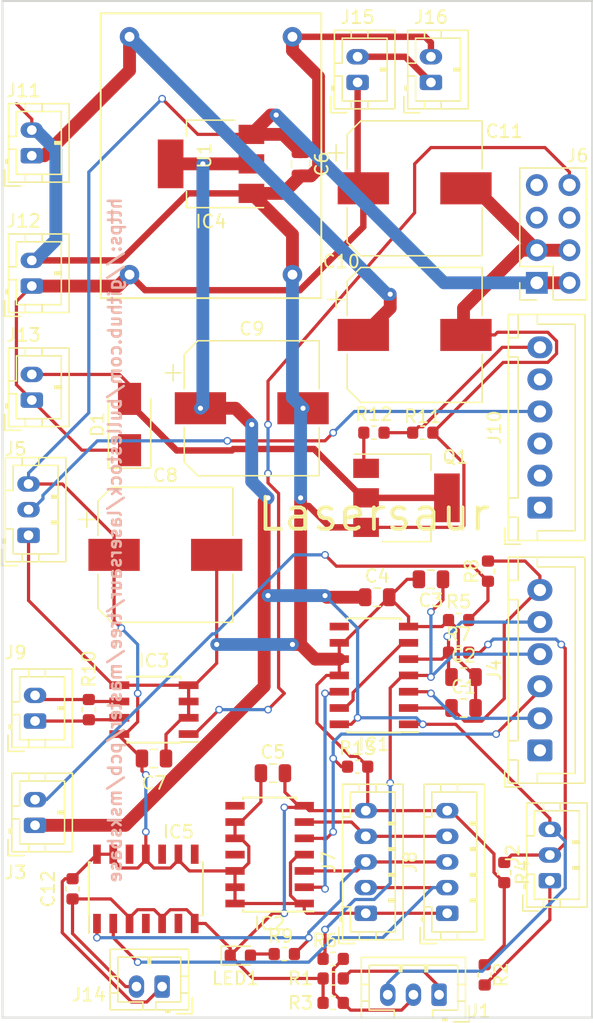
<source format=kicad_pcb>
(kicad_pcb (version 20171130) (host pcbnew 5.0.2-bee76a0~70~ubuntu18.04.1)

  (general
    (thickness 1.6)
    (drawings 6)
    (tracks 487)
    (zones 0)
    (modules 54)
    (nets 46)
  )

  (page A4)
  (layers
    (0 F.Cu signal)
    (31 B.Cu signal)
    (32 B.Adhes user hide)
    (33 F.Adhes user hide)
    (34 B.Paste user hide)
    (35 F.Paste user hide)
    (36 B.SilkS user hide)
    (37 F.SilkS user)
    (38 B.Mask user hide)
    (39 F.Mask user hide)
    (40 Dwgs.User user hide)
    (41 Cmts.User user hide)
    (42 Eco1.User user hide)
    (43 Eco2.User user hide)
    (44 Edge.Cuts user)
    (45 Margin user hide)
    (46 B.CrtYd user hide)
    (47 F.CrtYd user hide)
    (48 B.Fab user hide)
    (49 F.Fab user hide)
  )

  (setup
    (last_trace_width 0.25)
    (user_trace_width 0.5)
    (user_trace_width 1)
    (trace_clearance 0.2)
    (zone_clearance 0.508)
    (zone_45_only no)
    (trace_min 0.2)
    (segment_width 0.2)
    (edge_width 0.15)
    (via_size 0.6)
    (via_drill 0.4)
    (via_min_size 0.4)
    (via_min_drill 0.3)
    (uvia_size 0.3)
    (uvia_drill 0.1)
    (uvias_allowed no)
    (uvia_min_size 0.2)
    (uvia_min_drill 0.1)
    (pcb_text_width 0.3)
    (pcb_text_size 1.5 1.5)
    (mod_edge_width 0.15)
    (mod_text_size 1 1)
    (mod_text_width 0.15)
    (pad_size 3.2 3.2)
    (pad_drill 3.2)
    (pad_to_mask_clearance 0)
    (solder_mask_min_width 0.25)
    (aux_axis_origin 0 0)
    (visible_elements FFFEFFFF)
    (pcbplotparams
      (layerselection 0x011fc_80000001)
      (usegerberextensions true)
      (usegerberattributes false)
      (usegerberadvancedattributes false)
      (creategerberjobfile false)
      (excludeedgelayer true)
      (linewidth 0.100000)
      (plotframeref false)
      (viasonmask false)
      (mode 1)
      (useauxorigin false)
      (hpglpennumber 1)
      (hpglpenspeed 20)
      (hpglpendiameter 15.000000)
      (psnegative false)
      (psa4output false)
      (plotreference true)
      (plotvalue true)
      (plotinvisibletext false)
      (padsonsilk false)
      (subtractmaskfromsilk false)
      (outputformat 1)
      (mirror false)
      (drillshape 0)
      (scaleselection 1)
      (outputdirectory "gerber/"))
  )

  (net 0 "")
  (net 1 GND)
  (net 2 +3V3)
  (net 3 +5V)
  (net 4 P1.22)
  (net 5 "Net-(IC1-Pad13)")
  (net 6 "Net-(IC1-Pad12)")
  (net 7 "Net-(IC2-Pad3)")
  (net 8 P1.23)
  (net 9 "Net-(IC2-Pad6)")
  (net 10 P2.12)
  (net 11 P2.11)
  (net 12 P4.28)
  (net 13 RX)
  (net 14 "Net-(LED1-Pad2)")
  (net 15 "Net-(C10-Pad1)")
  (net 16 "Net-(C11-Pad1)")
  (net 17 "Net-(D1-Pad2)")
  (net 18 "Net-(J10-Pad4)")
  (net 19 "Net-(J10-Pad6)")
  (net 20 "Net-(Q1-Pad1)")
  (net 21 "Net-(J1-Pad2)")
  (net 22 "Net-(J2-Pad2)")
  (net 23 "Net-(J3-Pad2)")
  (net 24 "Net-(J1-Pad1)")
  (net 25 "Net-(J2-Pad1)")
  (net 26 "Net-(IC3-Pad6)")
  (net 27 "Net-(IC3-Pad7)")
  (net 28 "Net-(J15-Pad2)")
  (net 29 "Net-(IC1-Pad8)")
  (net 30 "Net-(IC2-Pad8)")
  (net 31 "Net-(IC2-Pad11)")
  (net 32 "Net-(J4-Pad1)")
  (net 33 "Net-(J6-Pad5)")
  (net 34 "Net-(J6-Pad6)")
  (net 35 "Net-(J6-Pad7)")
  (net 36 "Net-(J10-Pad5)")
  (net 37 "Net-(J10-Pad3)")
  (net 38 "Net-(J10-Pad2)")
  (net 39 "Net-(J10-Pad1)")
  (net 40 "Net-(IC5-Pad2)")
  (net 41 "Net-(IC5-Pad4)")
  (net 42 "Net-(IC5-Pad6)")
  (net 43 "Net-(IC5-Pad8)")
  (net 44 "Net-(IC5-Pad10)")
  (net 45 "Net-(IC5-Pad12)")

  (net_class Default "This is the default net class."
    (clearance 0.2)
    (trace_width 0.25)
    (via_dia 0.6)
    (via_drill 0.4)
    (uvia_dia 0.3)
    (uvia_drill 0.1)
    (add_net +3V3)
    (add_net +5V)
    (add_net GND)
    (add_net "Net-(C10-Pad1)")
    (add_net "Net-(C11-Pad1)")
    (add_net "Net-(D1-Pad2)")
    (add_net "Net-(IC1-Pad12)")
    (add_net "Net-(IC1-Pad13)")
    (add_net "Net-(IC1-Pad8)")
    (add_net "Net-(IC2-Pad11)")
    (add_net "Net-(IC2-Pad3)")
    (add_net "Net-(IC2-Pad6)")
    (add_net "Net-(IC2-Pad8)")
    (add_net "Net-(IC3-Pad6)")
    (add_net "Net-(IC3-Pad7)")
    (add_net "Net-(IC5-Pad10)")
    (add_net "Net-(IC5-Pad12)")
    (add_net "Net-(IC5-Pad2)")
    (add_net "Net-(IC5-Pad4)")
    (add_net "Net-(IC5-Pad6)")
    (add_net "Net-(IC5-Pad8)")
    (add_net "Net-(J1-Pad1)")
    (add_net "Net-(J1-Pad2)")
    (add_net "Net-(J10-Pad1)")
    (add_net "Net-(J10-Pad2)")
    (add_net "Net-(J10-Pad3)")
    (add_net "Net-(J10-Pad4)")
    (add_net "Net-(J10-Pad5)")
    (add_net "Net-(J10-Pad6)")
    (add_net "Net-(J15-Pad2)")
    (add_net "Net-(J2-Pad1)")
    (add_net "Net-(J2-Pad2)")
    (add_net "Net-(J3-Pad2)")
    (add_net "Net-(J4-Pad1)")
    (add_net "Net-(J6-Pad5)")
    (add_net "Net-(J6-Pad6)")
    (add_net "Net-(J6-Pad7)")
    (add_net "Net-(LED1-Pad2)")
    (add_net "Net-(Q1-Pad1)")
    (add_net P1.22)
    (add_net P1.23)
    (add_net P2.11)
    (add_net P2.12)
    (add_net P4.28)
    (add_net RX)
  )

  (net_class Power ""
    (clearance 0.2)
    (trace_width 1)
    (via_dia 1)
    (via_drill 0.4)
    (uvia_dia 0.3)
    (uvia_drill 0.1)
  )

  (net_class Power2 ""
    (clearance 0.2)
    (trace_width 0.5)
    (via_dia 0.6)
    (via_drill 0.4)
    (uvia_dia 0.3)
    (uvia_drill 0.1)
  )

  (module Connector_JST:JST_XH_B06B-XH-A_1x06_P2.50mm_Vertical (layer F.Cu) (tedit 5B7754C5) (tstamp 5C59D3CF)
    (at 239 121.92 90)
    (descr "JST XH series connector, B06B-XH-A (http://www.jst-mfg.com/product/pdf/eng/eXH.pdf), generated with kicad-footprint-generator")
    (tags "connector JST XH side entry")
    (path /58F4262A)
    (fp_text reference J4 (at 6.25 -3.55 90) (layer F.SilkS)
      (effects (font (size 1 1) (thickness 0.15)))
    )
    (fp_text value TO_J8 (at 6.25 4.6 90) (layer F.Fab)
      (effects (font (size 1 1) (thickness 0.15)))
    )
    (fp_line (start -2.45 -2.35) (end -2.45 3.4) (layer F.Fab) (width 0.1))
    (fp_line (start -2.45 3.4) (end 14.95 3.4) (layer F.Fab) (width 0.1))
    (fp_line (start 14.95 3.4) (end 14.95 -2.35) (layer F.Fab) (width 0.1))
    (fp_line (start 14.95 -2.35) (end -2.45 -2.35) (layer F.Fab) (width 0.1))
    (fp_line (start -2.56 -2.46) (end -2.56 3.51) (layer F.SilkS) (width 0.12))
    (fp_line (start -2.56 3.51) (end 15.06 3.51) (layer F.SilkS) (width 0.12))
    (fp_line (start 15.06 3.51) (end 15.06 -2.46) (layer F.SilkS) (width 0.12))
    (fp_line (start 15.06 -2.46) (end -2.56 -2.46) (layer F.SilkS) (width 0.12))
    (fp_line (start -2.95 -2.85) (end -2.95 3.9) (layer F.CrtYd) (width 0.05))
    (fp_line (start -2.95 3.9) (end 15.45 3.9) (layer F.CrtYd) (width 0.05))
    (fp_line (start 15.45 3.9) (end 15.45 -2.85) (layer F.CrtYd) (width 0.05))
    (fp_line (start 15.45 -2.85) (end -2.95 -2.85) (layer F.CrtYd) (width 0.05))
    (fp_line (start -0.625 -2.35) (end 0 -1.35) (layer F.Fab) (width 0.1))
    (fp_line (start 0 -1.35) (end 0.625 -2.35) (layer F.Fab) (width 0.1))
    (fp_line (start 0.75 -2.45) (end 0.75 -1.7) (layer F.SilkS) (width 0.12))
    (fp_line (start 0.75 -1.7) (end 11.75 -1.7) (layer F.SilkS) (width 0.12))
    (fp_line (start 11.75 -1.7) (end 11.75 -2.45) (layer F.SilkS) (width 0.12))
    (fp_line (start 11.75 -2.45) (end 0.75 -2.45) (layer F.SilkS) (width 0.12))
    (fp_line (start -2.55 -2.45) (end -2.55 -1.7) (layer F.SilkS) (width 0.12))
    (fp_line (start -2.55 -1.7) (end -0.75 -1.7) (layer F.SilkS) (width 0.12))
    (fp_line (start -0.75 -1.7) (end -0.75 -2.45) (layer F.SilkS) (width 0.12))
    (fp_line (start -0.75 -2.45) (end -2.55 -2.45) (layer F.SilkS) (width 0.12))
    (fp_line (start 13.25 -2.45) (end 13.25 -1.7) (layer F.SilkS) (width 0.12))
    (fp_line (start 13.25 -1.7) (end 15.05 -1.7) (layer F.SilkS) (width 0.12))
    (fp_line (start 15.05 -1.7) (end 15.05 -2.45) (layer F.SilkS) (width 0.12))
    (fp_line (start 15.05 -2.45) (end 13.25 -2.45) (layer F.SilkS) (width 0.12))
    (fp_line (start -2.55 -0.2) (end -1.8 -0.2) (layer F.SilkS) (width 0.12))
    (fp_line (start -1.8 -0.2) (end -1.8 2.75) (layer F.SilkS) (width 0.12))
    (fp_line (start -1.8 2.75) (end 6.25 2.75) (layer F.SilkS) (width 0.12))
    (fp_line (start 15.05 -0.2) (end 14.3 -0.2) (layer F.SilkS) (width 0.12))
    (fp_line (start 14.3 -0.2) (end 14.3 2.75) (layer F.SilkS) (width 0.12))
    (fp_line (start 14.3 2.75) (end 6.25 2.75) (layer F.SilkS) (width 0.12))
    (fp_line (start -1.6 -2.75) (end -2.85 -2.75) (layer F.SilkS) (width 0.12))
    (fp_line (start -2.85 -2.75) (end -2.85 -1.5) (layer F.SilkS) (width 0.12))
    (fp_text user %R (at 6.25 2.7 90) (layer F.Fab)
      (effects (font (size 1 1) (thickness 0.15)))
    )
    (pad 1 thru_hole roundrect (at 0 0 90) (size 1.7 1.95) (drill 0.95) (layers *.Cu *.Mask) (roundrect_rratio 0.147059)
      (net 32 "Net-(J4-Pad1)"))
    (pad 2 thru_hole oval (at 2.5 0 90) (size 1.7 1.95) (drill 0.95) (layers *.Cu *.Mask)
      (net 4 P1.22))
    (pad 3 thru_hole oval (at 5 0 90) (size 1.7 1.95) (drill 0.95) (layers *.Cu *.Mask)
      (net 8 P1.23))
    (pad 4 thru_hole oval (at 7.5 0 90) (size 1.7 1.95) (drill 0.95) (layers *.Cu *.Mask)
      (net 10 P2.12))
    (pad 5 thru_hole oval (at 10 0 90) (size 1.7 1.95) (drill 0.95) (layers *.Cu *.Mask)
      (net 11 P2.11))
    (pad 6 thru_hole oval (at 12.5 0 90) (size 1.7 1.95) (drill 0.95) (layers *.Cu *.Mask)
      (net 12 P4.28))
    (model ${KISYS3DMOD}/Connector_JST.3dshapes/JST_XH_B06B-XH-A_1x06_P2.50mm_Vertical.wrl
      (at (xyz 0 0 0))
      (scale (xyz 1 1 1))
      (rotate (xyz 0 0 0))
    )
  )

  (module Connector_JST:JST_XH_B06B-XH-A_1x06_P2.50mm_Vertical (layer F.Cu) (tedit 5B7754C5) (tstamp 5C54B4D5)
    (at 239 103 90)
    (descr "JST XH series connector, B06B-XH-A (http://www.jst-mfg.com/product/pdf/eng/eXH.pdf), generated with kicad-footprint-generator")
    (tags "connector JST XH side entry")
    (path /58F3B713/58F4B23A)
    (fp_text reference J10 (at 6.25 -3.55 90) (layer F.SilkS)
      (effects (font (size 1 1) (thickness 0.15)))
    )
    (fp_text value TO_J7 (at 6.25 4.6 90) (layer F.Fab)
      (effects (font (size 1 1) (thickness 0.15)))
    )
    (fp_text user %R (at 6.25 2.7 90) (layer F.Fab)
      (effects (font (size 1 1) (thickness 0.15)))
    )
    (fp_line (start -2.85 -2.75) (end -2.85 -1.5) (layer F.SilkS) (width 0.12))
    (fp_line (start -1.6 -2.75) (end -2.85 -2.75) (layer F.SilkS) (width 0.12))
    (fp_line (start 14.3 2.75) (end 6.25 2.75) (layer F.SilkS) (width 0.12))
    (fp_line (start 14.3 -0.2) (end 14.3 2.75) (layer F.SilkS) (width 0.12))
    (fp_line (start 15.05 -0.2) (end 14.3 -0.2) (layer F.SilkS) (width 0.12))
    (fp_line (start -1.8 2.75) (end 6.25 2.75) (layer F.SilkS) (width 0.12))
    (fp_line (start -1.8 -0.2) (end -1.8 2.75) (layer F.SilkS) (width 0.12))
    (fp_line (start -2.55 -0.2) (end -1.8 -0.2) (layer F.SilkS) (width 0.12))
    (fp_line (start 15.05 -2.45) (end 13.25 -2.45) (layer F.SilkS) (width 0.12))
    (fp_line (start 15.05 -1.7) (end 15.05 -2.45) (layer F.SilkS) (width 0.12))
    (fp_line (start 13.25 -1.7) (end 15.05 -1.7) (layer F.SilkS) (width 0.12))
    (fp_line (start 13.25 -2.45) (end 13.25 -1.7) (layer F.SilkS) (width 0.12))
    (fp_line (start -0.75 -2.45) (end -2.55 -2.45) (layer F.SilkS) (width 0.12))
    (fp_line (start -0.75 -1.7) (end -0.75 -2.45) (layer F.SilkS) (width 0.12))
    (fp_line (start -2.55 -1.7) (end -0.75 -1.7) (layer F.SilkS) (width 0.12))
    (fp_line (start -2.55 -2.45) (end -2.55 -1.7) (layer F.SilkS) (width 0.12))
    (fp_line (start 11.75 -2.45) (end 0.75 -2.45) (layer F.SilkS) (width 0.12))
    (fp_line (start 11.75 -1.7) (end 11.75 -2.45) (layer F.SilkS) (width 0.12))
    (fp_line (start 0.75 -1.7) (end 11.75 -1.7) (layer F.SilkS) (width 0.12))
    (fp_line (start 0.75 -2.45) (end 0.75 -1.7) (layer F.SilkS) (width 0.12))
    (fp_line (start 0 -1.35) (end 0.625 -2.35) (layer F.Fab) (width 0.1))
    (fp_line (start -0.625 -2.35) (end 0 -1.35) (layer F.Fab) (width 0.1))
    (fp_line (start 15.45 -2.85) (end -2.95 -2.85) (layer F.CrtYd) (width 0.05))
    (fp_line (start 15.45 3.9) (end 15.45 -2.85) (layer F.CrtYd) (width 0.05))
    (fp_line (start -2.95 3.9) (end 15.45 3.9) (layer F.CrtYd) (width 0.05))
    (fp_line (start -2.95 -2.85) (end -2.95 3.9) (layer F.CrtYd) (width 0.05))
    (fp_line (start 15.06 -2.46) (end -2.56 -2.46) (layer F.SilkS) (width 0.12))
    (fp_line (start 15.06 3.51) (end 15.06 -2.46) (layer F.SilkS) (width 0.12))
    (fp_line (start -2.56 3.51) (end 15.06 3.51) (layer F.SilkS) (width 0.12))
    (fp_line (start -2.56 -2.46) (end -2.56 3.51) (layer F.SilkS) (width 0.12))
    (fp_line (start 14.95 -2.35) (end -2.45 -2.35) (layer F.Fab) (width 0.1))
    (fp_line (start 14.95 3.4) (end 14.95 -2.35) (layer F.Fab) (width 0.1))
    (fp_line (start -2.45 3.4) (end 14.95 3.4) (layer F.Fab) (width 0.1))
    (fp_line (start -2.45 -2.35) (end -2.45 3.4) (layer F.Fab) (width 0.1))
    (pad 6 thru_hole oval (at 12.5 0 90) (size 1.7 1.95) (drill 0.95) (layers *.Cu *.Mask)
      (net 19 "Net-(J10-Pad6)"))
    (pad 5 thru_hole oval (at 10 0 90) (size 1.7 1.95) (drill 0.95) (layers *.Cu *.Mask)
      (net 36 "Net-(J10-Pad5)"))
    (pad 4 thru_hole oval (at 7.5 0 90) (size 1.7 1.95) (drill 0.95) (layers *.Cu *.Mask)
      (net 18 "Net-(J10-Pad4)"))
    (pad 3 thru_hole oval (at 5 0 90) (size 1.7 1.95) (drill 0.95) (layers *.Cu *.Mask)
      (net 37 "Net-(J10-Pad3)"))
    (pad 2 thru_hole oval (at 2.5 0 90) (size 1.7 1.95) (drill 0.95) (layers *.Cu *.Mask)
      (net 38 "Net-(J10-Pad2)"))
    (pad 1 thru_hole roundrect (at 0 0 90) (size 1.7 1.95) (drill 0.95) (layers *.Cu *.Mask) (roundrect_rratio 0.147059)
      (net 39 "Net-(J10-Pad1)"))
    (model ${KISYS3DMOD}/Connector_JST.3dshapes/JST_XH_B06B-XH-A_1x06_P2.50mm_Vertical.wrl
      (at (xyz 0 0 0))
      (scale (xyz 1 1 1))
      (rotate (xyz 0 0 0))
    )
  )

  (module Connector_JST:JST_PH_B2B-PH-K_1x02_P2.00mm_Vertical (layer F.Cu) (tedit 5CB9DF3E) (tstamp 5C58E2EA)
    (at 199.39 75.565 90)
    (descr "JST PH series connector, B2B-PH-K (http://www.jst-mfg.com/product/pdf/eng/ePH.pdf), generated with kicad-footprint-generator")
    (tags "connector JST PH side entry")
    (path /58F3B713/58F4BA43)
    (fp_text reference J11 (at 5.08 -0.635 180) (layer F.SilkS)
      (effects (font (size 1 1) (thickness 0.15)))
    )
    (fp_text value "24V PWR" (at 1 4 90) (layer F.Fab)
      (effects (font (size 1 1) (thickness 0.15)))
    )
    (fp_text user %R (at 1 1.5 90) (layer F.Fab)
      (effects (font (size 1 1) (thickness 0.15)))
    )
    (fp_line (start 4.45 -2.2) (end -2.45 -2.2) (layer F.CrtYd) (width 0.05))
    (fp_line (start 4.45 3.3) (end 4.45 -2.2) (layer F.CrtYd) (width 0.05))
    (fp_line (start -2.45 3.3) (end 4.45 3.3) (layer F.CrtYd) (width 0.05))
    (fp_line (start -2.45 -2.2) (end -2.45 3.3) (layer F.CrtYd) (width 0.05))
    (fp_line (start 3.95 -1.7) (end -1.95 -1.7) (layer F.Fab) (width 0.1))
    (fp_line (start 3.95 2.8) (end 3.95 -1.7) (layer F.Fab) (width 0.1))
    (fp_line (start -1.95 2.8) (end 3.95 2.8) (layer F.Fab) (width 0.1))
    (fp_line (start -1.95 -1.7) (end -1.95 2.8) (layer F.Fab) (width 0.1))
    (fp_line (start -2.36 -2.11) (end -2.36 -0.86) (layer F.Fab) (width 0.1))
    (fp_line (start -1.11 -2.11) (end -2.36 -2.11) (layer F.Fab) (width 0.1))
    (fp_line (start -2.36 -2.11) (end -2.36 -0.86) (layer F.SilkS) (width 0.12))
    (fp_line (start -1.11 -2.11) (end -2.36 -2.11) (layer F.SilkS) (width 0.12))
    (fp_line (start 1 2.3) (end 1 1.8) (layer F.SilkS) (width 0.12))
    (fp_line (start 1.1 1.8) (end 1.1 2.3) (layer F.SilkS) (width 0.12))
    (fp_line (start 0.9 1.8) (end 1.1 1.8) (layer F.SilkS) (width 0.12))
    (fp_line (start 0.9 2.3) (end 0.9 1.8) (layer F.SilkS) (width 0.12))
    (fp_line (start 4.06 0.8) (end 3.45 0.8) (layer F.SilkS) (width 0.12))
    (fp_line (start 4.06 -0.5) (end 3.45 -0.5) (layer F.SilkS) (width 0.12))
    (fp_line (start -2.06 0.8) (end -1.45 0.8) (layer F.SilkS) (width 0.12))
    (fp_line (start -2.06 -0.5) (end -1.45 -0.5) (layer F.SilkS) (width 0.12))
    (fp_line (start 1.5 -1.2) (end 1.5 -1.81) (layer F.SilkS) (width 0.12))
    (fp_line (start 3.45 -1.2) (end 1.5 -1.2) (layer F.SilkS) (width 0.12))
    (fp_line (start 3.45 2.3) (end 3.45 -1.2) (layer F.SilkS) (width 0.12))
    (fp_line (start -1.45 2.3) (end 3.45 2.3) (layer F.SilkS) (width 0.12))
    (fp_line (start -1.45 -1.2) (end -1.45 2.3) (layer F.SilkS) (width 0.12))
    (fp_line (start 0.5 -1.2) (end -1.45 -1.2) (layer F.SilkS) (width 0.12))
    (fp_line (start 0.5 -1.81) (end 0.5 -1.2) (layer F.SilkS) (width 0.12))
    (fp_line (start -0.3 -1.91) (end -0.6 -1.91) (layer F.SilkS) (width 0.12))
    (fp_line (start -0.6 -2.01) (end -0.6 -1.81) (layer F.SilkS) (width 0.12))
    (fp_line (start -0.3 -2.01) (end -0.6 -2.01) (layer F.SilkS) (width 0.12))
    (fp_line (start -0.3 -1.81) (end -0.3 -2.01) (layer F.SilkS) (width 0.12))
    (fp_line (start 4.06 -1.81) (end -2.06 -1.81) (layer F.SilkS) (width 0.12))
    (fp_line (start 4.06 2.91) (end 4.06 -1.81) (layer F.SilkS) (width 0.12))
    (fp_line (start -2.06 2.91) (end 4.06 2.91) (layer F.SilkS) (width 0.12))
    (fp_line (start -2.06 -1.81) (end -2.06 2.91) (layer F.SilkS) (width 0.12))
    (pad 2 thru_hole oval (at 2 0 90) (size 1.2 1.75) (drill 0.75) (layers *.Cu *.Mask)
      (net 1 GND))
    (pad 1 thru_hole roundrect (at 0 0 90) (size 1.2 1.75) (drill 0.75) (layers *.Cu *.Mask) (roundrect_rratio 0.208333)
      (net 15 "Net-(C10-Pad1)"))
    (model ${KISYS3DMOD}/Connector_JST.3dshapes/JST_PH_B2B-PH-K_1x02_P2.00mm_Vertical.wrl
      (at (xyz 0 0 0))
      (scale (xyz 1 1 1))
      (rotate (xyz 0 0 0))
    )
  )

  (module Capacitor_SMD:C_0805_2012Metric (layer F.Cu) (tedit 5B36C52B) (tstamp 5C54B1B1)
    (at 233.045 118.618)
    (descr "Capacitor SMD 0805 (2012 Metric), square (rectangular) end terminal, IPC_7351 nominal, (Body size source: https://docs.google.com/spreadsheets/d/1BsfQQcO9C6DZCsRaXUlFlo91Tg2WpOkGARC1WS5S8t0/edit?usp=sharing), generated with kicad-footprint-generator")
    (tags capacitor)
    (path /58F2E7E7)
    (attr smd)
    (fp_text reference C1 (at 0 -1.65) (layer F.SilkS)
      (effects (font (size 1 1) (thickness 0.15)))
    )
    (fp_text value 100n (at 0 1.65) (layer F.Fab)
      (effects (font (size 1 1) (thickness 0.15)))
    )
    (fp_line (start -1 0.6) (end -1 -0.6) (layer F.Fab) (width 0.1))
    (fp_line (start -1 -0.6) (end 1 -0.6) (layer F.Fab) (width 0.1))
    (fp_line (start 1 -0.6) (end 1 0.6) (layer F.Fab) (width 0.1))
    (fp_line (start 1 0.6) (end -1 0.6) (layer F.Fab) (width 0.1))
    (fp_line (start -0.258578 -0.71) (end 0.258578 -0.71) (layer F.SilkS) (width 0.12))
    (fp_line (start -0.258578 0.71) (end 0.258578 0.71) (layer F.SilkS) (width 0.12))
    (fp_line (start -1.68 0.95) (end -1.68 -0.95) (layer F.CrtYd) (width 0.05))
    (fp_line (start -1.68 -0.95) (end 1.68 -0.95) (layer F.CrtYd) (width 0.05))
    (fp_line (start 1.68 -0.95) (end 1.68 0.95) (layer F.CrtYd) (width 0.05))
    (fp_line (start 1.68 0.95) (end -1.68 0.95) (layer F.CrtYd) (width 0.05))
    (fp_text user %R (at 0 0) (layer F.Fab)
      (effects (font (size 0.5 0.5) (thickness 0.08)))
    )
    (pad 1 smd roundrect (at -0.9375 0) (size 0.975 1.4) (layers F.Cu F.Paste F.Mask) (roundrect_rratio 0.25)
      (net 12 P4.28))
    (pad 2 smd roundrect (at 0.9375 0) (size 0.975 1.4) (layers F.Cu F.Paste F.Mask) (roundrect_rratio 0.25)
      (net 1 GND))
    (model ${KISYS3DMOD}/Capacitor_SMD.3dshapes/C_0805_2012Metric.wrl
      (at (xyz 0 0 0))
      (scale (xyz 1 1 1))
      (rotate (xyz 0 0 0))
    )
  )

  (module Capacitor_SMD:C_0805_2012Metric (layer F.Cu) (tedit 5B36C52B) (tstamp 5C54B1C1)
    (at 233.045 116.205)
    (descr "Capacitor SMD 0805 (2012 Metric), square (rectangular) end terminal, IPC_7351 nominal, (Body size source: https://docs.google.com/spreadsheets/d/1BsfQQcO9C6DZCsRaXUlFlo91Tg2WpOkGARC1WS5S8t0/edit?usp=sharing), generated with kicad-footprint-generator")
    (tags capacitor)
    (path /58F2E6CC)
    (attr smd)
    (fp_text reference C2 (at 0 -1.65) (layer F.SilkS)
      (effects (font (size 1 1) (thickness 0.15)))
    )
    (fp_text value 100n (at 0 1.65) (layer F.Fab)
      (effects (font (size 1 1) (thickness 0.15)))
    )
    (fp_text user %R (at 0 0) (layer F.Fab)
      (effects (font (size 0.5 0.5) (thickness 0.08)))
    )
    (fp_line (start 1.68 0.95) (end -1.68 0.95) (layer F.CrtYd) (width 0.05))
    (fp_line (start 1.68 -0.95) (end 1.68 0.95) (layer F.CrtYd) (width 0.05))
    (fp_line (start -1.68 -0.95) (end 1.68 -0.95) (layer F.CrtYd) (width 0.05))
    (fp_line (start -1.68 0.95) (end -1.68 -0.95) (layer F.CrtYd) (width 0.05))
    (fp_line (start -0.258578 0.71) (end 0.258578 0.71) (layer F.SilkS) (width 0.12))
    (fp_line (start -0.258578 -0.71) (end 0.258578 -0.71) (layer F.SilkS) (width 0.12))
    (fp_line (start 1 0.6) (end -1 0.6) (layer F.Fab) (width 0.1))
    (fp_line (start 1 -0.6) (end 1 0.6) (layer F.Fab) (width 0.1))
    (fp_line (start -1 -0.6) (end 1 -0.6) (layer F.Fab) (width 0.1))
    (fp_line (start -1 0.6) (end -1 -0.6) (layer F.Fab) (width 0.1))
    (pad 2 smd roundrect (at 0.9375 0) (size 0.975 1.4) (layers F.Cu F.Paste F.Mask) (roundrect_rratio 0.25)
      (net 1 GND))
    (pad 1 smd roundrect (at -0.9375 0) (size 0.975 1.4) (layers F.Cu F.Paste F.Mask) (roundrect_rratio 0.25)
      (net 11 P2.11))
    (model ${KISYS3DMOD}/Capacitor_SMD.3dshapes/C_0805_2012Metric.wrl
      (at (xyz 0 0 0))
      (scale (xyz 1 1 1))
      (rotate (xyz 0 0 0))
    )
  )

  (module Capacitor_SMD:C_0805_2012Metric (layer F.Cu) (tedit 5B36C52B) (tstamp 5C54B1D1)
    (at 230.505 108.585 180)
    (descr "Capacitor SMD 0805 (2012 Metric), square (rectangular) end terminal, IPC_7351 nominal, (Body size source: https://docs.google.com/spreadsheets/d/1BsfQQcO9C6DZCsRaXUlFlo91Tg2WpOkGARC1WS5S8t0/edit?usp=sharing), generated with kicad-footprint-generator")
    (tags capacitor)
    (path /58F2E6C5)
    (attr smd)
    (fp_text reference C3 (at 0 -1.65 180) (layer F.SilkS)
      (effects (font (size 1 1) (thickness 0.15)))
    )
    (fp_text value 100n (at 0 1.65 180) (layer F.Fab)
      (effects (font (size 1 1) (thickness 0.15)))
    )
    (fp_line (start -1 0.6) (end -1 -0.6) (layer F.Fab) (width 0.1))
    (fp_line (start -1 -0.6) (end 1 -0.6) (layer F.Fab) (width 0.1))
    (fp_line (start 1 -0.6) (end 1 0.6) (layer F.Fab) (width 0.1))
    (fp_line (start 1 0.6) (end -1 0.6) (layer F.Fab) (width 0.1))
    (fp_line (start -0.258578 -0.71) (end 0.258578 -0.71) (layer F.SilkS) (width 0.12))
    (fp_line (start -0.258578 0.71) (end 0.258578 0.71) (layer F.SilkS) (width 0.12))
    (fp_line (start -1.68 0.95) (end -1.68 -0.95) (layer F.CrtYd) (width 0.05))
    (fp_line (start -1.68 -0.95) (end 1.68 -0.95) (layer F.CrtYd) (width 0.05))
    (fp_line (start 1.68 -0.95) (end 1.68 0.95) (layer F.CrtYd) (width 0.05))
    (fp_line (start 1.68 0.95) (end -1.68 0.95) (layer F.CrtYd) (width 0.05))
    (fp_text user %R (at 0 0 180) (layer F.Fab)
      (effects (font (size 0.5 0.5) (thickness 0.08)))
    )
    (pad 1 smd roundrect (at -0.9375 0 180) (size 0.975 1.4) (layers F.Cu F.Paste F.Mask) (roundrect_rratio 0.25)
      (net 10 P2.12))
    (pad 2 smd roundrect (at 0.9375 0 180) (size 0.975 1.4) (layers F.Cu F.Paste F.Mask) (roundrect_rratio 0.25)
      (net 1 GND))
    (model ${KISYS3DMOD}/Capacitor_SMD.3dshapes/C_0805_2012Metric.wrl
      (at (xyz 0 0 0))
      (scale (xyz 1 1 1))
      (rotate (xyz 0 0 0))
    )
  )

  (module Capacitor_SMD:C_0805_2012Metric (layer F.Cu) (tedit 5B36C52B) (tstamp 5C54B1E1)
    (at 226.314 109.982)
    (descr "Capacitor SMD 0805 (2012 Metric), square (rectangular) end terminal, IPC_7351 nominal, (Body size source: https://docs.google.com/spreadsheets/d/1BsfQQcO9C6DZCsRaXUlFlo91Tg2WpOkGARC1WS5S8t0/edit?usp=sharing), generated with kicad-footprint-generator")
    (tags capacitor)
    (path /58F2E5F9)
    (attr smd)
    (fp_text reference C4 (at 0 -1.65) (layer F.SilkS)
      (effects (font (size 1 1) (thickness 0.15)))
    )
    (fp_text value 100n (at 0 1.65) (layer F.Fab)
      (effects (font (size 1 1) (thickness 0.15)))
    )
    (fp_text user %R (at 0 0) (layer F.Fab)
      (effects (font (size 0.5 0.5) (thickness 0.08)))
    )
    (fp_line (start 1.68 0.95) (end -1.68 0.95) (layer F.CrtYd) (width 0.05))
    (fp_line (start 1.68 -0.95) (end 1.68 0.95) (layer F.CrtYd) (width 0.05))
    (fp_line (start -1.68 -0.95) (end 1.68 -0.95) (layer F.CrtYd) (width 0.05))
    (fp_line (start -1.68 0.95) (end -1.68 -0.95) (layer F.CrtYd) (width 0.05))
    (fp_line (start -0.258578 0.71) (end 0.258578 0.71) (layer F.SilkS) (width 0.12))
    (fp_line (start -0.258578 -0.71) (end 0.258578 -0.71) (layer F.SilkS) (width 0.12))
    (fp_line (start 1 0.6) (end -1 0.6) (layer F.Fab) (width 0.1))
    (fp_line (start 1 -0.6) (end 1 0.6) (layer F.Fab) (width 0.1))
    (fp_line (start -1 -0.6) (end 1 -0.6) (layer F.Fab) (width 0.1))
    (fp_line (start -1 0.6) (end -1 -0.6) (layer F.Fab) (width 0.1))
    (pad 2 smd roundrect (at 0.9375 0) (size 0.975 1.4) (layers F.Cu F.Paste F.Mask) (roundrect_rratio 0.25)
      (net 1 GND))
    (pad 1 smd roundrect (at -0.9375 0) (size 0.975 1.4) (layers F.Cu F.Paste F.Mask) (roundrect_rratio 0.25)
      (net 2 +3V3))
    (model ${KISYS3DMOD}/Capacitor_SMD.3dshapes/C_0805_2012Metric.wrl
      (at (xyz 0 0 0))
      (scale (xyz 1 1 1))
      (rotate (xyz 0 0 0))
    )
  )

  (module Capacitor_SMD:C_0805_2012Metric (layer F.Cu) (tedit 5B36C52B) (tstamp 5C54B1F1)
    (at 218.186 123.698)
    (descr "Capacitor SMD 0805 (2012 Metric), square (rectangular) end terminal, IPC_7351 nominal, (Body size source: https://docs.google.com/spreadsheets/d/1BsfQQcO9C6DZCsRaXUlFlo91Tg2WpOkGARC1WS5S8t0/edit?usp=sharing), generated with kicad-footprint-generator")
    (tags capacitor)
    (path /58F2E73B)
    (attr smd)
    (fp_text reference C5 (at 0 -1.65) (layer F.SilkS)
      (effects (font (size 1 1) (thickness 0.15)))
    )
    (fp_text value 100n (at 0 1.65) (layer F.Fab)
      (effects (font (size 1 1) (thickness 0.15)))
    )
    (fp_line (start -1 0.6) (end -1 -0.6) (layer F.Fab) (width 0.1))
    (fp_line (start -1 -0.6) (end 1 -0.6) (layer F.Fab) (width 0.1))
    (fp_line (start 1 -0.6) (end 1 0.6) (layer F.Fab) (width 0.1))
    (fp_line (start 1 0.6) (end -1 0.6) (layer F.Fab) (width 0.1))
    (fp_line (start -0.258578 -0.71) (end 0.258578 -0.71) (layer F.SilkS) (width 0.12))
    (fp_line (start -0.258578 0.71) (end 0.258578 0.71) (layer F.SilkS) (width 0.12))
    (fp_line (start -1.68 0.95) (end -1.68 -0.95) (layer F.CrtYd) (width 0.05))
    (fp_line (start -1.68 -0.95) (end 1.68 -0.95) (layer F.CrtYd) (width 0.05))
    (fp_line (start 1.68 -0.95) (end 1.68 0.95) (layer F.CrtYd) (width 0.05))
    (fp_line (start 1.68 0.95) (end -1.68 0.95) (layer F.CrtYd) (width 0.05))
    (fp_text user %R (at 0 0) (layer F.Fab)
      (effects (font (size 0.5 0.5) (thickness 0.08)))
    )
    (pad 1 smd roundrect (at -0.9375 0) (size 0.975 1.4) (layers F.Cu F.Paste F.Mask) (roundrect_rratio 0.25)
      (net 3 +5V))
    (pad 2 smd roundrect (at 0.9375 0) (size 0.975 1.4) (layers F.Cu F.Paste F.Mask) (roundrect_rratio 0.25)
      (net 1 GND))
    (model ${KISYS3DMOD}/Capacitor_SMD.3dshapes/C_0805_2012Metric.wrl
      (at (xyz 0 0 0))
      (scale (xyz 1 1 1))
      (rotate (xyz 0 0 0))
    )
  )

  (module Capacitor_SMD:C_0805_2012Metric (layer F.Cu) (tedit 5B36C52B) (tstamp 5C54B201)
    (at 220.345 76.2 270)
    (descr "Capacitor SMD 0805 (2012 Metric), square (rectangular) end terminal, IPC_7351 nominal, (Body size source: https://docs.google.com/spreadsheets/d/1BsfQQcO9C6DZCsRaXUlFlo91Tg2WpOkGARC1WS5S8t0/edit?usp=sharing), generated with kicad-footprint-generator")
    (tags capacitor)
    (path /58F3E937)
    (attr smd)
    (fp_text reference C6 (at 0 -1.65 270) (layer F.SilkS)
      (effects (font (size 1 1) (thickness 0.15)))
    )
    (fp_text value 100n (at 0 1.65 270) (layer F.Fab)
      (effects (font (size 1 1) (thickness 0.15)))
    )
    (fp_text user %R (at 0 0 270) (layer F.Fab)
      (effects (font (size 0.5 0.5) (thickness 0.08)))
    )
    (fp_line (start 1.68 0.95) (end -1.68 0.95) (layer F.CrtYd) (width 0.05))
    (fp_line (start 1.68 -0.95) (end 1.68 0.95) (layer F.CrtYd) (width 0.05))
    (fp_line (start -1.68 -0.95) (end 1.68 -0.95) (layer F.CrtYd) (width 0.05))
    (fp_line (start -1.68 0.95) (end -1.68 -0.95) (layer F.CrtYd) (width 0.05))
    (fp_line (start -0.258578 0.71) (end 0.258578 0.71) (layer F.SilkS) (width 0.12))
    (fp_line (start -0.258578 -0.71) (end 0.258578 -0.71) (layer F.SilkS) (width 0.12))
    (fp_line (start 1 0.6) (end -1 0.6) (layer F.Fab) (width 0.1))
    (fp_line (start 1 -0.6) (end 1 0.6) (layer F.Fab) (width 0.1))
    (fp_line (start -1 -0.6) (end 1 -0.6) (layer F.Fab) (width 0.1))
    (fp_line (start -1 0.6) (end -1 -0.6) (layer F.Fab) (width 0.1))
    (pad 2 smd roundrect (at 0.9375 0 270) (size 0.975 1.4) (layers F.Cu F.Paste F.Mask) (roundrect_rratio 0.25)
      (net 1 GND))
    (pad 1 smd roundrect (at -0.9375 0 270) (size 0.975 1.4) (layers F.Cu F.Paste F.Mask) (roundrect_rratio 0.25)
      (net 3 +5V))
    (model ${KISYS3DMOD}/Capacitor_SMD.3dshapes/C_0805_2012Metric.wrl
      (at (xyz 0 0 0))
      (scale (xyz 1 1 1))
      (rotate (xyz 0 0 0))
    )
  )

  (module Capacitor_SMD:C_0805_2012Metric (layer F.Cu) (tedit 5CB9DF73) (tstamp 5C54B211)
    (at 208.915 122.555)
    (descr "Capacitor SMD 0805 (2012 Metric), square (rectangular) end terminal, IPC_7351 nominal, (Body size source: https://docs.google.com/spreadsheets/d/1BsfQQcO9C6DZCsRaXUlFlo91Tg2WpOkGARC1WS5S8t0/edit?usp=sharing), generated with kicad-footprint-generator")
    (tags capacitor)
    (path /58F3B713/58F3B8FA)
    (attr smd)
    (fp_text reference C7 (at 0 1.905) (layer F.SilkS)
      (effects (font (size 1 1) (thickness 0.15)))
    )
    (fp_text value 100n (at 0 1.65) (layer F.Fab)
      (effects (font (size 1 1) (thickness 0.15)))
    )
    (fp_line (start -1 0.6) (end -1 -0.6) (layer F.Fab) (width 0.1))
    (fp_line (start -1 -0.6) (end 1 -0.6) (layer F.Fab) (width 0.1))
    (fp_line (start 1 -0.6) (end 1 0.6) (layer F.Fab) (width 0.1))
    (fp_line (start 1 0.6) (end -1 0.6) (layer F.Fab) (width 0.1))
    (fp_line (start -0.258578 -0.71) (end 0.258578 -0.71) (layer F.SilkS) (width 0.12))
    (fp_line (start -0.258578 0.71) (end 0.258578 0.71) (layer F.SilkS) (width 0.12))
    (fp_line (start -1.68 0.95) (end -1.68 -0.95) (layer F.CrtYd) (width 0.05))
    (fp_line (start -1.68 -0.95) (end 1.68 -0.95) (layer F.CrtYd) (width 0.05))
    (fp_line (start 1.68 -0.95) (end 1.68 0.95) (layer F.CrtYd) (width 0.05))
    (fp_line (start 1.68 0.95) (end -1.68 0.95) (layer F.CrtYd) (width 0.05))
    (fp_text user %R (at 0 0) (layer F.Fab)
      (effects (font (size 0.5 0.5) (thickness 0.08)))
    )
    (pad 1 smd roundrect (at -0.9375 0) (size 0.975 1.4) (layers F.Cu F.Paste F.Mask) (roundrect_rratio 0.25)
      (net 3 +5V))
    (pad 2 smd roundrect (at 0.9375 0) (size 0.975 1.4) (layers F.Cu F.Paste F.Mask) (roundrect_rratio 0.25)
      (net 1 GND))
    (model ${KISYS3DMOD}/Capacitor_SMD.3dshapes/C_0805_2012Metric.wrl
      (at (xyz 0 0 0))
      (scale (xyz 1 1 1))
      (rotate (xyz 0 0 0))
    )
  )

  (module Diode_SMD:D_SMA (layer F.Cu) (tedit 586432E5) (tstamp 5C54B2BD)
    (at 207.01 96.52 90)
    (descr "Diode SMA (DO-214AC)")
    (tags "Diode SMA (DO-214AC)")
    (path /58F3B713/58F4D43F)
    (attr smd)
    (fp_text reference D1 (at 0 -2.5 90) (layer F.SilkS)
      (effects (font (size 1 1) (thickness 0.15)))
    )
    (fp_text value SS34 (at 0 2.6 90) (layer F.Fab)
      (effects (font (size 1 1) (thickness 0.15)))
    )
    (fp_text user %R (at 0 -2.5 90) (layer F.Fab)
      (effects (font (size 1 1) (thickness 0.15)))
    )
    (fp_line (start -3.4 -1.65) (end -3.4 1.65) (layer F.SilkS) (width 0.12))
    (fp_line (start 2.3 1.5) (end -2.3 1.5) (layer F.Fab) (width 0.1))
    (fp_line (start -2.3 1.5) (end -2.3 -1.5) (layer F.Fab) (width 0.1))
    (fp_line (start 2.3 -1.5) (end 2.3 1.5) (layer F.Fab) (width 0.1))
    (fp_line (start 2.3 -1.5) (end -2.3 -1.5) (layer F.Fab) (width 0.1))
    (fp_line (start -3.5 -1.75) (end 3.5 -1.75) (layer F.CrtYd) (width 0.05))
    (fp_line (start 3.5 -1.75) (end 3.5 1.75) (layer F.CrtYd) (width 0.05))
    (fp_line (start 3.5 1.75) (end -3.5 1.75) (layer F.CrtYd) (width 0.05))
    (fp_line (start -3.5 1.75) (end -3.5 -1.75) (layer F.CrtYd) (width 0.05))
    (fp_line (start -0.64944 0.00102) (end -1.55114 0.00102) (layer F.Fab) (width 0.1))
    (fp_line (start 0.50118 0.00102) (end 1.4994 0.00102) (layer F.Fab) (width 0.1))
    (fp_line (start -0.64944 -0.79908) (end -0.64944 0.80112) (layer F.Fab) (width 0.1))
    (fp_line (start 0.50118 0.75032) (end 0.50118 -0.79908) (layer F.Fab) (width 0.1))
    (fp_line (start -0.64944 0.00102) (end 0.50118 0.75032) (layer F.Fab) (width 0.1))
    (fp_line (start -0.64944 0.00102) (end 0.50118 -0.79908) (layer F.Fab) (width 0.1))
    (fp_line (start -3.4 1.65) (end 2 1.65) (layer F.SilkS) (width 0.12))
    (fp_line (start -3.4 -1.65) (end 2 -1.65) (layer F.SilkS) (width 0.12))
    (pad 1 smd rect (at -2 0 90) (size 2.5 1.8) (layers F.Cu F.Paste F.Mask)
      (net 16 "Net-(C11-Pad1)"))
    (pad 2 smd rect (at 2 0 90) (size 2.5 1.8) (layers F.Cu F.Paste F.Mask)
      (net 17 "Net-(D1-Pad2)"))
    (model ${KISYS3DMOD}/Diode_SMD.3dshapes/D_SMA.wrl
      (at (xyz 0 0 0))
      (scale (xyz 1 1 1))
      (rotate (xyz 0 0 0))
    )
  )

  (module Package_SO:SOIC-14_3.9x8.7mm_P1.27mm (layer F.Cu) (tedit 5A02F2D3) (tstamp 5C54B2F6)
    (at 217.932 130.048 180)
    (descr "14-Lead Plastic Small Outline (SL) - Narrow, 3.90 mm Body [SOIC] (see Microchip Packaging Specification 00000049BS.pdf)")
    (tags "SOIC 1.27")
    (path /58F2E62C)
    (attr smd)
    (fp_text reference IC2 (at 0 -5.375 180) (layer F.SilkS)
      (effects (font (size 1 1) (thickness 0.15)))
    )
    (fp_text value 74HCT08 (at 0 5.375 180) (layer F.Fab)
      (effects (font (size 1 1) (thickness 0.15)))
    )
    (fp_text user %R (at 0 0 180) (layer F.Fab)
      (effects (font (size 0.9 0.9) (thickness 0.135)))
    )
    (fp_line (start -0.95 -4.35) (end 1.95 -4.35) (layer F.Fab) (width 0.15))
    (fp_line (start 1.95 -4.35) (end 1.95 4.35) (layer F.Fab) (width 0.15))
    (fp_line (start 1.95 4.35) (end -1.95 4.35) (layer F.Fab) (width 0.15))
    (fp_line (start -1.95 4.35) (end -1.95 -3.35) (layer F.Fab) (width 0.15))
    (fp_line (start -1.95 -3.35) (end -0.95 -4.35) (layer F.Fab) (width 0.15))
    (fp_line (start -3.7 -4.65) (end -3.7 4.65) (layer F.CrtYd) (width 0.05))
    (fp_line (start 3.7 -4.65) (end 3.7 4.65) (layer F.CrtYd) (width 0.05))
    (fp_line (start -3.7 -4.65) (end 3.7 -4.65) (layer F.CrtYd) (width 0.05))
    (fp_line (start -3.7 4.65) (end 3.7 4.65) (layer F.CrtYd) (width 0.05))
    (fp_line (start -2.075 -4.45) (end -2.075 -4.425) (layer F.SilkS) (width 0.15))
    (fp_line (start 2.075 -4.45) (end 2.075 -4.335) (layer F.SilkS) (width 0.15))
    (fp_line (start 2.075 4.45) (end 2.075 4.335) (layer F.SilkS) (width 0.15))
    (fp_line (start -2.075 4.45) (end -2.075 4.335) (layer F.SilkS) (width 0.15))
    (fp_line (start -2.075 -4.45) (end 2.075 -4.45) (layer F.SilkS) (width 0.15))
    (fp_line (start -2.075 4.45) (end 2.075 4.45) (layer F.SilkS) (width 0.15))
    (fp_line (start -2.075 -4.425) (end -3.45 -4.425) (layer F.SilkS) (width 0.15))
    (pad 1 smd rect (at -2.7 -3.81 180) (size 1.5 0.6) (layers F.Cu F.Paste F.Mask)
      (net 3 +5V))
    (pad 2 smd rect (at -2.7 -2.54 180) (size 1.5 0.6) (layers F.Cu F.Paste F.Mask)
      (net 6 "Net-(IC1-Pad12)"))
    (pad 3 smd rect (at -2.7 -1.27 180) (size 1.5 0.6) (layers F.Cu F.Paste F.Mask)
      (net 7 "Net-(IC2-Pad3)"))
    (pad 4 smd rect (at -2.7 0 180) (size 1.5 0.6) (layers F.Cu F.Paste F.Mask)
      (net 3 +5V))
    (pad 5 smd rect (at -2.7 1.27 180) (size 1.5 0.6) (layers F.Cu F.Paste F.Mask)
      (net 8 P1.23))
    (pad 6 smd rect (at -2.7 2.54 180) (size 1.5 0.6) (layers F.Cu F.Paste F.Mask)
      (net 9 "Net-(IC2-Pad6)"))
    (pad 7 smd rect (at -2.7 3.81 180) (size 1.5 0.6) (layers F.Cu F.Paste F.Mask)
      (net 1 GND))
    (pad 8 smd rect (at 2.7 3.81 180) (size 1.5 0.6) (layers F.Cu F.Paste F.Mask)
      (net 30 "Net-(IC2-Pad8)"))
    (pad 9 smd rect (at 2.7 2.54 180) (size 1.5 0.6) (layers F.Cu F.Paste F.Mask)
      (net 3 +5V))
    (pad 10 smd rect (at 2.7 1.27 180) (size 1.5 0.6) (layers F.Cu F.Paste F.Mask)
      (net 3 +5V))
    (pad 11 smd rect (at 2.7 0 180) (size 1.5 0.6) (layers F.Cu F.Paste F.Mask)
      (net 31 "Net-(IC2-Pad11)"))
    (pad 12 smd rect (at 2.7 -1.27 180) (size 1.5 0.6) (layers F.Cu F.Paste F.Mask)
      (net 3 +5V))
    (pad 13 smd rect (at 2.7 -2.54 180) (size 1.5 0.6) (layers F.Cu F.Paste F.Mask)
      (net 3 +5V))
    (pad 14 smd rect (at 2.7 -3.81 180) (size 1.5 0.6) (layers F.Cu F.Paste F.Mask)
      (net 3 +5V))
    (model ${KISYS3DMOD}/Package_SO.3dshapes/SOIC-14_3.9x8.7mm_P1.27mm.wrl
      (at (xyz 0 0 0))
      (scale (xyz 1 1 1))
      (rotate (xyz 0 0 0))
    )
  )

  (module Package_SO:SOIC-8_3.9x4.9mm_P1.27mm (layer F.Cu) (tedit 5CB9DF70) (tstamp 5C54B318)
    (at 208.915 118.745 180)
    (descr "8-Lead Plastic Small Outline (SN) - Narrow, 3.90 mm Body [SOIC] (see Microchip Packaging Specification 00000049BS.pdf)")
    (tags "SOIC 1.27")
    (path /58F3B713/5C5185A0)
    (attr smd)
    (fp_text reference IC3 (at 0 3.81 180) (layer F.SilkS)
      (effects (font (size 1 1) (thickness 0.15)))
    )
    (fp_text value MAX485E (at 0 3.5 180) (layer F.Fab)
      (effects (font (size 1 1) (thickness 0.15)))
    )
    (fp_text user %R (at 0 0 180) (layer F.Fab)
      (effects (font (size 1 1) (thickness 0.15)))
    )
    (fp_line (start -0.95 -2.45) (end 1.95 -2.45) (layer F.Fab) (width 0.1))
    (fp_line (start 1.95 -2.45) (end 1.95 2.45) (layer F.Fab) (width 0.1))
    (fp_line (start 1.95 2.45) (end -1.95 2.45) (layer F.Fab) (width 0.1))
    (fp_line (start -1.95 2.45) (end -1.95 -1.45) (layer F.Fab) (width 0.1))
    (fp_line (start -1.95 -1.45) (end -0.95 -2.45) (layer F.Fab) (width 0.1))
    (fp_line (start -3.73 -2.7) (end -3.73 2.7) (layer F.CrtYd) (width 0.05))
    (fp_line (start 3.73 -2.7) (end 3.73 2.7) (layer F.CrtYd) (width 0.05))
    (fp_line (start -3.73 -2.7) (end 3.73 -2.7) (layer F.CrtYd) (width 0.05))
    (fp_line (start -3.73 2.7) (end 3.73 2.7) (layer F.CrtYd) (width 0.05))
    (fp_line (start -2.075 -2.575) (end -2.075 -2.525) (layer F.SilkS) (width 0.15))
    (fp_line (start 2.075 -2.575) (end 2.075 -2.43) (layer F.SilkS) (width 0.15))
    (fp_line (start 2.075 2.575) (end 2.075 2.43) (layer F.SilkS) (width 0.15))
    (fp_line (start -2.075 2.575) (end -2.075 2.43) (layer F.SilkS) (width 0.15))
    (fp_line (start -2.075 -2.575) (end 2.075 -2.575) (layer F.SilkS) (width 0.15))
    (fp_line (start -2.075 2.575) (end 2.075 2.575) (layer F.SilkS) (width 0.15))
    (fp_line (start -2.075 -2.525) (end -3.475 -2.525) (layer F.SilkS) (width 0.15))
    (pad 1 smd rect (at -2.7 -1.905 180) (size 1.55 0.6) (layers F.Cu F.Paste F.Mask)
      (net 13 RX))
    (pad 2 smd rect (at -2.7 -0.635 180) (size 1.55 0.6) (layers F.Cu F.Paste F.Mask)
      (net 1 GND))
    (pad 3 smd rect (at -2.7 0.635 180) (size 1.55 0.6) (layers F.Cu F.Paste F.Mask)
      (net 1 GND))
    (pad 4 smd rect (at -2.7 1.905 180) (size 1.55 0.6) (layers F.Cu F.Paste F.Mask)
      (net 1 GND))
    (pad 5 smd rect (at 2.7 1.905 180) (size 1.55 0.6) (layers F.Cu F.Paste F.Mask)
      (net 1 GND))
    (pad 6 smd rect (at 2.7 0.635 180) (size 1.55 0.6) (layers F.Cu F.Paste F.Mask)
      (net 26 "Net-(IC3-Pad6)"))
    (pad 7 smd rect (at 2.7 -0.635 180) (size 1.55 0.6) (layers F.Cu F.Paste F.Mask)
      (net 27 "Net-(IC3-Pad7)"))
    (pad 8 smd rect (at 2.7 -1.905 180) (size 1.55 0.6) (layers F.Cu F.Paste F.Mask)
      (net 3 +5V))
    (model ${KISYS3DMOD}/Package_SO.3dshapes/SOIC-8_3.9x4.9mm_P1.27mm.wrl
      (at (xyz 0 0 0))
      (scale (xyz 1 1 1))
      (rotate (xyz 0 0 0))
    )
  )

  (module Package_TO_SOT_SMD:SOT-223-3_TabPin2 (layer F.Cu) (tedit 5A02FF57) (tstamp 5C8E3404)
    (at 213.36 76.2 180)
    (descr "module CMS SOT223 4 pins")
    (tags "CMS SOT")
    (path /58F3B713/5C50FD80)
    (attr smd)
    (fp_text reference IC4 (at 0 -4.5 180) (layer F.SilkS)
      (effects (font (size 1 1) (thickness 0.15)))
    )
    (fp_text value AMS1117-3.3 (at 0 4.5 180) (layer F.Fab)
      (effects (font (size 1 1) (thickness 0.15)))
    )
    (fp_text user %R (at 0 0 270) (layer F.Fab)
      (effects (font (size 0.8 0.8) (thickness 0.12)))
    )
    (fp_line (start 1.91 3.41) (end 1.91 2.15) (layer F.SilkS) (width 0.12))
    (fp_line (start 1.91 -3.41) (end 1.91 -2.15) (layer F.SilkS) (width 0.12))
    (fp_line (start 4.4 -3.6) (end -4.4 -3.6) (layer F.CrtYd) (width 0.05))
    (fp_line (start 4.4 3.6) (end 4.4 -3.6) (layer F.CrtYd) (width 0.05))
    (fp_line (start -4.4 3.6) (end 4.4 3.6) (layer F.CrtYd) (width 0.05))
    (fp_line (start -4.4 -3.6) (end -4.4 3.6) (layer F.CrtYd) (width 0.05))
    (fp_line (start -1.85 -2.35) (end -0.85 -3.35) (layer F.Fab) (width 0.1))
    (fp_line (start -1.85 -2.35) (end -1.85 3.35) (layer F.Fab) (width 0.1))
    (fp_line (start -1.85 3.41) (end 1.91 3.41) (layer F.SilkS) (width 0.12))
    (fp_line (start -0.85 -3.35) (end 1.85 -3.35) (layer F.Fab) (width 0.1))
    (fp_line (start -4.1 -3.41) (end 1.91 -3.41) (layer F.SilkS) (width 0.12))
    (fp_line (start -1.85 3.35) (end 1.85 3.35) (layer F.Fab) (width 0.1))
    (fp_line (start 1.85 -3.35) (end 1.85 3.35) (layer F.Fab) (width 0.1))
    (pad 2 smd rect (at 3.15 0 180) (size 2 3.8) (layers F.Cu F.Paste F.Mask)
      (net 2 +3V3))
    (pad 2 smd rect (at -3.15 0 180) (size 2 1.5) (layers F.Cu F.Paste F.Mask)
      (net 2 +3V3))
    (pad 3 smd rect (at -3.15 2.3 180) (size 2 1.5) (layers F.Cu F.Paste F.Mask)
      (net 3 +5V))
    (pad 1 smd rect (at -3.15 -2.3 180) (size 2 1.5) (layers F.Cu F.Paste F.Mask)
      (net 1 GND))
    (model ${KISYS3DMOD}/Package_TO_SOT_SMD.3dshapes/SOT-223.wrl
      (at (xyz 0 0 0))
      (scale (xyz 1 1 1))
      (rotate (xyz 0 0 0))
    )
  )

  (module Connector_JST:JST_PH_B3B-PH-K_1x03_P2.00mm_Vertical (layer F.Cu) (tedit 5CB9DFAA) (tstamp 5C8E29EF)
    (at 231.14 140.97 180)
    (descr "JST PH series connector, B3B-PH-K (http://www.jst-mfg.com/product/pdf/eng/ePH.pdf), generated with kicad-footprint-generator")
    (tags "connector JST PH side entry")
    (path /58F30649)
    (fp_text reference J1 (at -3.175 -1.27 180) (layer F.SilkS)
      (effects (font (size 1 1) (thickness 0.15)))
    )
    (fp_text value DOOR1 (at 2 4 180) (layer F.Fab)
      (effects (font (size 1 1) (thickness 0.15)))
    )
    (fp_line (start -2.06 -1.81) (end -2.06 2.91) (layer F.SilkS) (width 0.12))
    (fp_line (start -2.06 2.91) (end 6.06 2.91) (layer F.SilkS) (width 0.12))
    (fp_line (start 6.06 2.91) (end 6.06 -1.81) (layer F.SilkS) (width 0.12))
    (fp_line (start 6.06 -1.81) (end -2.06 -1.81) (layer F.SilkS) (width 0.12))
    (fp_line (start -0.3 -1.81) (end -0.3 -2.01) (layer F.SilkS) (width 0.12))
    (fp_line (start -0.3 -2.01) (end -0.6 -2.01) (layer F.SilkS) (width 0.12))
    (fp_line (start -0.6 -2.01) (end -0.6 -1.81) (layer F.SilkS) (width 0.12))
    (fp_line (start -0.3 -1.91) (end -0.6 -1.91) (layer F.SilkS) (width 0.12))
    (fp_line (start 0.5 -1.81) (end 0.5 -1.2) (layer F.SilkS) (width 0.12))
    (fp_line (start 0.5 -1.2) (end -1.45 -1.2) (layer F.SilkS) (width 0.12))
    (fp_line (start -1.45 -1.2) (end -1.45 2.3) (layer F.SilkS) (width 0.12))
    (fp_line (start -1.45 2.3) (end 5.45 2.3) (layer F.SilkS) (width 0.12))
    (fp_line (start 5.45 2.3) (end 5.45 -1.2) (layer F.SilkS) (width 0.12))
    (fp_line (start 5.45 -1.2) (end 3.5 -1.2) (layer F.SilkS) (width 0.12))
    (fp_line (start 3.5 -1.2) (end 3.5 -1.81) (layer F.SilkS) (width 0.12))
    (fp_line (start -2.06 -0.5) (end -1.45 -0.5) (layer F.SilkS) (width 0.12))
    (fp_line (start -2.06 0.8) (end -1.45 0.8) (layer F.SilkS) (width 0.12))
    (fp_line (start 6.06 -0.5) (end 5.45 -0.5) (layer F.SilkS) (width 0.12))
    (fp_line (start 6.06 0.8) (end 5.45 0.8) (layer F.SilkS) (width 0.12))
    (fp_line (start 0.9 2.3) (end 0.9 1.8) (layer F.SilkS) (width 0.12))
    (fp_line (start 0.9 1.8) (end 1.1 1.8) (layer F.SilkS) (width 0.12))
    (fp_line (start 1.1 1.8) (end 1.1 2.3) (layer F.SilkS) (width 0.12))
    (fp_line (start 1 2.3) (end 1 1.8) (layer F.SilkS) (width 0.12))
    (fp_line (start 2.9 2.3) (end 2.9 1.8) (layer F.SilkS) (width 0.12))
    (fp_line (start 2.9 1.8) (end 3.1 1.8) (layer F.SilkS) (width 0.12))
    (fp_line (start 3.1 1.8) (end 3.1 2.3) (layer F.SilkS) (width 0.12))
    (fp_line (start 3 2.3) (end 3 1.8) (layer F.SilkS) (width 0.12))
    (fp_line (start -1.11 -2.11) (end -2.36 -2.11) (layer F.SilkS) (width 0.12))
    (fp_line (start -2.36 -2.11) (end -2.36 -0.86) (layer F.SilkS) (width 0.12))
    (fp_line (start -1.11 -2.11) (end -2.36 -2.11) (layer F.Fab) (width 0.1))
    (fp_line (start -2.36 -2.11) (end -2.36 -0.86) (layer F.Fab) (width 0.1))
    (fp_line (start -1.95 -1.7) (end -1.95 2.8) (layer F.Fab) (width 0.1))
    (fp_line (start -1.95 2.8) (end 5.95 2.8) (layer F.Fab) (width 0.1))
    (fp_line (start 5.95 2.8) (end 5.95 -1.7) (layer F.Fab) (width 0.1))
    (fp_line (start 5.95 -1.7) (end -1.95 -1.7) (layer F.Fab) (width 0.1))
    (fp_line (start -2.45 -2.2) (end -2.45 3.3) (layer F.CrtYd) (width 0.05))
    (fp_line (start -2.45 3.3) (end 6.45 3.3) (layer F.CrtYd) (width 0.05))
    (fp_line (start 6.45 3.3) (end 6.45 -2.2) (layer F.CrtYd) (width 0.05))
    (fp_line (start 6.45 -2.2) (end -2.45 -2.2) (layer F.CrtYd) (width 0.05))
    (fp_text user %R (at 2 1.5 180) (layer F.Fab)
      (effects (font (size 1 1) (thickness 0.15)))
    )
    (pad 1 thru_hole roundrect (at 0 0 180) (size 1.2 1.75) (drill 0.75) (layers *.Cu *.Mask) (roundrect_rratio 0.208333)
      (net 24 "Net-(J1-Pad1)"))
    (pad 2 thru_hole oval (at 2 0 180) (size 1.2 1.75) (drill 0.75) (layers *.Cu *.Mask)
      (net 21 "Net-(J1-Pad2)"))
    (pad 3 thru_hole oval (at 4 0 180) (size 1.2 1.75) (drill 0.75) (layers *.Cu *.Mask)
      (net 2 +3V3))
    (model ${KISYS3DMOD}/Connector_JST.3dshapes/JST_PH_B3B-PH-K_1x03_P2.00mm_Vertical.wrl
      (at (xyz 0 0 0))
      (scale (xyz 1 1 1))
      (rotate (xyz 0 0 0))
    )
  )

  (module Connector_JST:JST_PH_B3B-PH-K_1x03_P2.00mm_Vertical (layer F.Cu) (tedit 5B7745C2) (tstamp 5C54B378)
    (at 239.776 132.08 90)
    (descr "JST PH series connector, B3B-PH-K (http://www.jst-mfg.com/product/pdf/eng/ePH.pdf), generated with kicad-footprint-generator")
    (tags "connector JST PH side entry")
    (path /58F307D4)
    (fp_text reference J2 (at 2 -2.9 90) (layer F.SilkS)
      (effects (font (size 1 1) (thickness 0.15)))
    )
    (fp_text value DOOR2 (at 2 4 90) (layer F.Fab)
      (effects (font (size 1 1) (thickness 0.15)))
    )
    (fp_line (start -2.06 -1.81) (end -2.06 2.91) (layer F.SilkS) (width 0.12))
    (fp_line (start -2.06 2.91) (end 6.06 2.91) (layer F.SilkS) (width 0.12))
    (fp_line (start 6.06 2.91) (end 6.06 -1.81) (layer F.SilkS) (width 0.12))
    (fp_line (start 6.06 -1.81) (end -2.06 -1.81) (layer F.SilkS) (width 0.12))
    (fp_line (start -0.3 -1.81) (end -0.3 -2.01) (layer F.SilkS) (width 0.12))
    (fp_line (start -0.3 -2.01) (end -0.6 -2.01) (layer F.SilkS) (width 0.12))
    (fp_line (start -0.6 -2.01) (end -0.6 -1.81) (layer F.SilkS) (width 0.12))
    (fp_line (start -0.3 -1.91) (end -0.6 -1.91) (layer F.SilkS) (width 0.12))
    (fp_line (start 0.5 -1.81) (end 0.5 -1.2) (layer F.SilkS) (width 0.12))
    (fp_line (start 0.5 -1.2) (end -1.45 -1.2) (layer F.SilkS) (width 0.12))
    (fp_line (start -1.45 -1.2) (end -1.45 2.3) (layer F.SilkS) (width 0.12))
    (fp_line (start -1.45 2.3) (end 5.45 2.3) (layer F.SilkS) (width 0.12))
    (fp_line (start 5.45 2.3) (end 5.45 -1.2) (layer F.SilkS) (width 0.12))
    (fp_line (start 5.45 -1.2) (end 3.5 -1.2) (layer F.SilkS) (width 0.12))
    (fp_line (start 3.5 -1.2) (end 3.5 -1.81) (layer F.SilkS) (width 0.12))
    (fp_line (start -2.06 -0.5) (end -1.45 -0.5) (layer F.SilkS) (width 0.12))
    (fp_line (start -2.06 0.8) (end -1.45 0.8) (layer F.SilkS) (width 0.12))
    (fp_line (start 6.06 -0.5) (end 5.45 -0.5) (layer F.SilkS) (width 0.12))
    (fp_line (start 6.06 0.8) (end 5.45 0.8) (layer F.SilkS) (width 0.12))
    (fp_line (start 0.9 2.3) (end 0.9 1.8) (layer F.SilkS) (width 0.12))
    (fp_line (start 0.9 1.8) (end 1.1 1.8) (layer F.SilkS) (width 0.12))
    (fp_line (start 1.1 1.8) (end 1.1 2.3) (layer F.SilkS) (width 0.12))
    (fp_line (start 1 2.3) (end 1 1.8) (layer F.SilkS) (width 0.12))
    (fp_line (start 2.9 2.3) (end 2.9 1.8) (layer F.SilkS) (width 0.12))
    (fp_line (start 2.9 1.8) (end 3.1 1.8) (layer F.SilkS) (width 0.12))
    (fp_line (start 3.1 1.8) (end 3.1 2.3) (layer F.SilkS) (width 0.12))
    (fp_line (start 3 2.3) (end 3 1.8) (layer F.SilkS) (width 0.12))
    (fp_line (start -1.11 -2.11) (end -2.36 -2.11) (layer F.SilkS) (width 0.12))
    (fp_line (start -2.36 -2.11) (end -2.36 -0.86) (layer F.SilkS) (width 0.12))
    (fp_line (start -1.11 -2.11) (end -2.36 -2.11) (layer F.Fab) (width 0.1))
    (fp_line (start -2.36 -2.11) (end -2.36 -0.86) (layer F.Fab) (width 0.1))
    (fp_line (start -1.95 -1.7) (end -1.95 2.8) (layer F.Fab) (width 0.1))
    (fp_line (start -1.95 2.8) (end 5.95 2.8) (layer F.Fab) (width 0.1))
    (fp_line (start 5.95 2.8) (end 5.95 -1.7) (layer F.Fab) (width 0.1))
    (fp_line (start 5.95 -1.7) (end -1.95 -1.7) (layer F.Fab) (width 0.1))
    (fp_line (start -2.45 -2.2) (end -2.45 3.3) (layer F.CrtYd) (width 0.05))
    (fp_line (start -2.45 3.3) (end 6.45 3.3) (layer F.CrtYd) (width 0.05))
    (fp_line (start 6.45 3.3) (end 6.45 -2.2) (layer F.CrtYd) (width 0.05))
    (fp_line (start 6.45 -2.2) (end -2.45 -2.2) (layer F.CrtYd) (width 0.05))
    (fp_text user %R (at 2 1.5 90) (layer F.Fab)
      (effects (font (size 1 1) (thickness 0.15)))
    )
    (pad 1 thru_hole roundrect (at 0 0 90) (size 1.2 1.75) (drill 0.75) (layers *.Cu *.Mask) (roundrect_rratio 0.208333)
      (net 25 "Net-(J2-Pad1)"))
    (pad 2 thru_hole oval (at 2 0 90) (size 1.2 1.75) (drill 0.75) (layers *.Cu *.Mask)
      (net 22 "Net-(J2-Pad2)"))
    (pad 3 thru_hole oval (at 4 0 90) (size 1.2 1.75) (drill 0.75) (layers *.Cu *.Mask)
      (net 2 +3V3))
    (model ${KISYS3DMOD}/Connector_JST.3dshapes/JST_PH_B3B-PH-K_1x03_P2.00mm_Vertical.wrl
      (at (xyz 0 0 0))
      (scale (xyz 1 1 1))
      (rotate (xyz 0 0 0))
    )
  )

  (module Connector_JST:JST_PH_B2B-PH-K_1x02_P2.00mm_Vertical (layer F.Cu) (tedit 5CB9DF82) (tstamp 5C54B3A6)
    (at 199.644 127.762 90)
    (descr "JST PH series connector, B2B-PH-K (http://www.jst-mfg.com/product/pdf/eng/ePH.pdf), generated with kicad-footprint-generator")
    (tags "connector JST PH side entry")
    (path /58F2E599)
    (fp_text reference J3 (at -3.683 -1.524 180) (layer F.SilkS)
      (effects (font (size 1 1) (thickness 0.15)))
    )
    (fp_text value CHILLER (at 1 4 90) (layer F.Fab)
      (effects (font (size 1 1) (thickness 0.15)))
    )
    (fp_line (start -2.06 -1.81) (end -2.06 2.91) (layer F.SilkS) (width 0.12))
    (fp_line (start -2.06 2.91) (end 4.06 2.91) (layer F.SilkS) (width 0.12))
    (fp_line (start 4.06 2.91) (end 4.06 -1.81) (layer F.SilkS) (width 0.12))
    (fp_line (start 4.06 -1.81) (end -2.06 -1.81) (layer F.SilkS) (width 0.12))
    (fp_line (start -0.3 -1.81) (end -0.3 -2.01) (layer F.SilkS) (width 0.12))
    (fp_line (start -0.3 -2.01) (end -0.6 -2.01) (layer F.SilkS) (width 0.12))
    (fp_line (start -0.6 -2.01) (end -0.6 -1.81) (layer F.SilkS) (width 0.12))
    (fp_line (start -0.3 -1.91) (end -0.6 -1.91) (layer F.SilkS) (width 0.12))
    (fp_line (start 0.5 -1.81) (end 0.5 -1.2) (layer F.SilkS) (width 0.12))
    (fp_line (start 0.5 -1.2) (end -1.45 -1.2) (layer F.SilkS) (width 0.12))
    (fp_line (start -1.45 -1.2) (end -1.45 2.3) (layer F.SilkS) (width 0.12))
    (fp_line (start -1.45 2.3) (end 3.45 2.3) (layer F.SilkS) (width 0.12))
    (fp_line (start 3.45 2.3) (end 3.45 -1.2) (layer F.SilkS) (width 0.12))
    (fp_line (start 3.45 -1.2) (end 1.5 -1.2) (layer F.SilkS) (width 0.12))
    (fp_line (start 1.5 -1.2) (end 1.5 -1.81) (layer F.SilkS) (width 0.12))
    (fp_line (start -2.06 -0.5) (end -1.45 -0.5) (layer F.SilkS) (width 0.12))
    (fp_line (start -2.06 0.8) (end -1.45 0.8) (layer F.SilkS) (width 0.12))
    (fp_line (start 4.06 -0.5) (end 3.45 -0.5) (layer F.SilkS) (width 0.12))
    (fp_line (start 4.06 0.8) (end 3.45 0.8) (layer F.SilkS) (width 0.12))
    (fp_line (start 0.9 2.3) (end 0.9 1.8) (layer F.SilkS) (width 0.12))
    (fp_line (start 0.9 1.8) (end 1.1 1.8) (layer F.SilkS) (width 0.12))
    (fp_line (start 1.1 1.8) (end 1.1 2.3) (layer F.SilkS) (width 0.12))
    (fp_line (start 1 2.3) (end 1 1.8) (layer F.SilkS) (width 0.12))
    (fp_line (start -1.11 -2.11) (end -2.36 -2.11) (layer F.SilkS) (width 0.12))
    (fp_line (start -2.36 -2.11) (end -2.36 -0.86) (layer F.SilkS) (width 0.12))
    (fp_line (start -1.11 -2.11) (end -2.36 -2.11) (layer F.Fab) (width 0.1))
    (fp_line (start -2.36 -2.11) (end -2.36 -0.86) (layer F.Fab) (width 0.1))
    (fp_line (start -1.95 -1.7) (end -1.95 2.8) (layer F.Fab) (width 0.1))
    (fp_line (start -1.95 2.8) (end 3.95 2.8) (layer F.Fab) (width 0.1))
    (fp_line (start 3.95 2.8) (end 3.95 -1.7) (layer F.Fab) (width 0.1))
    (fp_line (start 3.95 -1.7) (end -1.95 -1.7) (layer F.Fab) (width 0.1))
    (fp_line (start -2.45 -2.2) (end -2.45 3.3) (layer F.CrtYd) (width 0.05))
    (fp_line (start -2.45 3.3) (end 4.45 3.3) (layer F.CrtYd) (width 0.05))
    (fp_line (start 4.45 3.3) (end 4.45 -2.2) (layer F.CrtYd) (width 0.05))
    (fp_line (start 4.45 -2.2) (end -2.45 -2.2) (layer F.CrtYd) (width 0.05))
    (fp_text user %R (at 1 1.5 90) (layer F.Fab)
      (effects (font (size 1 1) (thickness 0.15)))
    )
    (pad 1 thru_hole roundrect (at 0 0 90) (size 1.2 1.75) (drill 0.75) (layers *.Cu *.Mask) (roundrect_rratio 0.208333)
      (net 2 +3V3))
    (pad 2 thru_hole oval (at 2 0 90) (size 1.2 1.75) (drill 0.75) (layers *.Cu *.Mask)
      (net 23 "Net-(J3-Pad2)"))
    (model ${KISYS3DMOD}/Connector_JST.3dshapes/JST_PH_B2B-PH-K_1x02_P2.00mm_Vertical.wrl
      (at (xyz 0 0 0))
      (scale (xyz 1 1 1))
      (rotate (xyz 0 0 0))
    )
  )

  (module Connector_JST:JST_PH_B3B-PH-K_1x03_P2.00mm_Vertical (layer F.Cu) (tedit 5CB9DF55) (tstamp 5C54B3FB)
    (at 199.136 105.156 90)
    (descr "JST PH series connector, B3B-PH-K (http://www.jst-mfg.com/product/pdf/eng/ePH.pdf), generated with kicad-footprint-generator")
    (tags "connector JST PH side entry")
    (path /58F3B713/58F4B39A)
    (fp_text reference J5 (at 6.731 -1.016 180) (layer F.SilkS)
      (effects (font (size 1 1) (thickness 0.15)))
    )
    (fp_text value POWEROFF (at 2 4 90) (layer F.Fab)
      (effects (font (size 1 1) (thickness 0.15)))
    )
    (fp_text user %R (at 2 1.5 90) (layer F.Fab)
      (effects (font (size 1 1) (thickness 0.15)))
    )
    (fp_line (start 6.45 -2.2) (end -2.45 -2.2) (layer F.CrtYd) (width 0.05))
    (fp_line (start 6.45 3.3) (end 6.45 -2.2) (layer F.CrtYd) (width 0.05))
    (fp_line (start -2.45 3.3) (end 6.45 3.3) (layer F.CrtYd) (width 0.05))
    (fp_line (start -2.45 -2.2) (end -2.45 3.3) (layer F.CrtYd) (width 0.05))
    (fp_line (start 5.95 -1.7) (end -1.95 -1.7) (layer F.Fab) (width 0.1))
    (fp_line (start 5.95 2.8) (end 5.95 -1.7) (layer F.Fab) (width 0.1))
    (fp_line (start -1.95 2.8) (end 5.95 2.8) (layer F.Fab) (width 0.1))
    (fp_line (start -1.95 -1.7) (end -1.95 2.8) (layer F.Fab) (width 0.1))
    (fp_line (start -2.36 -2.11) (end -2.36 -0.86) (layer F.Fab) (width 0.1))
    (fp_line (start -1.11 -2.11) (end -2.36 -2.11) (layer F.Fab) (width 0.1))
    (fp_line (start -2.36 -2.11) (end -2.36 -0.86) (layer F.SilkS) (width 0.12))
    (fp_line (start -1.11 -2.11) (end -2.36 -2.11) (layer F.SilkS) (width 0.12))
    (fp_line (start 3 2.3) (end 3 1.8) (layer F.SilkS) (width 0.12))
    (fp_line (start 3.1 1.8) (end 3.1 2.3) (layer F.SilkS) (width 0.12))
    (fp_line (start 2.9 1.8) (end 3.1 1.8) (layer F.SilkS) (width 0.12))
    (fp_line (start 2.9 2.3) (end 2.9 1.8) (layer F.SilkS) (width 0.12))
    (fp_line (start 1 2.3) (end 1 1.8) (layer F.SilkS) (width 0.12))
    (fp_line (start 1.1 1.8) (end 1.1 2.3) (layer F.SilkS) (width 0.12))
    (fp_line (start 0.9 1.8) (end 1.1 1.8) (layer F.SilkS) (width 0.12))
    (fp_line (start 0.9 2.3) (end 0.9 1.8) (layer F.SilkS) (width 0.12))
    (fp_line (start 6.06 0.8) (end 5.45 0.8) (layer F.SilkS) (width 0.12))
    (fp_line (start 6.06 -0.5) (end 5.45 -0.5) (layer F.SilkS) (width 0.12))
    (fp_line (start -2.06 0.8) (end -1.45 0.8) (layer F.SilkS) (width 0.12))
    (fp_line (start -2.06 -0.5) (end -1.45 -0.5) (layer F.SilkS) (width 0.12))
    (fp_line (start 3.5 -1.2) (end 3.5 -1.81) (layer F.SilkS) (width 0.12))
    (fp_line (start 5.45 -1.2) (end 3.5 -1.2) (layer F.SilkS) (width 0.12))
    (fp_line (start 5.45 2.3) (end 5.45 -1.2) (layer F.SilkS) (width 0.12))
    (fp_line (start -1.45 2.3) (end 5.45 2.3) (layer F.SilkS) (width 0.12))
    (fp_line (start -1.45 -1.2) (end -1.45 2.3) (layer F.SilkS) (width 0.12))
    (fp_line (start 0.5 -1.2) (end -1.45 -1.2) (layer F.SilkS) (width 0.12))
    (fp_line (start 0.5 -1.81) (end 0.5 -1.2) (layer F.SilkS) (width 0.12))
    (fp_line (start -0.3 -1.91) (end -0.6 -1.91) (layer F.SilkS) (width 0.12))
    (fp_line (start -0.6 -2.01) (end -0.6 -1.81) (layer F.SilkS) (width 0.12))
    (fp_line (start -0.3 -2.01) (end -0.6 -2.01) (layer F.SilkS) (width 0.12))
    (fp_line (start -0.3 -1.81) (end -0.3 -2.01) (layer F.SilkS) (width 0.12))
    (fp_line (start 6.06 -1.81) (end -2.06 -1.81) (layer F.SilkS) (width 0.12))
    (fp_line (start 6.06 2.91) (end 6.06 -1.81) (layer F.SilkS) (width 0.12))
    (fp_line (start -2.06 2.91) (end 6.06 2.91) (layer F.SilkS) (width 0.12))
    (fp_line (start -2.06 -1.81) (end -2.06 2.91) (layer F.SilkS) (width 0.12))
    (pad 3 thru_hole oval (at 4 0 90) (size 1.2 1.75) (drill 0.75) (layers *.Cu *.Mask)
      (net 3 +5V))
    (pad 2 thru_hole oval (at 2 0 90) (size 1.2 1.75) (drill 0.75) (layers *.Cu *.Mask)
      (net 18 "Net-(J10-Pad4)"))
    (pad 1 thru_hole roundrect (at 0 0 90) (size 1.2 1.75) (drill 0.75) (layers *.Cu *.Mask) (roundrect_rratio 0.208333)
      (net 1 GND))
    (model ${KISYS3DMOD}/Connector_JST.3dshapes/JST_PH_B3B-PH-K_1x03_P2.00mm_Vertical.wrl
      (at (xyz 0 0 0))
      (scale (xyz 1 1 1))
      (rotate (xyz 0 0 0))
    )
  )

  (module Connector_PinSocket_2.54mm:PinSocket_2x04_P2.54mm_Vertical (layer F.Cu) (tedit 5CB9DFE5) (tstamp 5C54B429)
    (at 238.76 85.471 180)
    (descr "Through hole straight socket strip, 2x04, 2.54mm pitch, double cols (from Kicad 4.0.7), script generated")
    (tags "Through hole socket strip THT 2x04 2.54mm double row")
    (path /5C4DAECB)
    (fp_text reference J6 (at -3.175 9.906 180) (layer F.SilkS)
      (effects (font (size 1 1) (thickness 0.15)))
    )
    (fp_text value Conn_02x04_Odd_Even (at -1.27 10.39 180) (layer F.Fab)
      (effects (font (size 1 1) (thickness 0.15)))
    )
    (fp_line (start -3.81 -1.27) (end 0.27 -1.27) (layer F.Fab) (width 0.1))
    (fp_line (start 0.27 -1.27) (end 1.27 -0.27) (layer F.Fab) (width 0.1))
    (fp_line (start 1.27 -0.27) (end 1.27 8.89) (layer F.Fab) (width 0.1))
    (fp_line (start 1.27 8.89) (end -3.81 8.89) (layer F.Fab) (width 0.1))
    (fp_line (start -3.81 8.89) (end -3.81 -1.27) (layer F.Fab) (width 0.1))
    (fp_line (start -3.87 -1.33) (end -1.27 -1.33) (layer F.SilkS) (width 0.12))
    (fp_line (start -3.87 -1.33) (end -3.87 8.95) (layer F.SilkS) (width 0.12))
    (fp_line (start -3.87 8.95) (end 1.33 8.95) (layer F.SilkS) (width 0.12))
    (fp_line (start 1.33 1.27) (end 1.33 8.95) (layer F.SilkS) (width 0.12))
    (fp_line (start -1.27 1.27) (end 1.33 1.27) (layer F.SilkS) (width 0.12))
    (fp_line (start -1.27 -1.33) (end -1.27 1.27) (layer F.SilkS) (width 0.12))
    (fp_line (start 1.33 -1.33) (end 1.33 0) (layer F.SilkS) (width 0.12))
    (fp_line (start 0 -1.33) (end 1.33 -1.33) (layer F.SilkS) (width 0.12))
    (fp_line (start -4.34 -1.8) (end 1.76 -1.8) (layer F.CrtYd) (width 0.05))
    (fp_line (start 1.76 -1.8) (end 1.76 9.4) (layer F.CrtYd) (width 0.05))
    (fp_line (start 1.76 9.4) (end -4.34 9.4) (layer F.CrtYd) (width 0.05))
    (fp_line (start -4.34 9.4) (end -4.34 -1.8) (layer F.CrtYd) (width 0.05))
    (fp_text user %R (at -1.27 3.81 270) (layer F.Fab)
      (effects (font (size 1 1) (thickness 0.15)))
    )
    (pad 1 thru_hole rect (at 0 0 180) (size 1.7 1.7) (drill 1) (layers *.Cu *.Mask)
      (net 3 +5V))
    (pad 2 thru_hole oval (at -2.54 0 180) (size 1.7 1.7) (drill 1) (layers *.Cu *.Mask)
      (net 3 +5V))
    (pad 3 thru_hole oval (at 0 2.54 180) (size 1.7 1.7) (drill 1) (layers *.Cu *.Mask)
      (net 1 GND))
    (pad 4 thru_hole oval (at -2.54 2.54 180) (size 1.7 1.7) (drill 1) (layers *.Cu *.Mask)
      (net 1 GND))
    (pad 5 thru_hole oval (at 0 5.08 180) (size 1.7 1.7) (drill 1) (layers *.Cu *.Mask)
      (net 33 "Net-(J6-Pad5)"))
    (pad 6 thru_hole oval (at -2.54 5.08 180) (size 1.7 1.7) (drill 1) (layers *.Cu *.Mask)
      (net 34 "Net-(J6-Pad6)"))
    (pad 7 thru_hole oval (at 0 7.62 180) (size 1.7 1.7) (drill 1) (layers *.Cu *.Mask)
      (net 35 "Net-(J6-Pad7)"))
    (pad 8 thru_hole oval (at -2.54 7.62 180) (size 1.7 1.7) (drill 1) (layers *.Cu *.Mask)
      (net 13 RX))
    (model ${KISYS3DMOD}/Connector_PinSocket_2.54mm.3dshapes/PinSocket_2x04_P2.54mm_Vertical.wrl
      (at (xyz 0 0 0))
      (scale (xyz 1 1 1))
      (rotate (xyz 0 0 0))
    )
  )

  (module Connector_JST:JST_PH_B2B-PH-K_1x02_P2.00mm_Vertical (layer F.Cu) (tedit 5CB9DF5D) (tstamp 5C54B4AC)
    (at 199.644 119.634 90)
    (descr "JST PH series connector, B2B-PH-K (http://www.jst-mfg.com/product/pdf/eng/ePH.pdf), generated with kicad-footprint-generator")
    (tags "connector JST PH side entry")
    (path /58F3B713/58F3B842)
    (fp_text reference J9 (at 5.334 -1.524 180) (layer F.SilkS)
      (effects (font (size 1 1) (thickness 0.15)))
    )
    (fp_text value "CHILLER SERIAL" (at 1 4 90) (layer F.Fab)
      (effects (font (size 1 1) (thickness 0.15)))
    )
    (fp_line (start -2.06 -1.81) (end -2.06 2.91) (layer F.SilkS) (width 0.12))
    (fp_line (start -2.06 2.91) (end 4.06 2.91) (layer F.SilkS) (width 0.12))
    (fp_line (start 4.06 2.91) (end 4.06 -1.81) (layer F.SilkS) (width 0.12))
    (fp_line (start 4.06 -1.81) (end -2.06 -1.81) (layer F.SilkS) (width 0.12))
    (fp_line (start -0.3 -1.81) (end -0.3 -2.01) (layer F.SilkS) (width 0.12))
    (fp_line (start -0.3 -2.01) (end -0.6 -2.01) (layer F.SilkS) (width 0.12))
    (fp_line (start -0.6 -2.01) (end -0.6 -1.81) (layer F.SilkS) (width 0.12))
    (fp_line (start -0.3 -1.91) (end -0.6 -1.91) (layer F.SilkS) (width 0.12))
    (fp_line (start 0.5 -1.81) (end 0.5 -1.2) (layer F.SilkS) (width 0.12))
    (fp_line (start 0.5 -1.2) (end -1.45 -1.2) (layer F.SilkS) (width 0.12))
    (fp_line (start -1.45 -1.2) (end -1.45 2.3) (layer F.SilkS) (width 0.12))
    (fp_line (start -1.45 2.3) (end 3.45 2.3) (layer F.SilkS) (width 0.12))
    (fp_line (start 3.45 2.3) (end 3.45 -1.2) (layer F.SilkS) (width 0.12))
    (fp_line (start 3.45 -1.2) (end 1.5 -1.2) (layer F.SilkS) (width 0.12))
    (fp_line (start 1.5 -1.2) (end 1.5 -1.81) (layer F.SilkS) (width 0.12))
    (fp_line (start -2.06 -0.5) (end -1.45 -0.5) (layer F.SilkS) (width 0.12))
    (fp_line (start -2.06 0.8) (end -1.45 0.8) (layer F.SilkS) (width 0.12))
    (fp_line (start 4.06 -0.5) (end 3.45 -0.5) (layer F.SilkS) (width 0.12))
    (fp_line (start 4.06 0.8) (end 3.45 0.8) (layer F.SilkS) (width 0.12))
    (fp_line (start 0.9 2.3) (end 0.9 1.8) (layer F.SilkS) (width 0.12))
    (fp_line (start 0.9 1.8) (end 1.1 1.8) (layer F.SilkS) (width 0.12))
    (fp_line (start 1.1 1.8) (end 1.1 2.3) (layer F.SilkS) (width 0.12))
    (fp_line (start 1 2.3) (end 1 1.8) (layer F.SilkS) (width 0.12))
    (fp_line (start -1.11 -2.11) (end -2.36 -2.11) (layer F.SilkS) (width 0.12))
    (fp_line (start -2.36 -2.11) (end -2.36 -0.86) (layer F.SilkS) (width 0.12))
    (fp_line (start -1.11 -2.11) (end -2.36 -2.11) (layer F.Fab) (width 0.1))
    (fp_line (start -2.36 -2.11) (end -2.36 -0.86) (layer F.Fab) (width 0.1))
    (fp_line (start -1.95 -1.7) (end -1.95 2.8) (layer F.Fab) (width 0.1))
    (fp_line (start -1.95 2.8) (end 3.95 2.8) (layer F.Fab) (width 0.1))
    (fp_line (start 3.95 2.8) (end 3.95 -1.7) (layer F.Fab) (width 0.1))
    (fp_line (start 3.95 -1.7) (end -1.95 -1.7) (layer F.Fab) (width 0.1))
    (fp_line (start -2.45 -2.2) (end -2.45 3.3) (layer F.CrtYd) (width 0.05))
    (fp_line (start -2.45 3.3) (end 4.45 3.3) (layer F.CrtYd) (width 0.05))
    (fp_line (start 4.45 3.3) (end 4.45 -2.2) (layer F.CrtYd) (width 0.05))
    (fp_line (start 4.45 -2.2) (end -2.45 -2.2) (layer F.CrtYd) (width 0.05))
    (fp_text user %R (at 1 1.5 90) (layer F.Fab)
      (effects (font (size 1 1) (thickness 0.15)))
    )
    (pad 1 thru_hole roundrect (at 0 0 90) (size 1.2 1.75) (drill 0.75) (layers *.Cu *.Mask) (roundrect_rratio 0.208333)
      (net 27 "Net-(IC3-Pad7)"))
    (pad 2 thru_hole oval (at 2 0 90) (size 1.2 1.75) (drill 0.75) (layers *.Cu *.Mask)
      (net 26 "Net-(IC3-Pad6)"))
    (model ${KISYS3DMOD}/Connector_JST.3dshapes/JST_PH_B2B-PH-K_1x02_P2.00mm_Vertical.wrl
      (at (xyz 0 0 0))
      (scale (xyz 1 1 1))
      (rotate (xyz 0 0 0))
    )
  )

  (module Connector_JST:JST_PH_B2B-PH-K_1x02_P2.00mm_Vertical (layer F.Cu) (tedit 5CB9DF43) (tstamp 5C54B52A)
    (at 199.39 85.725 90)
    (descr "JST PH series connector, B2B-PH-K (http://www.jst-mfg.com/product/pdf/eng/ePH.pdf), generated with kicad-footprint-generator")
    (tags "connector JST PH side entry")
    (path /58F3B713/58F4BA9B)
    (fp_text reference J12 (at 5.08 -0.635 180) (layer F.SilkS)
      (effects (font (size 1 1) (thickness 0.15)))
    )
    (fp_text value "LED LIGHTING" (at 1 4 90) (layer F.Fab)
      (effects (font (size 1 1) (thickness 0.15)))
    )
    (fp_line (start -2.06 -1.81) (end -2.06 2.91) (layer F.SilkS) (width 0.12))
    (fp_line (start -2.06 2.91) (end 4.06 2.91) (layer F.SilkS) (width 0.12))
    (fp_line (start 4.06 2.91) (end 4.06 -1.81) (layer F.SilkS) (width 0.12))
    (fp_line (start 4.06 -1.81) (end -2.06 -1.81) (layer F.SilkS) (width 0.12))
    (fp_line (start -0.3 -1.81) (end -0.3 -2.01) (layer F.SilkS) (width 0.12))
    (fp_line (start -0.3 -2.01) (end -0.6 -2.01) (layer F.SilkS) (width 0.12))
    (fp_line (start -0.6 -2.01) (end -0.6 -1.81) (layer F.SilkS) (width 0.12))
    (fp_line (start -0.3 -1.91) (end -0.6 -1.91) (layer F.SilkS) (width 0.12))
    (fp_line (start 0.5 -1.81) (end 0.5 -1.2) (layer F.SilkS) (width 0.12))
    (fp_line (start 0.5 -1.2) (end -1.45 -1.2) (layer F.SilkS) (width 0.12))
    (fp_line (start -1.45 -1.2) (end -1.45 2.3) (layer F.SilkS) (width 0.12))
    (fp_line (start -1.45 2.3) (end 3.45 2.3) (layer F.SilkS) (width 0.12))
    (fp_line (start 3.45 2.3) (end 3.45 -1.2) (layer F.SilkS) (width 0.12))
    (fp_line (start 3.45 -1.2) (end 1.5 -1.2) (layer F.SilkS) (width 0.12))
    (fp_line (start 1.5 -1.2) (end 1.5 -1.81) (layer F.SilkS) (width 0.12))
    (fp_line (start -2.06 -0.5) (end -1.45 -0.5) (layer F.SilkS) (width 0.12))
    (fp_line (start -2.06 0.8) (end -1.45 0.8) (layer F.SilkS) (width 0.12))
    (fp_line (start 4.06 -0.5) (end 3.45 -0.5) (layer F.SilkS) (width 0.12))
    (fp_line (start 4.06 0.8) (end 3.45 0.8) (layer F.SilkS) (width 0.12))
    (fp_line (start 0.9 2.3) (end 0.9 1.8) (layer F.SilkS) (width 0.12))
    (fp_line (start 0.9 1.8) (end 1.1 1.8) (layer F.SilkS) (width 0.12))
    (fp_line (start 1.1 1.8) (end 1.1 2.3) (layer F.SilkS) (width 0.12))
    (fp_line (start 1 2.3) (end 1 1.8) (layer F.SilkS) (width 0.12))
    (fp_line (start -1.11 -2.11) (end -2.36 -2.11) (layer F.SilkS) (width 0.12))
    (fp_line (start -2.36 -2.11) (end -2.36 -0.86) (layer F.SilkS) (width 0.12))
    (fp_line (start -1.11 -2.11) (end -2.36 -2.11) (layer F.Fab) (width 0.1))
    (fp_line (start -2.36 -2.11) (end -2.36 -0.86) (layer F.Fab) (width 0.1))
    (fp_line (start -1.95 -1.7) (end -1.95 2.8) (layer F.Fab) (width 0.1))
    (fp_line (start -1.95 2.8) (end 3.95 2.8) (layer F.Fab) (width 0.1))
    (fp_line (start 3.95 2.8) (end 3.95 -1.7) (layer F.Fab) (width 0.1))
    (fp_line (start 3.95 -1.7) (end -1.95 -1.7) (layer F.Fab) (width 0.1))
    (fp_line (start -2.45 -2.2) (end -2.45 3.3) (layer F.CrtYd) (width 0.05))
    (fp_line (start -2.45 3.3) (end 4.45 3.3) (layer F.CrtYd) (width 0.05))
    (fp_line (start 4.45 3.3) (end 4.45 -2.2) (layer F.CrtYd) (width 0.05))
    (fp_line (start 4.45 -2.2) (end -2.45 -2.2) (layer F.CrtYd) (width 0.05))
    (fp_text user %R (at 1 1.5 90) (layer F.Fab)
      (effects (font (size 1 1) (thickness 0.15)))
    )
    (pad 1 thru_hole roundrect (at 0 0 90) (size 1.2 1.75) (drill 0.75) (layers *.Cu *.Mask) (roundrect_rratio 0.208333)
      (net 16 "Net-(C11-Pad1)"))
    (pad 2 thru_hole oval (at 2 0 90) (size 1.2 1.75) (drill 0.75) (layers *.Cu *.Mask)
      (net 1 GND))
    (model ${KISYS3DMOD}/Connector_JST.3dshapes/JST_PH_B2B-PH-K_1x02_P2.00mm_Vertical.wrl
      (at (xyz 0 0 0))
      (scale (xyz 1 1 1))
      (rotate (xyz 0 0 0))
    )
  )

  (module Connector_JST:JST_PH_B2B-PH-K_1x02_P2.00mm_Vertical (layer F.Cu) (tedit 5CB9DF50) (tstamp 5C54B553)
    (at 199.39 94.615 90)
    (descr "JST PH series connector, B2B-PH-K (http://www.jst-mfg.com/product/pdf/eng/ePH.pdf), generated with kicad-footprint-generator")
    (tags "connector JST PH side entry")
    (path /58F3B713/58F4BF09)
    (fp_text reference J13 (at 5.08 -0.635 180) (layer F.SilkS)
      (effects (font (size 1 1) (thickness 0.15)))
    )
    (fp_text value "AIR VALVE" (at 1 4 90) (layer F.Fab)
      (effects (font (size 1 1) (thickness 0.15)))
    )
    (fp_text user %R (at 1 1.5 90) (layer F.Fab)
      (effects (font (size 1 1) (thickness 0.15)))
    )
    (fp_line (start 4.45 -2.2) (end -2.45 -2.2) (layer F.CrtYd) (width 0.05))
    (fp_line (start 4.45 3.3) (end 4.45 -2.2) (layer F.CrtYd) (width 0.05))
    (fp_line (start -2.45 3.3) (end 4.45 3.3) (layer F.CrtYd) (width 0.05))
    (fp_line (start -2.45 -2.2) (end -2.45 3.3) (layer F.CrtYd) (width 0.05))
    (fp_line (start 3.95 -1.7) (end -1.95 -1.7) (layer F.Fab) (width 0.1))
    (fp_line (start 3.95 2.8) (end 3.95 -1.7) (layer F.Fab) (width 0.1))
    (fp_line (start -1.95 2.8) (end 3.95 2.8) (layer F.Fab) (width 0.1))
    (fp_line (start -1.95 -1.7) (end -1.95 2.8) (layer F.Fab) (width 0.1))
    (fp_line (start -2.36 -2.11) (end -2.36 -0.86) (layer F.Fab) (width 0.1))
    (fp_line (start -1.11 -2.11) (end -2.36 -2.11) (layer F.Fab) (width 0.1))
    (fp_line (start -2.36 -2.11) (end -2.36 -0.86) (layer F.SilkS) (width 0.12))
    (fp_line (start -1.11 -2.11) (end -2.36 -2.11) (layer F.SilkS) (width 0.12))
    (fp_line (start 1 2.3) (end 1 1.8) (layer F.SilkS) (width 0.12))
    (fp_line (start 1.1 1.8) (end 1.1 2.3) (layer F.SilkS) (width 0.12))
    (fp_line (start 0.9 1.8) (end 1.1 1.8) (layer F.SilkS) (width 0.12))
    (fp_line (start 0.9 2.3) (end 0.9 1.8) (layer F.SilkS) (width 0.12))
    (fp_line (start 4.06 0.8) (end 3.45 0.8) (layer F.SilkS) (width 0.12))
    (fp_line (start 4.06 -0.5) (end 3.45 -0.5) (layer F.SilkS) (width 0.12))
    (fp_line (start -2.06 0.8) (end -1.45 0.8) (layer F.SilkS) (width 0.12))
    (fp_line (start -2.06 -0.5) (end -1.45 -0.5) (layer F.SilkS) (width 0.12))
    (fp_line (start 1.5 -1.2) (end 1.5 -1.81) (layer F.SilkS) (width 0.12))
    (fp_line (start 3.45 -1.2) (end 1.5 -1.2) (layer F.SilkS) (width 0.12))
    (fp_line (start 3.45 2.3) (end 3.45 -1.2) (layer F.SilkS) (width 0.12))
    (fp_line (start -1.45 2.3) (end 3.45 2.3) (layer F.SilkS) (width 0.12))
    (fp_line (start -1.45 -1.2) (end -1.45 2.3) (layer F.SilkS) (width 0.12))
    (fp_line (start 0.5 -1.2) (end -1.45 -1.2) (layer F.SilkS) (width 0.12))
    (fp_line (start 0.5 -1.81) (end 0.5 -1.2) (layer F.SilkS) (width 0.12))
    (fp_line (start -0.3 -1.91) (end -0.6 -1.91) (layer F.SilkS) (width 0.12))
    (fp_line (start -0.6 -2.01) (end -0.6 -1.81) (layer F.SilkS) (width 0.12))
    (fp_line (start -0.3 -2.01) (end -0.6 -2.01) (layer F.SilkS) (width 0.12))
    (fp_line (start -0.3 -1.81) (end -0.3 -2.01) (layer F.SilkS) (width 0.12))
    (fp_line (start 4.06 -1.81) (end -2.06 -1.81) (layer F.SilkS) (width 0.12))
    (fp_line (start 4.06 2.91) (end 4.06 -1.81) (layer F.SilkS) (width 0.12))
    (fp_line (start -2.06 2.91) (end 4.06 2.91) (layer F.SilkS) (width 0.12))
    (fp_line (start -2.06 -1.81) (end -2.06 2.91) (layer F.SilkS) (width 0.12))
    (pad 2 thru_hole oval (at 2 0 90) (size 1.2 1.75) (drill 0.75) (layers *.Cu *.Mask)
      (net 17 "Net-(D1-Pad2)"))
    (pad 1 thru_hole roundrect (at 0 0 90) (size 1.2 1.75) (drill 0.75) (layers *.Cu *.Mask) (roundrect_rratio 0.208333)
      (net 16 "Net-(C11-Pad1)"))
    (model ${KISYS3DMOD}/Connector_JST.3dshapes/JST_PH_B2B-PH-K_1x02_P2.00mm_Vertical.wrl
      (at (xyz 0 0 0))
      (scale (xyz 1 1 1))
      (rotate (xyz 0 0 0))
    )
  )

  (module Connector_JST:JST_PH_B2B-PH-K_1x02_P2.00mm_Vertical (layer F.Cu) (tedit 5CCB3D9B) (tstamp 5C54B57C)
    (at 209.55 140.335 180)
    (descr "JST PH series connector, B2B-PH-K (http://www.jst-mfg.com/product/pdf/eng/ePH.pdf), generated with kicad-footprint-generator")
    (tags "connector JST PH side entry")
    (path /58F3B713/58F4B807)
    (fp_text reference J14 (at 5.715 -0.635 180) (layer F.SilkS)
      (effects (font (size 1 1) (thickness 0.15)))
    )
    (fp_text value "AIMING LASER" (at 1 4 180) (layer F.Fab)
      (effects (font (size 1 1) (thickness 0.15)))
    )
    (fp_text user %R (at 1 1.5 180) (layer F.Fab)
      (effects (font (size 1 1) (thickness 0.15)))
    )
    (fp_line (start 4.45 -2.2) (end -2.45 -2.2) (layer F.CrtYd) (width 0.05))
    (fp_line (start 4.45 3.3) (end 4.45 -2.2) (layer F.CrtYd) (width 0.05))
    (fp_line (start -2.45 3.3) (end 4.45 3.3) (layer F.CrtYd) (width 0.05))
    (fp_line (start -2.45 -2.2) (end -2.45 3.3) (layer F.CrtYd) (width 0.05))
    (fp_line (start 3.95 -1.7) (end -1.95 -1.7) (layer F.Fab) (width 0.1))
    (fp_line (start 3.95 2.8) (end 3.95 -1.7) (layer F.Fab) (width 0.1))
    (fp_line (start -1.95 2.8) (end 3.95 2.8) (layer F.Fab) (width 0.1))
    (fp_line (start -1.95 -1.7) (end -1.95 2.8) (layer F.Fab) (width 0.1))
    (fp_line (start -2.36 -2.11) (end -2.36 -0.86) (layer F.Fab) (width 0.1))
    (fp_line (start -1.11 -2.11) (end -2.36 -2.11) (layer F.Fab) (width 0.1))
    (fp_line (start -2.36 -2.11) (end -2.36 -0.86) (layer F.SilkS) (width 0.12))
    (fp_line (start -1.11 -2.11) (end -2.36 -2.11) (layer F.SilkS) (width 0.12))
    (fp_line (start 1 2.3) (end 1 1.8) (layer F.SilkS) (width 0.12))
    (fp_line (start 1.1 1.8) (end 1.1 2.3) (layer F.SilkS) (width 0.12))
    (fp_line (start 0.9 1.8) (end 1.1 1.8) (layer F.SilkS) (width 0.12))
    (fp_line (start 0.9 2.3) (end 0.9 1.8) (layer F.SilkS) (width 0.12))
    (fp_line (start 4.06 0.8) (end 3.45 0.8) (layer F.SilkS) (width 0.12))
    (fp_line (start 4.06 -0.5) (end 3.45 -0.5) (layer F.SilkS) (width 0.12))
    (fp_line (start -2.06 0.8) (end -1.45 0.8) (layer F.SilkS) (width 0.12))
    (fp_line (start -2.06 -0.5) (end -1.45 -0.5) (layer F.SilkS) (width 0.12))
    (fp_line (start 1.5 -1.2) (end 1.5 -1.81) (layer F.SilkS) (width 0.12))
    (fp_line (start 3.45 -1.2) (end 1.5 -1.2) (layer F.SilkS) (width 0.12))
    (fp_line (start 3.45 2.3) (end 3.45 -1.2) (layer F.SilkS) (width 0.12))
    (fp_line (start -1.45 2.3) (end 3.45 2.3) (layer F.SilkS) (width 0.12))
    (fp_line (start -1.45 -1.2) (end -1.45 2.3) (layer F.SilkS) (width 0.12))
    (fp_line (start 0.5 -1.2) (end -1.45 -1.2) (layer F.SilkS) (width 0.12))
    (fp_line (start 0.5 -1.81) (end 0.5 -1.2) (layer F.SilkS) (width 0.12))
    (fp_line (start -0.3 -1.91) (end -0.6 -1.91) (layer F.SilkS) (width 0.12))
    (fp_line (start -0.6 -2.01) (end -0.6 -1.81) (layer F.SilkS) (width 0.12))
    (fp_line (start -0.3 -2.01) (end -0.6 -2.01) (layer F.SilkS) (width 0.12))
    (fp_line (start -0.3 -1.81) (end -0.3 -2.01) (layer F.SilkS) (width 0.12))
    (fp_line (start 4.06 -1.81) (end -2.06 -1.81) (layer F.SilkS) (width 0.12))
    (fp_line (start 4.06 2.91) (end 4.06 -1.81) (layer F.SilkS) (width 0.12))
    (fp_line (start -2.06 2.91) (end 4.06 2.91) (layer F.SilkS) (width 0.12))
    (fp_line (start -2.06 -1.81) (end -2.06 2.91) (layer F.SilkS) (width 0.12))
    (pad 2 thru_hole oval (at 2 0 180) (size 1.2 1.75) (drill 0.75) (layers *.Cu *.Mask)
      (net 1 GND))
    (pad 1 thru_hole roundrect (at 0 0 180) (size 1.2 1.75) (drill 0.75) (layers *.Cu *.Mask) (roundrect_rratio 0.208333)
      (net 3 +5V))
    (model ${KISYS3DMOD}/Connector_JST.3dshapes/JST_PH_B2B-PH-K_1x02_P2.00mm_Vertical.wrl
      (at (xyz 0 0 0))
      (scale (xyz 1 1 1))
      (rotate (xyz 0 0 0))
    )
  )

  (module LED_SMD:LED_0603_1608Metric (layer F.Cu) (tedit 5CB9DF98) (tstamp 5C507FCE)
    (at 215.646 137.922)
    (descr "LED SMD 0603 (1608 Metric), square (rectangular) end terminal, IPC_7351 nominal, (Body size source: http://www.tortai-tech.com/upload/download/2011102023233369053.pdf), generated with kicad-footprint-generator")
    (tags diode)
    (path /58F2E5D6)
    (attr smd)
    (fp_text reference LED1 (at -0.381 1.778) (layer F.SilkS)
      (effects (font (size 1 1) (thickness 0.15)))
    )
    (fp_text value Enable (at 0 1.43) (layer F.Fab)
      (effects (font (size 1 1) (thickness 0.15)))
    )
    (fp_line (start 0.8 -0.4) (end -0.5 -0.4) (layer F.Fab) (width 0.1))
    (fp_line (start -0.5 -0.4) (end -0.8 -0.1) (layer F.Fab) (width 0.1))
    (fp_line (start -0.8 -0.1) (end -0.8 0.4) (layer F.Fab) (width 0.1))
    (fp_line (start -0.8 0.4) (end 0.8 0.4) (layer F.Fab) (width 0.1))
    (fp_line (start 0.8 0.4) (end 0.8 -0.4) (layer F.Fab) (width 0.1))
    (fp_line (start 0.8 -0.735) (end -1.485 -0.735) (layer F.SilkS) (width 0.12))
    (fp_line (start -1.485 -0.735) (end -1.485 0.735) (layer F.SilkS) (width 0.12))
    (fp_line (start -1.485 0.735) (end 0.8 0.735) (layer F.SilkS) (width 0.12))
    (fp_line (start -1.48 0.73) (end -1.48 -0.73) (layer F.CrtYd) (width 0.05))
    (fp_line (start -1.48 -0.73) (end 1.48 -0.73) (layer F.CrtYd) (width 0.05))
    (fp_line (start 1.48 -0.73) (end 1.48 0.73) (layer F.CrtYd) (width 0.05))
    (fp_line (start 1.48 0.73) (end -1.48 0.73) (layer F.CrtYd) (width 0.05))
    (fp_text user %R (at 0 0) (layer F.Fab)
      (effects (font (size 0.4 0.4) (thickness 0.06)))
    )
    (pad 1 smd roundrect (at -0.7875 0) (size 0.875 0.95) (layers F.Cu F.Paste F.Mask) (roundrect_rratio 0.25)
      (net 1 GND))
    (pad 2 smd roundrect (at 0.7875 0) (size 0.875 0.95) (layers F.Cu F.Paste F.Mask) (roundrect_rratio 0.25)
      (net 14 "Net-(LED1-Pad2)"))
    (model ${KISYS3DMOD}/LED_SMD.3dshapes/LED_0603_1608Metric.wrl
      (at (xyz 0 0 0))
      (scale (xyz 1 1 1))
      (rotate (xyz 0 0 0))
    )
  )

  (module Package_TO_SOT_SMD:SOT-223-3_TabPin2 (layer F.Cu) (tedit 5CB9DFD3) (tstamp 5C54B5B7)
    (at 228.6 102.235)
    (descr "module CMS SOT223 4 pins")
    (tags "CMS SOT")
    (path /58F3B713/5C50F954)
    (attr smd)
    (fp_text reference Q1 (at 3.81 -3.175) (layer F.SilkS)
      (effects (font (size 1 1) (thickness 0.15)))
    )
    (fp_text value ZXMN4A06 (at 0 4.5) (layer F.Fab)
      (effects (font (size 1 1) (thickness 0.15)))
    )
    (fp_line (start 1.85 -3.35) (end 1.85 3.35) (layer F.Fab) (width 0.1))
    (fp_line (start -1.85 3.35) (end 1.85 3.35) (layer F.Fab) (width 0.1))
    (fp_line (start -4.1 -3.41) (end 1.91 -3.41) (layer F.SilkS) (width 0.12))
    (fp_line (start -0.85 -3.35) (end 1.85 -3.35) (layer F.Fab) (width 0.1))
    (fp_line (start -1.85 3.41) (end 1.91 3.41) (layer F.SilkS) (width 0.12))
    (fp_line (start -1.85 -2.35) (end -1.85 3.35) (layer F.Fab) (width 0.1))
    (fp_line (start -1.85 -2.35) (end -0.85 -3.35) (layer F.Fab) (width 0.1))
    (fp_line (start -4.4 -3.6) (end -4.4 3.6) (layer F.CrtYd) (width 0.05))
    (fp_line (start -4.4 3.6) (end 4.4 3.6) (layer F.CrtYd) (width 0.05))
    (fp_line (start 4.4 3.6) (end 4.4 -3.6) (layer F.CrtYd) (width 0.05))
    (fp_line (start 4.4 -3.6) (end -4.4 -3.6) (layer F.CrtYd) (width 0.05))
    (fp_line (start 1.91 -3.41) (end 1.91 -2.15) (layer F.SilkS) (width 0.12))
    (fp_line (start 1.91 3.41) (end 1.91 2.15) (layer F.SilkS) (width 0.12))
    (fp_text user %R (at 0 0 90) (layer F.Fab)
      (effects (font (size 0.8 0.8) (thickness 0.12)))
    )
    (pad 1 smd rect (at -3.15 -2.3) (size 2 1.5) (layers F.Cu F.Paste F.Mask)
      (net 20 "Net-(Q1-Pad1)"))
    (pad 3 smd rect (at -3.15 2.3) (size 2 1.5) (layers F.Cu F.Paste F.Mask)
      (net 1 GND))
    (pad 2 smd rect (at -3.15 0) (size 2 1.5) (layers F.Cu F.Paste F.Mask)
      (net 17 "Net-(D1-Pad2)"))
    (pad 2 smd rect (at 3.15 0) (size 2 3.8) (layers F.Cu F.Paste F.Mask)
      (net 17 "Net-(D1-Pad2)"))
    (model ${KISYS3DMOD}/Package_TO_SOT_SMD.3dshapes/SOT-223.wrl
      (at (xyz 0 0 0))
      (scale (xyz 1 1 1))
      (rotate (xyz 0 0 0))
    )
  )

  (module Resistor_SMD:R_0603_1608Metric (layer F.Cu) (tedit 5CB9DFA5) (tstamp 5C54B5CC)
    (at 222.885 139.7 180)
    (descr "Resistor SMD 0603 (1608 Metric), square (rectangular) end terminal, IPC_7351 nominal, (Body size source: http://www.tortai-tech.com/upload/download/2011102023233369053.pdf), generated with kicad-footprint-generator")
    (tags resistor)
    (path /58F2E6E6)
    (attr smd)
    (fp_text reference R1 (at 2.54 0 180) (layer F.SilkS)
      (effects (font (size 1 1) (thickness 0.15)))
    )
    (fp_text value 100 (at 0 1.43 180) (layer F.Fab)
      (effects (font (size 1 1) (thickness 0.15)))
    )
    (fp_text user %R (at 0 0 180) (layer F.Fab)
      (effects (font (size 0.4 0.4) (thickness 0.06)))
    )
    (fp_line (start 1.48 0.73) (end -1.48 0.73) (layer F.CrtYd) (width 0.05))
    (fp_line (start 1.48 -0.73) (end 1.48 0.73) (layer F.CrtYd) (width 0.05))
    (fp_line (start -1.48 -0.73) (end 1.48 -0.73) (layer F.CrtYd) (width 0.05))
    (fp_line (start -1.48 0.73) (end -1.48 -0.73) (layer F.CrtYd) (width 0.05))
    (fp_line (start -0.162779 0.51) (end 0.162779 0.51) (layer F.SilkS) (width 0.12))
    (fp_line (start -0.162779 -0.51) (end 0.162779 -0.51) (layer F.SilkS) (width 0.12))
    (fp_line (start 0.8 0.4) (end -0.8 0.4) (layer F.Fab) (width 0.1))
    (fp_line (start 0.8 -0.4) (end 0.8 0.4) (layer F.Fab) (width 0.1))
    (fp_line (start -0.8 -0.4) (end 0.8 -0.4) (layer F.Fab) (width 0.1))
    (fp_line (start -0.8 0.4) (end -0.8 -0.4) (layer F.Fab) (width 0.1))
    (pad 2 smd roundrect (at 0.7875 0 180) (size 0.875 0.95) (layers F.Cu F.Paste F.Mask) (roundrect_rratio 0.25)
      (net 1 GND))
    (pad 1 smd roundrect (at -0.7875 0 180) (size 0.875 0.95) (layers F.Cu F.Paste F.Mask) (roundrect_rratio 0.25)
      (net 24 "Net-(J1-Pad1)"))
    (model ${KISYS3DMOD}/Resistor_SMD.3dshapes/R_0603_1608Metric.wrl
      (at (xyz 0 0 0))
      (scale (xyz 1 1 1))
      (rotate (xyz 0 0 0))
    )
  )

  (module Resistor_SMD:R_0603_1608Metric (layer F.Cu) (tedit 5CB9DFAF) (tstamp 5C54B5DC)
    (at 234.696 139.4205 90)
    (descr "Resistor SMD 0603 (1608 Metric), square (rectangular) end terminal, IPC_7351 nominal, (Body size source: http://www.tortai-tech.com/upload/download/2011102023233369053.pdf), generated with kicad-footprint-generator")
    (tags resistor)
    (path /58F2E700)
    (attr smd)
    (fp_text reference R2 (at 0 1.27 90) (layer F.SilkS)
      (effects (font (size 1 1) (thickness 0.15)))
    )
    (fp_text value 100 (at 0 1.43 90) (layer F.Fab)
      (effects (font (size 1 1) (thickness 0.15)))
    )
    (fp_line (start -0.8 0.4) (end -0.8 -0.4) (layer F.Fab) (width 0.1))
    (fp_line (start -0.8 -0.4) (end 0.8 -0.4) (layer F.Fab) (width 0.1))
    (fp_line (start 0.8 -0.4) (end 0.8 0.4) (layer F.Fab) (width 0.1))
    (fp_line (start 0.8 0.4) (end -0.8 0.4) (layer F.Fab) (width 0.1))
    (fp_line (start -0.162779 -0.51) (end 0.162779 -0.51) (layer F.SilkS) (width 0.12))
    (fp_line (start -0.162779 0.51) (end 0.162779 0.51) (layer F.SilkS) (width 0.12))
    (fp_line (start -1.48 0.73) (end -1.48 -0.73) (layer F.CrtYd) (width 0.05))
    (fp_line (start -1.48 -0.73) (end 1.48 -0.73) (layer F.CrtYd) (width 0.05))
    (fp_line (start 1.48 -0.73) (end 1.48 0.73) (layer F.CrtYd) (width 0.05))
    (fp_line (start 1.48 0.73) (end -1.48 0.73) (layer F.CrtYd) (width 0.05))
    (fp_text user %R (at 0 0 90) (layer F.Fab)
      (effects (font (size 0.4 0.4) (thickness 0.06)))
    )
    (pad 1 smd roundrect (at -0.7875 0 90) (size 0.875 0.95) (layers F.Cu F.Paste F.Mask) (roundrect_rratio 0.25)
      (net 25 "Net-(J2-Pad1)"))
    (pad 2 smd roundrect (at 0.7875 0 90) (size 0.875 0.95) (layers F.Cu F.Paste F.Mask) (roundrect_rratio 0.25)
      (net 1 GND))
    (model ${KISYS3DMOD}/Resistor_SMD.3dshapes/R_0603_1608Metric.wrl
      (at (xyz 0 0 0))
      (scale (xyz 1 1 1))
      (rotate (xyz 0 0 0))
    )
  )

  (module Resistor_SMD:R_0603_1608Metric (layer F.Cu) (tedit 5CB9DF9C) (tstamp 5C54B5EC)
    (at 222.885 141.605 180)
    (descr "Resistor SMD 0603 (1608 Metric), square (rectangular) end terminal, IPC_7351 nominal, (Body size source: http://www.tortai-tech.com/upload/download/2011102023233369053.pdf), generated with kicad-footprint-generator")
    (tags resistor)
    (path /58F2E564)
    (attr smd)
    (fp_text reference R3 (at 2.54 0 180) (layer F.SilkS)
      (effects (font (size 1 1) (thickness 0.15)))
    )
    (fp_text value 1K (at 0 1.43 180) (layer F.Fab)
      (effects (font (size 1 1) (thickness 0.15)))
    )
    (fp_line (start -0.8 0.4) (end -0.8 -0.4) (layer F.Fab) (width 0.1))
    (fp_line (start -0.8 -0.4) (end 0.8 -0.4) (layer F.Fab) (width 0.1))
    (fp_line (start 0.8 -0.4) (end 0.8 0.4) (layer F.Fab) (width 0.1))
    (fp_line (start 0.8 0.4) (end -0.8 0.4) (layer F.Fab) (width 0.1))
    (fp_line (start -0.162779 -0.51) (end 0.162779 -0.51) (layer F.SilkS) (width 0.12))
    (fp_line (start -0.162779 0.51) (end 0.162779 0.51) (layer F.SilkS) (width 0.12))
    (fp_line (start -1.48 0.73) (end -1.48 -0.73) (layer F.CrtYd) (width 0.05))
    (fp_line (start -1.48 -0.73) (end 1.48 -0.73) (layer F.CrtYd) (width 0.05))
    (fp_line (start 1.48 -0.73) (end 1.48 0.73) (layer F.CrtYd) (width 0.05))
    (fp_line (start 1.48 0.73) (end -1.48 0.73) (layer F.CrtYd) (width 0.05))
    (fp_text user %R (at 0 0 180) (layer F.Fab)
      (effects (font (size 0.4 0.4) (thickness 0.06)))
    )
    (pad 1 smd roundrect (at -0.7875 0 180) (size 0.875 0.95) (layers F.Cu F.Paste F.Mask) (roundrect_rratio 0.25)
      (net 21 "Net-(J1-Pad2)"))
    (pad 2 smd roundrect (at 0.7875 0 180) (size 0.875 0.95) (layers F.Cu F.Paste F.Mask) (roundrect_rratio 0.25)
      (net 1 GND))
    (model ${KISYS3DMOD}/Resistor_SMD.3dshapes/R_0603_1608Metric.wrl
      (at (xyz 0 0 0))
      (scale (xyz 1 1 1))
      (rotate (xyz 0 0 0))
    )
  )

  (module Resistor_SMD:R_0603_1608Metric (layer F.Cu) (tedit 5B301BBD) (tstamp 5C54B5FC)
    (at 236.22 131.445 270)
    (descr "Resistor SMD 0603 (1608 Metric), square (rectangular) end terminal, IPC_7351 nominal, (Body size source: http://www.tortai-tech.com/upload/download/2011102023233369053.pdf), generated with kicad-footprint-generator")
    (tags resistor)
    (path /58F2E56B)
    (attr smd)
    (fp_text reference R4 (at 0 -1.43 270) (layer F.SilkS)
      (effects (font (size 1 1) (thickness 0.15)))
    )
    (fp_text value 1K (at 0 1.43 270) (layer F.Fab)
      (effects (font (size 1 1) (thickness 0.15)))
    )
    (fp_line (start -0.8 0.4) (end -0.8 -0.4) (layer F.Fab) (width 0.1))
    (fp_line (start -0.8 -0.4) (end 0.8 -0.4) (layer F.Fab) (width 0.1))
    (fp_line (start 0.8 -0.4) (end 0.8 0.4) (layer F.Fab) (width 0.1))
    (fp_line (start 0.8 0.4) (end -0.8 0.4) (layer F.Fab) (width 0.1))
    (fp_line (start -0.162779 -0.51) (end 0.162779 -0.51) (layer F.SilkS) (width 0.12))
    (fp_line (start -0.162779 0.51) (end 0.162779 0.51) (layer F.SilkS) (width 0.12))
    (fp_line (start -1.48 0.73) (end -1.48 -0.73) (layer F.CrtYd) (width 0.05))
    (fp_line (start -1.48 -0.73) (end 1.48 -0.73) (layer F.CrtYd) (width 0.05))
    (fp_line (start 1.48 -0.73) (end 1.48 0.73) (layer F.CrtYd) (width 0.05))
    (fp_line (start 1.48 0.73) (end -1.48 0.73) (layer F.CrtYd) (width 0.05))
    (fp_text user %R (at 0 0 270) (layer F.Fab)
      (effects (font (size 0.4 0.4) (thickness 0.06)))
    )
    (pad 1 smd roundrect (at -0.7875 0 270) (size 0.875 0.95) (layers F.Cu F.Paste F.Mask) (roundrect_rratio 0.25)
      (net 22 "Net-(J2-Pad2)"))
    (pad 2 smd roundrect (at 0.7875 0 270) (size 0.875 0.95) (layers F.Cu F.Paste F.Mask) (roundrect_rratio 0.25)
      (net 1 GND))
    (model ${KISYS3DMOD}/Resistor_SMD.3dshapes/R_0603_1608Metric.wrl
      (at (xyz 0 0 0))
      (scale (xyz 1 1 1))
      (rotate (xyz 0 0 0))
    )
  )

  (module Resistor_SMD:R_0603_1608Metric (layer F.Cu) (tedit 5B301BBD) (tstamp 5C54B60C)
    (at 232.664 111.76)
    (descr "Resistor SMD 0603 (1608 Metric), square (rectangular) end terminal, IPC_7351 nominal, (Body size source: http://www.tortai-tech.com/upload/download/2011102023233369053.pdf), generated with kicad-footprint-generator")
    (tags resistor)
    (path /58F2E5A0)
    (attr smd)
    (fp_text reference R5 (at 0 -1.43) (layer F.SilkS)
      (effects (font (size 1 1) (thickness 0.15)))
    )
    (fp_text value 1K (at 0 -1.27) (layer F.Fab)
      (effects (font (size 1 1) (thickness 0.15)))
    )
    (fp_text user %R (at 0 0) (layer F.Fab)
      (effects (font (size 0.4 0.4) (thickness 0.06)))
    )
    (fp_line (start 1.48 0.73) (end -1.48 0.73) (layer F.CrtYd) (width 0.05))
    (fp_line (start 1.48 -0.73) (end 1.48 0.73) (layer F.CrtYd) (width 0.05))
    (fp_line (start -1.48 -0.73) (end 1.48 -0.73) (layer F.CrtYd) (width 0.05))
    (fp_line (start -1.48 0.73) (end -1.48 -0.73) (layer F.CrtYd) (width 0.05))
    (fp_line (start -0.162779 0.51) (end 0.162779 0.51) (layer F.SilkS) (width 0.12))
    (fp_line (start -0.162779 -0.51) (end 0.162779 -0.51) (layer F.SilkS) (width 0.12))
    (fp_line (start 0.8 0.4) (end -0.8 0.4) (layer F.Fab) (width 0.1))
    (fp_line (start 0.8 -0.4) (end 0.8 0.4) (layer F.Fab) (width 0.1))
    (fp_line (start -0.8 -0.4) (end 0.8 -0.4) (layer F.Fab) (width 0.1))
    (fp_line (start -0.8 0.4) (end -0.8 -0.4) (layer F.Fab) (width 0.1))
    (pad 2 smd roundrect (at 0.7875 0) (size 0.875 0.95) (layers F.Cu F.Paste F.Mask) (roundrect_rratio 0.25)
      (net 23 "Net-(J3-Pad2)"))
    (pad 1 smd roundrect (at -0.7875 0) (size 0.875 0.95) (layers F.Cu F.Paste F.Mask) (roundrect_rratio 0.25)
      (net 1 GND))
    (model ${KISYS3DMOD}/Resistor_SMD.3dshapes/R_0603_1608Metric.wrl
      (at (xyz 0 0 0))
      (scale (xyz 1 1 1))
      (rotate (xyz 0 0 0))
    )
  )

  (module Resistor_SMD:R_0603_1608Metric (layer F.Cu) (tedit 5B301BBD) (tstamp 5C54B61C)
    (at 222.885 138.176)
    (descr "Resistor SMD 0603 (1608 Metric), square (rectangular) end terminal, IPC_7351 nominal, (Body size source: http://www.tortai-tech.com/upload/download/2011102023233369053.pdf), generated with kicad-footprint-generator")
    (tags resistor)
    (path /58F2E6B7)
    (attr smd)
    (fp_text reference R6 (at -0.635 -1.43) (layer F.SilkS)
      (effects (font (size 1 1) (thickness 0.15)))
    )
    (fp_text value 5K6 (at 0 1.43) (layer F.Fab)
      (effects (font (size 1 1) (thickness 0.15)))
    )
    (fp_text user %R (at 0 0) (layer F.Fab)
      (effects (font (size 0.4 0.4) (thickness 0.06)))
    )
    (fp_line (start 1.48 0.73) (end -1.48 0.73) (layer F.CrtYd) (width 0.05))
    (fp_line (start 1.48 -0.73) (end 1.48 0.73) (layer F.CrtYd) (width 0.05))
    (fp_line (start -1.48 -0.73) (end 1.48 -0.73) (layer F.CrtYd) (width 0.05))
    (fp_line (start -1.48 0.73) (end -1.48 -0.73) (layer F.CrtYd) (width 0.05))
    (fp_line (start -0.162779 0.51) (end 0.162779 0.51) (layer F.SilkS) (width 0.12))
    (fp_line (start -0.162779 -0.51) (end 0.162779 -0.51) (layer F.SilkS) (width 0.12))
    (fp_line (start 0.8 0.4) (end -0.8 0.4) (layer F.Fab) (width 0.1))
    (fp_line (start 0.8 -0.4) (end 0.8 0.4) (layer F.Fab) (width 0.1))
    (fp_line (start -0.8 -0.4) (end 0.8 -0.4) (layer F.Fab) (width 0.1))
    (fp_line (start -0.8 0.4) (end -0.8 -0.4) (layer F.Fab) (width 0.1))
    (pad 2 smd roundrect (at 0.7875 0) (size 0.875 0.95) (layers F.Cu F.Paste F.Mask) (roundrect_rratio 0.25)
      (net 21 "Net-(J1-Pad2)"))
    (pad 1 smd roundrect (at -0.7875 0) (size 0.875 0.95) (layers F.Cu F.Paste F.Mask) (roundrect_rratio 0.25)
      (net 10 P2.12))
    (model ${KISYS3DMOD}/Resistor_SMD.3dshapes/R_0603_1608Metric.wrl
      (at (xyz 0 0 0))
      (scale (xyz 1 1 1))
      (rotate (xyz 0 0 0))
    )
  )

  (module Resistor_SMD:R_0603_1608Metric (layer F.Cu) (tedit 5B301BBD) (tstamp 5C54B62C)
    (at 232.664 114.3)
    (descr "Resistor SMD 0603 (1608 Metric), square (rectangular) end terminal, IPC_7351 nominal, (Body size source: http://www.tortai-tech.com/upload/download/2011102023233369053.pdf), generated with kicad-footprint-generator")
    (tags resistor)
    (path /58F2E6BE)
    (attr smd)
    (fp_text reference R7 (at 0 -1.43) (layer F.SilkS)
      (effects (font (size 1 1) (thickness 0.15)))
    )
    (fp_text value 5K6 (at 0 -1.27) (layer F.Fab)
      (effects (font (size 1 1) (thickness 0.15)))
    )
    (fp_line (start -0.8 0.4) (end -0.8 -0.4) (layer F.Fab) (width 0.1))
    (fp_line (start -0.8 -0.4) (end 0.8 -0.4) (layer F.Fab) (width 0.1))
    (fp_line (start 0.8 -0.4) (end 0.8 0.4) (layer F.Fab) (width 0.1))
    (fp_line (start 0.8 0.4) (end -0.8 0.4) (layer F.Fab) (width 0.1))
    (fp_line (start -0.162779 -0.51) (end 0.162779 -0.51) (layer F.SilkS) (width 0.12))
    (fp_line (start -0.162779 0.51) (end 0.162779 0.51) (layer F.SilkS) (width 0.12))
    (fp_line (start -1.48 0.73) (end -1.48 -0.73) (layer F.CrtYd) (width 0.05))
    (fp_line (start -1.48 -0.73) (end 1.48 -0.73) (layer F.CrtYd) (width 0.05))
    (fp_line (start 1.48 -0.73) (end 1.48 0.73) (layer F.CrtYd) (width 0.05))
    (fp_line (start 1.48 0.73) (end -1.48 0.73) (layer F.CrtYd) (width 0.05))
    (fp_text user %R (at 0 0) (layer F.Fab)
      (effects (font (size 0.4 0.4) (thickness 0.06)))
    )
    (pad 1 smd roundrect (at -0.7875 0) (size 0.875 0.95) (layers F.Cu F.Paste F.Mask) (roundrect_rratio 0.25)
      (net 11 P2.11))
    (pad 2 smd roundrect (at 0.7875 0) (size 0.875 0.95) (layers F.Cu F.Paste F.Mask) (roundrect_rratio 0.25)
      (net 22 "Net-(J2-Pad2)"))
    (model ${KISYS3DMOD}/Resistor_SMD.3dshapes/R_0603_1608Metric.wrl
      (at (xyz 0 0 0))
      (scale (xyz 1 1 1))
      (rotate (xyz 0 0 0))
    )
  )

  (module Resistor_SMD:R_0603_1608Metric (layer F.Cu) (tedit 5CB9DFBF) (tstamp 5C59D743)
    (at 234.95 107.95 270)
    (descr "Resistor SMD 0603 (1608 Metric), square (rectangular) end terminal, IPC_7351 nominal, (Body size source: http://www.tortai-tech.com/upload/download/2011102023233369053.pdf), generated with kicad-footprint-generator")
    (tags resistor)
    (path /58F2E7EF)
    (attr smd)
    (fp_text reference R8 (at 0 1.27 270) (layer F.SilkS)
      (effects (font (size 1 1) (thickness 0.15)))
    )
    (fp_text value 5K6 (at 0 1.43 270) (layer F.Fab)
      (effects (font (size 1 1) (thickness 0.15)))
    )
    (fp_text user %R (at 0 0 270) (layer F.Fab)
      (effects (font (size 0.4 0.4) (thickness 0.06)))
    )
    (fp_line (start 1.48 0.73) (end -1.48 0.73) (layer F.CrtYd) (width 0.05))
    (fp_line (start 1.48 -0.73) (end 1.48 0.73) (layer F.CrtYd) (width 0.05))
    (fp_line (start -1.48 -0.73) (end 1.48 -0.73) (layer F.CrtYd) (width 0.05))
    (fp_line (start -1.48 0.73) (end -1.48 -0.73) (layer F.CrtYd) (width 0.05))
    (fp_line (start -0.162779 0.51) (end 0.162779 0.51) (layer F.SilkS) (width 0.12))
    (fp_line (start -0.162779 -0.51) (end 0.162779 -0.51) (layer F.SilkS) (width 0.12))
    (fp_line (start 0.8 0.4) (end -0.8 0.4) (layer F.Fab) (width 0.1))
    (fp_line (start 0.8 -0.4) (end 0.8 0.4) (layer F.Fab) (width 0.1))
    (fp_line (start -0.8 -0.4) (end 0.8 -0.4) (layer F.Fab) (width 0.1))
    (fp_line (start -0.8 0.4) (end -0.8 -0.4) (layer F.Fab) (width 0.1))
    (pad 2 smd roundrect (at 0.7875 0 270) (size 0.875 0.95) (layers F.Cu F.Paste F.Mask) (roundrect_rratio 0.25)
      (net 23 "Net-(J3-Pad2)"))
    (pad 1 smd roundrect (at -0.7875 0 270) (size 0.875 0.95) (layers F.Cu F.Paste F.Mask) (roundrect_rratio 0.25)
      (net 12 P4.28))
    (model ${KISYS3DMOD}/Resistor_SMD.3dshapes/R_0603_1608Metric.wrl
      (at (xyz 0 0 0))
      (scale (xyz 1 1 1))
      (rotate (xyz 0 0 0))
    )
  )

  (module Resistor_SMD:R_0603_1608Metric (layer F.Cu) (tedit 5CB9DFA1) (tstamp 5C508069)
    (at 219.075 137.795 180)
    (descr "Resistor SMD 0603 (1608 Metric), square (rectangular) end terminal, IPC_7351 nominal, (Body size source: http://www.tortai-tech.com/upload/download/2011102023233369053.pdf), generated with kicad-footprint-generator")
    (tags resistor)
    (path /58F2E5CF)
    (attr smd)
    (fp_text reference R9 (at 0.2795 1.397 180) (layer F.SilkS)
      (effects (font (size 1 1) (thickness 0.15)))
    )
    (fp_text value 1K (at 0 1.43 180) (layer F.Fab)
      (effects (font (size 1 1) (thickness 0.15)))
    )
    (fp_line (start -0.8 0.4) (end -0.8 -0.4) (layer F.Fab) (width 0.1))
    (fp_line (start -0.8 -0.4) (end 0.8 -0.4) (layer F.Fab) (width 0.1))
    (fp_line (start 0.8 -0.4) (end 0.8 0.4) (layer F.Fab) (width 0.1))
    (fp_line (start 0.8 0.4) (end -0.8 0.4) (layer F.Fab) (width 0.1))
    (fp_line (start -0.162779 -0.51) (end 0.162779 -0.51) (layer F.SilkS) (width 0.12))
    (fp_line (start -0.162779 0.51) (end 0.162779 0.51) (layer F.SilkS) (width 0.12))
    (fp_line (start -1.48 0.73) (end -1.48 -0.73) (layer F.CrtYd) (width 0.05))
    (fp_line (start -1.48 -0.73) (end 1.48 -0.73) (layer F.CrtYd) (width 0.05))
    (fp_line (start 1.48 -0.73) (end 1.48 0.73) (layer F.CrtYd) (width 0.05))
    (fp_line (start 1.48 0.73) (end -1.48 0.73) (layer F.CrtYd) (width 0.05))
    (fp_text user %R (at 0 0 180) (layer F.Fab)
      (effects (font (size 0.4 0.4) (thickness 0.06)))
    )
    (pad 1 smd roundrect (at -0.7875 0 180) (size 0.875 0.95) (layers F.Cu F.Paste F.Mask) (roundrect_rratio 0.25)
      (net 7 "Net-(IC2-Pad3)"))
    (pad 2 smd roundrect (at 0.7875 0 180) (size 0.875 0.95) (layers F.Cu F.Paste F.Mask) (roundrect_rratio 0.25)
      (net 14 "Net-(LED1-Pad2)"))
    (model ${KISYS3DMOD}/Resistor_SMD.3dshapes/R_0603_1608Metric.wrl
      (at (xyz 0 0 0))
      (scale (xyz 1 1 1))
      (rotate (xyz 0 0 0))
    )
  )

  (module Resistor_SMD:R_0603_1608Metric (layer F.Cu) (tedit 5CB9DF66) (tstamp 5C54B65C)
    (at 203.835 118.745 90)
    (descr "Resistor SMD 0603 (1608 Metric), square (rectangular) end terminal, IPC_7351 nominal, (Body size source: http://www.tortai-tech.com/upload/download/2011102023233369053.pdf), generated with kicad-footprint-generator")
    (tags resistor)
    (path /58F3B713/58F3C7C0)
    (attr smd)
    (fp_text reference R10 (at 3.175 0 90) (layer F.SilkS)
      (effects (font (size 1 1) (thickness 0.15)))
    )
    (fp_text value 120R (at 0 1.43 90) (layer F.Fab)
      (effects (font (size 1 1) (thickness 0.15)))
    )
    (fp_text user %R (at 0 0 90) (layer F.Fab)
      (effects (font (size 0.4 0.4) (thickness 0.06)))
    )
    (fp_line (start 1.48 0.73) (end -1.48 0.73) (layer F.CrtYd) (width 0.05))
    (fp_line (start 1.48 -0.73) (end 1.48 0.73) (layer F.CrtYd) (width 0.05))
    (fp_line (start -1.48 -0.73) (end 1.48 -0.73) (layer F.CrtYd) (width 0.05))
    (fp_line (start -1.48 0.73) (end -1.48 -0.73) (layer F.CrtYd) (width 0.05))
    (fp_line (start -0.162779 0.51) (end 0.162779 0.51) (layer F.SilkS) (width 0.12))
    (fp_line (start -0.162779 -0.51) (end 0.162779 -0.51) (layer F.SilkS) (width 0.12))
    (fp_line (start 0.8 0.4) (end -0.8 0.4) (layer F.Fab) (width 0.1))
    (fp_line (start 0.8 -0.4) (end 0.8 0.4) (layer F.Fab) (width 0.1))
    (fp_line (start -0.8 -0.4) (end 0.8 -0.4) (layer F.Fab) (width 0.1))
    (fp_line (start -0.8 0.4) (end -0.8 -0.4) (layer F.Fab) (width 0.1))
    (pad 2 smd roundrect (at 0.7875 0 90) (size 0.875 0.95) (layers F.Cu F.Paste F.Mask) (roundrect_rratio 0.25)
      (net 26 "Net-(IC3-Pad6)"))
    (pad 1 smd roundrect (at -0.7875 0 90) (size 0.875 0.95) (layers F.Cu F.Paste F.Mask) (roundrect_rratio 0.25)
      (net 27 "Net-(IC3-Pad7)"))
    (model ${KISYS3DMOD}/Resistor_SMD.3dshapes/R_0603_1608Metric.wrl
      (at (xyz 0 0 0))
      (scale (xyz 1 1 1))
      (rotate (xyz 0 0 0))
    )
  )

  (module Resistor_SMD:R_0603_1608Metric (layer F.Cu) (tedit 5CB9DFCF) (tstamp 5C54B66C)
    (at 229.87 97.155)
    (descr "Resistor SMD 0603 (1608 Metric), square (rectangular) end terminal, IPC_7351 nominal, (Body size source: http://www.tortai-tech.com/upload/download/2011102023233369053.pdf), generated with kicad-footprint-generator")
    (tags resistor)
    (path /58F3B713/58F4D747)
    (attr smd)
    (fp_text reference R11 (at 0 -1.27) (layer F.SilkS)
      (effects (font (size 1 1) (thickness 0.15)))
    )
    (fp_text value 10K (at 0 1.43) (layer F.Fab)
      (effects (font (size 1 1) (thickness 0.15)))
    )
    (fp_text user %R (at 0 0) (layer F.Fab)
      (effects (font (size 0.4 0.4) (thickness 0.06)))
    )
    (fp_line (start 1.48 0.73) (end -1.48 0.73) (layer F.CrtYd) (width 0.05))
    (fp_line (start 1.48 -0.73) (end 1.48 0.73) (layer F.CrtYd) (width 0.05))
    (fp_line (start -1.48 -0.73) (end 1.48 -0.73) (layer F.CrtYd) (width 0.05))
    (fp_line (start -1.48 0.73) (end -1.48 -0.73) (layer F.CrtYd) (width 0.05))
    (fp_line (start -0.162779 0.51) (end 0.162779 0.51) (layer F.SilkS) (width 0.12))
    (fp_line (start -0.162779 -0.51) (end 0.162779 -0.51) (layer F.SilkS) (width 0.12))
    (fp_line (start 0.8 0.4) (end -0.8 0.4) (layer F.Fab) (width 0.1))
    (fp_line (start 0.8 -0.4) (end 0.8 0.4) (layer F.Fab) (width 0.1))
    (fp_line (start -0.8 -0.4) (end 0.8 -0.4) (layer F.Fab) (width 0.1))
    (fp_line (start -0.8 0.4) (end -0.8 -0.4) (layer F.Fab) (width 0.1))
    (pad 2 smd roundrect (at 0.7875 0) (size 0.875 0.95) (layers F.Cu F.Paste F.Mask) (roundrect_rratio 0.25)
      (net 1 GND))
    (pad 1 smd roundrect (at -0.7875 0) (size 0.875 0.95) (layers F.Cu F.Paste F.Mask) (roundrect_rratio 0.25)
      (net 19 "Net-(J10-Pad6)"))
    (model ${KISYS3DMOD}/Resistor_SMD.3dshapes/R_0603_1608Metric.wrl
      (at (xyz 0 0 0))
      (scale (xyz 1 1 1))
      (rotate (xyz 0 0 0))
    )
  )

  (module Resistor_SMD:R_0603_1608Metric (layer F.Cu) (tedit 5B301BBD) (tstamp 5C54B67C)
    (at 226.06 97.155)
    (descr "Resistor SMD 0603 (1608 Metric), square (rectangular) end terminal, IPC_7351 nominal, (Body size source: http://www.tortai-tech.com/upload/download/2011102023233369053.pdf), generated with kicad-footprint-generator")
    (tags resistor)
    (path /58F3B713/58F4D6E8)
    (attr smd)
    (fp_text reference R12 (at 0 -1.43) (layer F.SilkS)
      (effects (font (size 1 1) (thickness 0.15)))
    )
    (fp_text value 22R (at 0 1.43) (layer F.Fab)
      (effects (font (size 1 1) (thickness 0.15)))
    )
    (fp_line (start -0.8 0.4) (end -0.8 -0.4) (layer F.Fab) (width 0.1))
    (fp_line (start -0.8 -0.4) (end 0.8 -0.4) (layer F.Fab) (width 0.1))
    (fp_line (start 0.8 -0.4) (end 0.8 0.4) (layer F.Fab) (width 0.1))
    (fp_line (start 0.8 0.4) (end -0.8 0.4) (layer F.Fab) (width 0.1))
    (fp_line (start -0.162779 -0.51) (end 0.162779 -0.51) (layer F.SilkS) (width 0.12))
    (fp_line (start -0.162779 0.51) (end 0.162779 0.51) (layer F.SilkS) (width 0.12))
    (fp_line (start -1.48 0.73) (end -1.48 -0.73) (layer F.CrtYd) (width 0.05))
    (fp_line (start -1.48 -0.73) (end 1.48 -0.73) (layer F.CrtYd) (width 0.05))
    (fp_line (start 1.48 -0.73) (end 1.48 0.73) (layer F.CrtYd) (width 0.05))
    (fp_line (start 1.48 0.73) (end -1.48 0.73) (layer F.CrtYd) (width 0.05))
    (fp_text user %R (at 0 0) (layer F.Fab)
      (effects (font (size 0.4 0.4) (thickness 0.06)))
    )
    (pad 1 smd roundrect (at -0.7875 0) (size 0.875 0.95) (layers F.Cu F.Paste F.Mask) (roundrect_rratio 0.25)
      (net 20 "Net-(Q1-Pad1)"))
    (pad 2 smd roundrect (at 0.7875 0) (size 0.875 0.95) (layers F.Cu F.Paste F.Mask) (roundrect_rratio 0.25)
      (net 19 "Net-(J10-Pad6)"))
    (model ${KISYS3DMOD}/Resistor_SMD.3dshapes/R_0603_1608Metric.wrl
      (at (xyz 0 0 0))
      (scale (xyz 1 1 1))
      (rotate (xyz 0 0 0))
    )
  )

  (module Resistor_SMD:R_0603_1608Metric (layer F.Cu) (tedit 5B301BBD) (tstamp 5C54B69C)
    (at 224.79 123.19)
    (descr "Resistor SMD 0603 (1608 Metric), square (rectangular) end terminal, IPC_7351 nominal, (Body size source: http://www.tortai-tech.com/upload/download/2011102023233369053.pdf), generated with kicad-footprint-generator")
    (tags resistor)
    (path /5C3AC4FA)
    (attr smd)
    (fp_text reference R13 (at 0 -1.43) (layer F.SilkS)
      (effects (font (size 1 1) (thickness 0.15)))
    )
    (fp_text value 10K (at 0 1.43) (layer F.Fab)
      (effects (font (size 1 1) (thickness 0.15)))
    )
    (fp_line (start -0.8 0.4) (end -0.8 -0.4) (layer F.Fab) (width 0.1))
    (fp_line (start -0.8 -0.4) (end 0.8 -0.4) (layer F.Fab) (width 0.1))
    (fp_line (start 0.8 -0.4) (end 0.8 0.4) (layer F.Fab) (width 0.1))
    (fp_line (start 0.8 0.4) (end -0.8 0.4) (layer F.Fab) (width 0.1))
    (fp_line (start -0.162779 -0.51) (end 0.162779 -0.51) (layer F.SilkS) (width 0.12))
    (fp_line (start -0.162779 0.51) (end 0.162779 0.51) (layer F.SilkS) (width 0.12))
    (fp_line (start -1.48 0.73) (end -1.48 -0.73) (layer F.CrtYd) (width 0.05))
    (fp_line (start -1.48 -0.73) (end 1.48 -0.73) (layer F.CrtYd) (width 0.05))
    (fp_line (start 1.48 -0.73) (end 1.48 0.73) (layer F.CrtYd) (width 0.05))
    (fp_line (start 1.48 0.73) (end -1.48 0.73) (layer F.CrtYd) (width 0.05))
    (fp_text user %R (at 0 0) (layer F.Fab)
      (effects (font (size 0.4 0.4) (thickness 0.06)))
    )
    (pad 1 smd roundrect (at -0.7875 0) (size 0.875 0.95) (layers F.Cu F.Paste F.Mask) (roundrect_rratio 0.25)
      (net 8 P1.23))
    (pad 2 smd roundrect (at 0.7875 0) (size 0.875 0.95) (layers F.Cu F.Paste F.Mask) (roundrect_rratio 0.25)
      (net 1 GND))
    (model ${KISYS3DMOD}/Resistor_SMD.3dshapes/R_0603_1608Metric.wrl
      (at (xyz 0 0 0))
      (scale (xyz 1 1 1))
      (rotate (xyz 0 0 0))
    )
  )

  (module Package_SO:SOIC-14_3.9x8.7mm_P1.27mm (layer F.Cu) (tedit 5A02F2D3) (tstamp 5C5696E0)
    (at 226.06 116.078 180)
    (descr "14-Lead Plastic Small Outline (SL) - Narrow, 3.90 mm Body [SOIC] (see Microchip Packaging Specification 00000049BS.pdf)")
    (tags "SOIC 1.27")
    (path /58F2E55D)
    (attr smd)
    (fp_text reference IC1 (at 0 -5.375 180) (layer F.SilkS)
      (effects (font (size 1 1) (thickness 0.15)))
    )
    (fp_text value 74LV11 (at 0 5.375 180) (layer F.Fab)
      (effects (font (size 1 1) (thickness 0.15)))
    )
    (fp_text user %R (at 0 0 180) (layer F.Fab)
      (effects (font (size 0.9 0.9) (thickness 0.135)))
    )
    (fp_line (start -0.95 -4.35) (end 1.95 -4.35) (layer F.Fab) (width 0.15))
    (fp_line (start 1.95 -4.35) (end 1.95 4.35) (layer F.Fab) (width 0.15))
    (fp_line (start 1.95 4.35) (end -1.95 4.35) (layer F.Fab) (width 0.15))
    (fp_line (start -1.95 4.35) (end -1.95 -3.35) (layer F.Fab) (width 0.15))
    (fp_line (start -1.95 -3.35) (end -0.95 -4.35) (layer F.Fab) (width 0.15))
    (fp_line (start -3.7 -4.65) (end -3.7 4.65) (layer F.CrtYd) (width 0.05))
    (fp_line (start 3.7 -4.65) (end 3.7 4.65) (layer F.CrtYd) (width 0.05))
    (fp_line (start -3.7 -4.65) (end 3.7 -4.65) (layer F.CrtYd) (width 0.05))
    (fp_line (start -3.7 4.65) (end 3.7 4.65) (layer F.CrtYd) (width 0.05))
    (fp_line (start -2.075 -4.45) (end -2.075 -4.425) (layer F.SilkS) (width 0.15))
    (fp_line (start 2.075 -4.45) (end 2.075 -4.335) (layer F.SilkS) (width 0.15))
    (fp_line (start 2.075 4.45) (end 2.075 4.335) (layer F.SilkS) (width 0.15))
    (fp_line (start -2.075 4.45) (end -2.075 4.335) (layer F.SilkS) (width 0.15))
    (fp_line (start -2.075 -4.45) (end 2.075 -4.45) (layer F.SilkS) (width 0.15))
    (fp_line (start -2.075 4.45) (end 2.075 4.45) (layer F.SilkS) (width 0.15))
    (fp_line (start -2.075 -4.425) (end -3.45 -4.425) (layer F.SilkS) (width 0.15))
    (pad 1 smd rect (at -2.7 -3.81 180) (size 1.5 0.6) (layers F.Cu F.Paste F.Mask)
      (net 2 +3V3))
    (pad 2 smd rect (at -2.7 -2.54 180) (size 1.5 0.6) (layers F.Cu F.Paste F.Mask)
      (net 12 P4.28))
    (pad 3 smd rect (at -2.7 -1.27 180) (size 1.5 0.6) (layers F.Cu F.Paste F.Mask)
      (net 4 P1.22))
    (pad 4 smd rect (at -2.7 0 180) (size 1.5 0.6) (layers F.Cu F.Paste F.Mask)
      (net 10 P2.12))
    (pad 5 smd rect (at -2.7 1.27 180) (size 1.5 0.6) (layers F.Cu F.Paste F.Mask)
      (net 11 P2.11))
    (pad 6 smd rect (at -2.7 2.54 180) (size 1.5 0.6) (layers F.Cu F.Paste F.Mask)
      (net 5 "Net-(IC1-Pad13)"))
    (pad 7 smd rect (at -2.7 3.81 180) (size 1.5 0.6) (layers F.Cu F.Paste F.Mask)
      (net 1 GND))
    (pad 8 smd rect (at 2.7 3.81 180) (size 1.5 0.6) (layers F.Cu F.Paste F.Mask)
      (net 29 "Net-(IC1-Pad8)"))
    (pad 9 smd rect (at 2.7 2.54 180) (size 1.5 0.6) (layers F.Cu F.Paste F.Mask)
      (net 1 GND))
    (pad 10 smd rect (at 2.7 1.27 180) (size 1.5 0.6) (layers F.Cu F.Paste F.Mask)
      (net 1 GND))
    (pad 11 smd rect (at 2.7 0 180) (size 1.5 0.6) (layers F.Cu F.Paste F.Mask)
      (net 1 GND))
    (pad 12 smd rect (at 2.7 -1.27 180) (size 1.5 0.6) (layers F.Cu F.Paste F.Mask)
      (net 6 "Net-(IC1-Pad12)"))
    (pad 13 smd rect (at 2.7 -2.54 180) (size 1.5 0.6) (layers F.Cu F.Paste F.Mask)
      (net 5 "Net-(IC1-Pad13)"))
    (pad 14 smd rect (at 2.7 -3.81 180) (size 1.5 0.6) (layers F.Cu F.Paste F.Mask)
      (net 2 +3V3))
    (model ${KISYS3DMOD}/Package_SO.3dshapes/SOIC-14_3.9x8.7mm_P1.27mm.wrl
      (at (xyz 0 0 0))
      (scale (xyz 1 1 1))
      (rotate (xyz 0 0 0))
    )
  )

  (module mkssbase:MP1584-module (layer F.Cu) (tedit 5C4C9F46) (tstamp 5C4F61F7)
    (at 213.36 75.565 270)
    (path /58F3B713/5C549011)
    (fp_text reference U1 (at 0 0.5 270) (layer F.SilkS)
      (effects (font (size 1 1) (thickness 0.15)))
    )
    (fp_text value "MP1584 module" (at 0 -0.5 270) (layer F.Fab)
      (effects (font (size 1 1) (thickness 0.15)))
    )
    (fp_line (start 11 8.5) (end -11 8.5) (layer F.CrtYd) (width 0.15))
    (fp_line (start -11 -8.5) (end 11 -8.5) (layer F.CrtYd) (width 0.15))
    (fp_line (start 11 -8.5) (end 11 8.5) (layer F.CrtYd) (width 0.15))
    (fp_line (start -11 8.5) (end -11 -8.5) (layer F.CrtYd) (width 0.15))
    (fp_line (start -11.1 -8.6) (end 11.1 -8.6) (layer F.SilkS) (width 0.15))
    (fp_line (start 11.1 -8.5) (end 11.1 8.5) (layer F.SilkS) (width 0.15))
    (fp_line (start 11.1 8.6) (end -11.1 8.6) (layer F.SilkS) (width 0.15))
    (fp_line (start -11.1 8.6) (end -11.1 -8.6) (layer F.SilkS) (width 0.15))
    (pad IN- thru_hole circle (at -9.271 -6.35 270) (size 1.524 1.524) (drill 0.762) (layers *.Cu *.Mask)
      (net 1 GND))
    (pad OUT- thru_hole circle (at 9.271 -6.35 270) (size 1.524 1.524) (drill 0.762) (layers *.Cu *.Mask)
      (net 1 GND))
    (pad OUT+ thru_hole circle (at 9.271 6.35 270) (size 1.524 1.524) (drill 0.762) (layers *.Cu *.Mask)
      (net 16 "Net-(C11-Pad1)"))
    (pad IN+ thru_hole circle (at -9.271 6.35 270) (size 1.524 1.524) (drill 0.762) (layers *.Cu *.Mask)
      (net 15 "Net-(C10-Pad1)"))
  )

  (module Connector_JST:JST_PH_B2B-PH-K_1x02_P2.00mm_Vertical (layer F.Cu) (tedit 5CB9DF2D) (tstamp 5C785E89)
    (at 224.79 69.85 90)
    (descr "JST PH series connector, B2B-PH-K (http://www.jst-mfg.com/product/pdf/eng/ePH.pdf), generated with kicad-footprint-generator")
    (tags "connector JST PH side entry")
    (path /58F3B713/5C57EF6D)
    (fp_text reference J15 (at 5.08 0 180) (layer F.SilkS)
      (effects (font (size 1 1) (thickness 0.15)))
    )
    (fp_text value "CHILLER POWER" (at 1 4 90) (layer F.Fab)
      (effects (font (size 1 1) (thickness 0.15)))
    )
    (fp_line (start -2.06 -1.81) (end -2.06 2.91) (layer F.SilkS) (width 0.12))
    (fp_line (start -2.06 2.91) (end 4.06 2.91) (layer F.SilkS) (width 0.12))
    (fp_line (start 4.06 2.91) (end 4.06 -1.81) (layer F.SilkS) (width 0.12))
    (fp_line (start 4.06 -1.81) (end -2.06 -1.81) (layer F.SilkS) (width 0.12))
    (fp_line (start -0.3 -1.81) (end -0.3 -2.01) (layer F.SilkS) (width 0.12))
    (fp_line (start -0.3 -2.01) (end -0.6 -2.01) (layer F.SilkS) (width 0.12))
    (fp_line (start -0.6 -2.01) (end -0.6 -1.81) (layer F.SilkS) (width 0.12))
    (fp_line (start -0.3 -1.91) (end -0.6 -1.91) (layer F.SilkS) (width 0.12))
    (fp_line (start 0.5 -1.81) (end 0.5 -1.2) (layer F.SilkS) (width 0.12))
    (fp_line (start 0.5 -1.2) (end -1.45 -1.2) (layer F.SilkS) (width 0.12))
    (fp_line (start -1.45 -1.2) (end -1.45 2.3) (layer F.SilkS) (width 0.12))
    (fp_line (start -1.45 2.3) (end 3.45 2.3) (layer F.SilkS) (width 0.12))
    (fp_line (start 3.45 2.3) (end 3.45 -1.2) (layer F.SilkS) (width 0.12))
    (fp_line (start 3.45 -1.2) (end 1.5 -1.2) (layer F.SilkS) (width 0.12))
    (fp_line (start 1.5 -1.2) (end 1.5 -1.81) (layer F.SilkS) (width 0.12))
    (fp_line (start -2.06 -0.5) (end -1.45 -0.5) (layer F.SilkS) (width 0.12))
    (fp_line (start -2.06 0.8) (end -1.45 0.8) (layer F.SilkS) (width 0.12))
    (fp_line (start 4.06 -0.5) (end 3.45 -0.5) (layer F.SilkS) (width 0.12))
    (fp_line (start 4.06 0.8) (end 3.45 0.8) (layer F.SilkS) (width 0.12))
    (fp_line (start 0.9 2.3) (end 0.9 1.8) (layer F.SilkS) (width 0.12))
    (fp_line (start 0.9 1.8) (end 1.1 1.8) (layer F.SilkS) (width 0.12))
    (fp_line (start 1.1 1.8) (end 1.1 2.3) (layer F.SilkS) (width 0.12))
    (fp_line (start 1 2.3) (end 1 1.8) (layer F.SilkS) (width 0.12))
    (fp_line (start -1.11 -2.11) (end -2.36 -2.11) (layer F.SilkS) (width 0.12))
    (fp_line (start -2.36 -2.11) (end -2.36 -0.86) (layer F.SilkS) (width 0.12))
    (fp_line (start -1.11 -2.11) (end -2.36 -2.11) (layer F.Fab) (width 0.1))
    (fp_line (start -2.36 -2.11) (end -2.36 -0.86) (layer F.Fab) (width 0.1))
    (fp_line (start -1.95 -1.7) (end -1.95 2.8) (layer F.Fab) (width 0.1))
    (fp_line (start -1.95 2.8) (end 3.95 2.8) (layer F.Fab) (width 0.1))
    (fp_line (start 3.95 2.8) (end 3.95 -1.7) (layer F.Fab) (width 0.1))
    (fp_line (start 3.95 -1.7) (end -1.95 -1.7) (layer F.Fab) (width 0.1))
    (fp_line (start -2.45 -2.2) (end -2.45 3.3) (layer F.CrtYd) (width 0.05))
    (fp_line (start -2.45 3.3) (end 4.45 3.3) (layer F.CrtYd) (width 0.05))
    (fp_line (start 4.45 3.3) (end 4.45 -2.2) (layer F.CrtYd) (width 0.05))
    (fp_line (start 4.45 -2.2) (end -2.45 -2.2) (layer F.CrtYd) (width 0.05))
    (fp_text user %R (at 1 1.5 90) (layer F.Fab)
      (effects (font (size 1 1) (thickness 0.15)))
    )
    (pad 1 thru_hole roundrect (at 0 0 90) (size 1.2 1.75) (drill 0.75) (layers *.Cu *.Mask) (roundrect_rratio 0.208333)
      (net 16 "Net-(C11-Pad1)"))
    (pad 2 thru_hole oval (at 2 0 90) (size 1.2 1.75) (drill 0.75) (layers *.Cu *.Mask)
      (net 28 "Net-(J15-Pad2)"))
    (model ${KISYS3DMOD}/Connector_JST.3dshapes/JST_PH_B2B-PH-K_1x02_P2.00mm_Vertical.wrl
      (at (xyz 0 0 0))
      (scale (xyz 1 1 1))
      (rotate (xyz 0 0 0))
    )
  )

  (module Connector_JST:JST_PH_B2B-PH-K_1x02_P2.00mm_Vertical (layer F.Cu) (tedit 5CB9DF28) (tstamp 5C58E1C8)
    (at 230.505 69.85 90)
    (descr "JST PH series connector, B2B-PH-K (http://www.jst-mfg.com/product/pdf/eng/ePH.pdf), generated with kicad-footprint-generator")
    (tags "connector JST PH side entry")
    (path /58F3B713/5C57EFEC)
    (fp_text reference J16 (at 5.08 0 180) (layer F.SilkS)
      (effects (font (size 1 1) (thickness 0.15)))
    )
    (fp_text value "CHILLER SSR" (at 1 4 90) (layer F.Fab)
      (effects (font (size 1 1) (thickness 0.15)))
    )
    (fp_text user %R (at 1 1.5 90) (layer F.Fab)
      (effects (font (size 1 1) (thickness 0.15)))
    )
    (fp_line (start 4.45 -2.2) (end -2.45 -2.2) (layer F.CrtYd) (width 0.05))
    (fp_line (start 4.45 3.3) (end 4.45 -2.2) (layer F.CrtYd) (width 0.05))
    (fp_line (start -2.45 3.3) (end 4.45 3.3) (layer F.CrtYd) (width 0.05))
    (fp_line (start -2.45 -2.2) (end -2.45 3.3) (layer F.CrtYd) (width 0.05))
    (fp_line (start 3.95 -1.7) (end -1.95 -1.7) (layer F.Fab) (width 0.1))
    (fp_line (start 3.95 2.8) (end 3.95 -1.7) (layer F.Fab) (width 0.1))
    (fp_line (start -1.95 2.8) (end 3.95 2.8) (layer F.Fab) (width 0.1))
    (fp_line (start -1.95 -1.7) (end -1.95 2.8) (layer F.Fab) (width 0.1))
    (fp_line (start -2.36 -2.11) (end -2.36 -0.86) (layer F.Fab) (width 0.1))
    (fp_line (start -1.11 -2.11) (end -2.36 -2.11) (layer F.Fab) (width 0.1))
    (fp_line (start -2.36 -2.11) (end -2.36 -0.86) (layer F.SilkS) (width 0.12))
    (fp_line (start -1.11 -2.11) (end -2.36 -2.11) (layer F.SilkS) (width 0.12))
    (fp_line (start 1 2.3) (end 1 1.8) (layer F.SilkS) (width 0.12))
    (fp_line (start 1.1 1.8) (end 1.1 2.3) (layer F.SilkS) (width 0.12))
    (fp_line (start 0.9 1.8) (end 1.1 1.8) (layer F.SilkS) (width 0.12))
    (fp_line (start 0.9 2.3) (end 0.9 1.8) (layer F.SilkS) (width 0.12))
    (fp_line (start 4.06 0.8) (end 3.45 0.8) (layer F.SilkS) (width 0.12))
    (fp_line (start 4.06 -0.5) (end 3.45 -0.5) (layer F.SilkS) (width 0.12))
    (fp_line (start -2.06 0.8) (end -1.45 0.8) (layer F.SilkS) (width 0.12))
    (fp_line (start -2.06 -0.5) (end -1.45 -0.5) (layer F.SilkS) (width 0.12))
    (fp_line (start 1.5 -1.2) (end 1.5 -1.81) (layer F.SilkS) (width 0.12))
    (fp_line (start 3.45 -1.2) (end 1.5 -1.2) (layer F.SilkS) (width 0.12))
    (fp_line (start 3.45 2.3) (end 3.45 -1.2) (layer F.SilkS) (width 0.12))
    (fp_line (start -1.45 2.3) (end 3.45 2.3) (layer F.SilkS) (width 0.12))
    (fp_line (start -1.45 -1.2) (end -1.45 2.3) (layer F.SilkS) (width 0.12))
    (fp_line (start 0.5 -1.2) (end -1.45 -1.2) (layer F.SilkS) (width 0.12))
    (fp_line (start 0.5 -1.81) (end 0.5 -1.2) (layer F.SilkS) (width 0.12))
    (fp_line (start -0.3 -1.91) (end -0.6 -1.91) (layer F.SilkS) (width 0.12))
    (fp_line (start -0.6 -2.01) (end -0.6 -1.81) (layer F.SilkS) (width 0.12))
    (fp_line (start -0.3 -2.01) (end -0.6 -2.01) (layer F.SilkS) (width 0.12))
    (fp_line (start -0.3 -1.81) (end -0.3 -2.01) (layer F.SilkS) (width 0.12))
    (fp_line (start 4.06 -1.81) (end -2.06 -1.81) (layer F.SilkS) (width 0.12))
    (fp_line (start 4.06 2.91) (end 4.06 -1.81) (layer F.SilkS) (width 0.12))
    (fp_line (start -2.06 2.91) (end 4.06 2.91) (layer F.SilkS) (width 0.12))
    (fp_line (start -2.06 -1.81) (end -2.06 2.91) (layer F.SilkS) (width 0.12))
    (pad 2 thru_hole oval (at 2 0 90) (size 1.2 1.75) (drill 0.75) (layers *.Cu *.Mask)
      (net 1 GND))
    (pad 1 thru_hole roundrect (at 0 0 90) (size 1.2 1.75) (drill 0.75) (layers *.Cu *.Mask) (roundrect_rratio 0.208333)
      (net 28 "Net-(J15-Pad2)"))
    (model ${KISYS3DMOD}/Connector_JST.3dshapes/JST_PH_B2B-PH-K_1x02_P2.00mm_Vertical.wrl
      (at (xyz 0 0 0))
      (scale (xyz 1 1 1))
      (rotate (xyz 0 0 0))
    )
  )

  (module MountingHole:MountingHole_3.2mm_M3 (layer F.Cu) (tedit 5CB9DFB6) (tstamp 5C78AC1B)
    (at 239.395 139.065)
    (descr "Mounting Hole 3.2mm, no annular, M3")
    (tags "mounting hole 3.2mm no annular m3")
    (attr virtual)
    (fp_text reference REF** (at 0 -4.2) (layer F.SilkS) hide
      (effects (font (size 1 1) (thickness 0.15)))
    )
    (fp_text value MountingHole_3.2mm_M3 (at 0 4.2) (layer F.Fab)
      (effects (font (size 1 1) (thickness 0.15)))
    )
    (fp_circle (center 0 0) (end 3.45 0) (layer F.CrtYd) (width 0.05))
    (fp_circle (center 0 0) (end 3.2 0) (layer Cmts.User) (width 0.15))
    (fp_text user %R (at 0.3 0) (layer F.Fab)
      (effects (font (size 1 1) (thickness 0.15)))
    )
    (pad 1 np_thru_hole circle (at 0 0) (size 3.2 3.2) (drill 3.2) (layers *.Cu *.Mask))
  )

  (module MountingHole:MountingHole_3.2mm_M3 (layer F.Cu) (tedit 5CB9DF89) (tstamp 5C78AC2A)
    (at 200.66 139.065)
    (descr "Mounting Hole 3.2mm, no annular, M3")
    (tags "mounting hole 3.2mm no annular m3")
    (attr virtual)
    (fp_text reference REF** (at 0 -4.2) (layer F.SilkS) hide
      (effects (font (size 1 1) (thickness 0.15)))
    )
    (fp_text value MountingHole_3.2mm_M3 (at 0 4.2) (layer F.Fab)
      (effects (font (size 1 1) (thickness 0.15)))
    )
    (fp_circle (center 0 0) (end 3.45 0) (layer F.CrtYd) (width 0.05))
    (fp_circle (center 0 0) (end 3.2 0) (layer Cmts.User) (width 0.15))
    (fp_text user %R (at 0.3 0) (layer F.Fab)
      (effects (font (size 1 1) (thickness 0.15)))
    )
    (pad 1 np_thru_hole circle (at 0 0) (size 3.2 3.2) (drill 3.2) (layers *.Cu *.Mask))
  )

  (module MountingHole:MountingHole_3.2mm_M3 (layer F.Cu) (tedit 5CB9DFF4) (tstamp 5C78AC39)
    (at 200.66 67.31)
    (descr "Mounting Hole 3.2mm, no annular, M3")
    (tags "mounting hole 3.2mm no annular m3")
    (attr virtual)
    (fp_text reference REF** (at 0 -4.2) (layer F.SilkS) hide
      (effects (font (size 1 1) (thickness 0.15)))
    )
    (fp_text value MountingHole_3.2mm_M3 (at 0 4.2) (layer F.Fab)
      (effects (font (size 1 1) (thickness 0.15)))
    )
    (fp_circle (center 0 0) (end 3.45 0) (layer F.CrtYd) (width 0.05))
    (fp_circle (center 0 0) (end 3.2 0) (layer Cmts.User) (width 0.15))
    (fp_text user %R (at 0.3 0) (layer F.Fab)
      (effects (font (size 1 1) (thickness 0.15)))
    )
    (pad 1 np_thru_hole circle (at 0 0) (size 3.2 3.2) (drill 3.2) (layers *.Cu *.Mask))
  )

  (module MountingHole:MountingHole_3.2mm_M3 (layer F.Cu) (tedit 5CCB3DE1) (tstamp 5C78AC48)
    (at 239.395 67.31)
    (descr "Mounting Hole 3.2mm, no annular, M3")
    (tags "mounting hole 3.2mm no annular m3")
    (attr virtual)
    (fp_text reference REF** (at 0 -2.54) (layer F.SilkS) hide
      (effects (font (size 1 1) (thickness 0.15)))
    )
    (fp_text value MountingHole_3.2mm_M3 (at 0 4.2) (layer F.Fab)
      (effects (font (size 1 1) (thickness 0.15)))
    )
    (fp_circle (center 0 0) (end 3.45 0) (layer F.CrtYd) (width 0.05))
    (fp_circle (center 0 0) (end 3.2 0) (layer Cmts.User) (width 0.15))
    (fp_text user %R (at 0.3 0) (layer F.Fab)
      (effects (font (size 1 1) (thickness 0.15)))
    )
    (pad 1 np_thru_hole circle (at 0 0) (size 3.2 3.2) (drill 3.2) (layers *.Cu *.Mask))
  )

  (module Capacitor_SMD:CP_Elec_10x10 (layer F.Cu) (tedit 5A841F9D) (tstamp 5C8E25BD)
    (at 209.804 106.68)
    (descr "SMT capacitor, aluminium electrolytic, 10x10, Nichicon ")
    (tags "Capacitor Electrolytic")
    (path /58F3B713/58F459E6)
    (attr smd)
    (fp_text reference C8 (at 0 -6.2) (layer F.SilkS)
      (effects (font (size 1 1) (thickness 0.15)))
    )
    (fp_text value 100u (at 0 6.2) (layer F.Fab)
      (effects (font (size 1 1) (thickness 0.15)))
    )
    (fp_circle (center 0 0) (end 5 0) (layer F.Fab) (width 0.1))
    (fp_line (start 5.15 -5.15) (end 5.15 5.15) (layer F.Fab) (width 0.1))
    (fp_line (start -4.15 -5.15) (end 5.15 -5.15) (layer F.Fab) (width 0.1))
    (fp_line (start -4.15 5.15) (end 5.15 5.15) (layer F.Fab) (width 0.1))
    (fp_line (start -5.15 -4.15) (end -5.15 4.15) (layer F.Fab) (width 0.1))
    (fp_line (start -5.15 -4.15) (end -4.15 -5.15) (layer F.Fab) (width 0.1))
    (fp_line (start -5.15 4.15) (end -4.15 5.15) (layer F.Fab) (width 0.1))
    (fp_line (start -4.558325 -1.7) (end -3.558325 -1.7) (layer F.Fab) (width 0.1))
    (fp_line (start -4.058325 -2.2) (end -4.058325 -1.2) (layer F.Fab) (width 0.1))
    (fp_line (start 5.26 5.26) (end 5.26 1.51) (layer F.SilkS) (width 0.12))
    (fp_line (start 5.26 -5.26) (end 5.26 -1.51) (layer F.SilkS) (width 0.12))
    (fp_line (start -4.195563 -5.26) (end 5.26 -5.26) (layer F.SilkS) (width 0.12))
    (fp_line (start -4.195563 5.26) (end 5.26 5.26) (layer F.SilkS) (width 0.12))
    (fp_line (start -5.26 4.195563) (end -5.26 1.51) (layer F.SilkS) (width 0.12))
    (fp_line (start -5.26 -4.195563) (end -5.26 -1.51) (layer F.SilkS) (width 0.12))
    (fp_line (start -5.26 -4.195563) (end -4.195563 -5.26) (layer F.SilkS) (width 0.12))
    (fp_line (start -5.26 4.195563) (end -4.195563 5.26) (layer F.SilkS) (width 0.12))
    (fp_line (start -6.75 -2.76) (end -5.5 -2.76) (layer F.SilkS) (width 0.12))
    (fp_line (start -6.125 -3.385) (end -6.125 -2.135) (layer F.SilkS) (width 0.12))
    (fp_line (start 5.4 -5.4) (end 5.4 -1.5) (layer F.CrtYd) (width 0.05))
    (fp_line (start 5.4 -1.5) (end 6.25 -1.5) (layer F.CrtYd) (width 0.05))
    (fp_line (start 6.25 -1.5) (end 6.25 1.5) (layer F.CrtYd) (width 0.05))
    (fp_line (start 6.25 1.5) (end 5.4 1.5) (layer F.CrtYd) (width 0.05))
    (fp_line (start 5.4 1.5) (end 5.4 5.4) (layer F.CrtYd) (width 0.05))
    (fp_line (start -4.25 5.4) (end 5.4 5.4) (layer F.CrtYd) (width 0.05))
    (fp_line (start -4.25 -5.4) (end 5.4 -5.4) (layer F.CrtYd) (width 0.05))
    (fp_line (start -5.4 4.25) (end -4.25 5.4) (layer F.CrtYd) (width 0.05))
    (fp_line (start -5.4 -4.25) (end -4.25 -5.4) (layer F.CrtYd) (width 0.05))
    (fp_line (start -5.4 -4.25) (end -5.4 -1.5) (layer F.CrtYd) (width 0.05))
    (fp_line (start -5.4 1.5) (end -5.4 4.25) (layer F.CrtYd) (width 0.05))
    (fp_line (start -5.4 -1.5) (end -6.25 -1.5) (layer F.CrtYd) (width 0.05))
    (fp_line (start -6.25 -1.5) (end -6.25 1.5) (layer F.CrtYd) (width 0.05))
    (fp_line (start -6.25 1.5) (end -5.4 1.5) (layer F.CrtYd) (width 0.05))
    (fp_text user %R (at 0 0) (layer F.Fab)
      (effects (font (size 1 1) (thickness 0.15)))
    )
    (pad 1 smd rect (at -4 0) (size 4 2.5) (layers F.Cu F.Paste F.Mask)
      (net 3 +5V))
    (pad 2 smd rect (at 4 0) (size 4 2.5) (layers F.Cu F.Paste F.Mask)
      (net 1 GND))
    (model ${KISYS3DMOD}/Capacitor_SMD.3dshapes/CP_Elec_10x10.wrl
      (at (xyz 0 0 0))
      (scale (xyz 1 1 1))
      (rotate (xyz 0 0 0))
    )
  )

  (module Capacitor_SMD:CP_Elec_10x10 (layer F.Cu) (tedit 5A841F9D) (tstamp 5C8E2F25)
    (at 216.535 95.25)
    (descr "SMT capacitor, aluminium electrolytic, 10x10, Nichicon ")
    (tags "Capacitor Electrolytic")
    (path /58F3B713/58F45AA7)
    (attr smd)
    (fp_text reference C9 (at 0 -6.2) (layer F.SilkS)
      (effects (font (size 1 1) (thickness 0.15)))
    )
    (fp_text value 100u (at 0 6.2) (layer F.Fab)
      (effects (font (size 1 1) (thickness 0.15)))
    )
    (fp_circle (center 0 0) (end 5 0) (layer F.Fab) (width 0.1))
    (fp_line (start 5.15 -5.15) (end 5.15 5.15) (layer F.Fab) (width 0.1))
    (fp_line (start -4.15 -5.15) (end 5.15 -5.15) (layer F.Fab) (width 0.1))
    (fp_line (start -4.15 5.15) (end 5.15 5.15) (layer F.Fab) (width 0.1))
    (fp_line (start -5.15 -4.15) (end -5.15 4.15) (layer F.Fab) (width 0.1))
    (fp_line (start -5.15 -4.15) (end -4.15 -5.15) (layer F.Fab) (width 0.1))
    (fp_line (start -5.15 4.15) (end -4.15 5.15) (layer F.Fab) (width 0.1))
    (fp_line (start -4.558325 -1.7) (end -3.558325 -1.7) (layer F.Fab) (width 0.1))
    (fp_line (start -4.058325 -2.2) (end -4.058325 -1.2) (layer F.Fab) (width 0.1))
    (fp_line (start 5.26 5.26) (end 5.26 1.51) (layer F.SilkS) (width 0.12))
    (fp_line (start 5.26 -5.26) (end 5.26 -1.51) (layer F.SilkS) (width 0.12))
    (fp_line (start -4.195563 -5.26) (end 5.26 -5.26) (layer F.SilkS) (width 0.12))
    (fp_line (start -4.195563 5.26) (end 5.26 5.26) (layer F.SilkS) (width 0.12))
    (fp_line (start -5.26 4.195563) (end -5.26 1.51) (layer F.SilkS) (width 0.12))
    (fp_line (start -5.26 -4.195563) (end -5.26 -1.51) (layer F.SilkS) (width 0.12))
    (fp_line (start -5.26 -4.195563) (end -4.195563 -5.26) (layer F.SilkS) (width 0.12))
    (fp_line (start -5.26 4.195563) (end -4.195563 5.26) (layer F.SilkS) (width 0.12))
    (fp_line (start -6.75 -2.76) (end -5.5 -2.76) (layer F.SilkS) (width 0.12))
    (fp_line (start -6.125 -3.385) (end -6.125 -2.135) (layer F.SilkS) (width 0.12))
    (fp_line (start 5.4 -5.4) (end 5.4 -1.5) (layer F.CrtYd) (width 0.05))
    (fp_line (start 5.4 -1.5) (end 6.25 -1.5) (layer F.CrtYd) (width 0.05))
    (fp_line (start 6.25 -1.5) (end 6.25 1.5) (layer F.CrtYd) (width 0.05))
    (fp_line (start 6.25 1.5) (end 5.4 1.5) (layer F.CrtYd) (width 0.05))
    (fp_line (start 5.4 1.5) (end 5.4 5.4) (layer F.CrtYd) (width 0.05))
    (fp_line (start -4.25 5.4) (end 5.4 5.4) (layer F.CrtYd) (width 0.05))
    (fp_line (start -4.25 -5.4) (end 5.4 -5.4) (layer F.CrtYd) (width 0.05))
    (fp_line (start -5.4 4.25) (end -4.25 5.4) (layer F.CrtYd) (width 0.05))
    (fp_line (start -5.4 -4.25) (end -4.25 -5.4) (layer F.CrtYd) (width 0.05))
    (fp_line (start -5.4 -4.25) (end -5.4 -1.5) (layer F.CrtYd) (width 0.05))
    (fp_line (start -5.4 1.5) (end -5.4 4.25) (layer F.CrtYd) (width 0.05))
    (fp_line (start -5.4 -1.5) (end -6.25 -1.5) (layer F.CrtYd) (width 0.05))
    (fp_line (start -6.25 -1.5) (end -6.25 1.5) (layer F.CrtYd) (width 0.05))
    (fp_line (start -6.25 1.5) (end -5.4 1.5) (layer F.CrtYd) (width 0.05))
    (fp_text user %R (at 0 0) (layer F.Fab)
      (effects (font (size 1 1) (thickness 0.15)))
    )
    (pad 1 smd rect (at -4 0) (size 4 2.5) (layers F.Cu F.Paste F.Mask)
      (net 2 +3V3))
    (pad 2 smd rect (at 4 0) (size 4 2.5) (layers F.Cu F.Paste F.Mask)
      (net 1 GND))
    (model ${KISYS3DMOD}/Capacitor_SMD.3dshapes/CP_Elec_10x10.wrl
      (at (xyz 0 0 0))
      (scale (xyz 1 1 1))
      (rotate (xyz 0 0 0))
    )
  )

  (module Capacitor_SMD:CP_Elec_10x10 (layer F.Cu) (tedit 5CB9DF36) (tstamp 5C8E2F4C)
    (at 229.235 89.535)
    (descr "SMT capacitor, aluminium electrolytic, 10x10, Nichicon ")
    (tags "Capacitor Electrolytic")
    (path /58F3B713/58F4BDB9)
    (attr smd)
    (fp_text reference C10 (at -5.715 -5.715) (layer F.SilkS)
      (effects (font (size 1 1) (thickness 0.15)))
    )
    (fp_text value 100u (at 0 6.2) (layer F.Fab)
      (effects (font (size 1 1) (thickness 0.15)))
    )
    (fp_text user %R (at 0 0) (layer F.Fab)
      (effects (font (size 1 1) (thickness 0.15)))
    )
    (fp_line (start -6.25 1.5) (end -5.4 1.5) (layer F.CrtYd) (width 0.05))
    (fp_line (start -6.25 -1.5) (end -6.25 1.5) (layer F.CrtYd) (width 0.05))
    (fp_line (start -5.4 -1.5) (end -6.25 -1.5) (layer F.CrtYd) (width 0.05))
    (fp_line (start -5.4 1.5) (end -5.4 4.25) (layer F.CrtYd) (width 0.05))
    (fp_line (start -5.4 -4.25) (end -5.4 -1.5) (layer F.CrtYd) (width 0.05))
    (fp_line (start -5.4 -4.25) (end -4.25 -5.4) (layer F.CrtYd) (width 0.05))
    (fp_line (start -5.4 4.25) (end -4.25 5.4) (layer F.CrtYd) (width 0.05))
    (fp_line (start -4.25 -5.4) (end 5.4 -5.4) (layer F.CrtYd) (width 0.05))
    (fp_line (start -4.25 5.4) (end 5.4 5.4) (layer F.CrtYd) (width 0.05))
    (fp_line (start 5.4 1.5) (end 5.4 5.4) (layer F.CrtYd) (width 0.05))
    (fp_line (start 6.25 1.5) (end 5.4 1.5) (layer F.CrtYd) (width 0.05))
    (fp_line (start 6.25 -1.5) (end 6.25 1.5) (layer F.CrtYd) (width 0.05))
    (fp_line (start 5.4 -1.5) (end 6.25 -1.5) (layer F.CrtYd) (width 0.05))
    (fp_line (start 5.4 -5.4) (end 5.4 -1.5) (layer F.CrtYd) (width 0.05))
    (fp_line (start -6.125 -3.385) (end -6.125 -2.135) (layer F.SilkS) (width 0.12))
    (fp_line (start -6.75 -2.76) (end -5.5 -2.76) (layer F.SilkS) (width 0.12))
    (fp_line (start -5.26 4.195563) (end -4.195563 5.26) (layer F.SilkS) (width 0.12))
    (fp_line (start -5.26 -4.195563) (end -4.195563 -5.26) (layer F.SilkS) (width 0.12))
    (fp_line (start -5.26 -4.195563) (end -5.26 -1.51) (layer F.SilkS) (width 0.12))
    (fp_line (start -5.26 4.195563) (end -5.26 1.51) (layer F.SilkS) (width 0.12))
    (fp_line (start -4.195563 5.26) (end 5.26 5.26) (layer F.SilkS) (width 0.12))
    (fp_line (start -4.195563 -5.26) (end 5.26 -5.26) (layer F.SilkS) (width 0.12))
    (fp_line (start 5.26 -5.26) (end 5.26 -1.51) (layer F.SilkS) (width 0.12))
    (fp_line (start 5.26 5.26) (end 5.26 1.51) (layer F.SilkS) (width 0.12))
    (fp_line (start -4.058325 -2.2) (end -4.058325 -1.2) (layer F.Fab) (width 0.1))
    (fp_line (start -4.558325 -1.7) (end -3.558325 -1.7) (layer F.Fab) (width 0.1))
    (fp_line (start -5.15 4.15) (end -4.15 5.15) (layer F.Fab) (width 0.1))
    (fp_line (start -5.15 -4.15) (end -4.15 -5.15) (layer F.Fab) (width 0.1))
    (fp_line (start -5.15 -4.15) (end -5.15 4.15) (layer F.Fab) (width 0.1))
    (fp_line (start -4.15 5.15) (end 5.15 5.15) (layer F.Fab) (width 0.1))
    (fp_line (start -4.15 -5.15) (end 5.15 -5.15) (layer F.Fab) (width 0.1))
    (fp_line (start 5.15 -5.15) (end 5.15 5.15) (layer F.Fab) (width 0.1))
    (fp_circle (center 0 0) (end 5 0) (layer F.Fab) (width 0.1))
    (pad 2 smd rect (at 4 0) (size 4 2.5) (layers F.Cu F.Paste F.Mask)
      (net 1 GND))
    (pad 1 smd rect (at -4 0) (size 4 2.5) (layers F.Cu F.Paste F.Mask)
      (net 15 "Net-(C10-Pad1)"))
    (model ${KISYS3DMOD}/Capacitor_SMD.3dshapes/CP_Elec_10x10.wrl
      (at (xyz 0 0 0))
      (scale (xyz 1 1 1))
      (rotate (xyz 0 0 0))
    )
  )

  (module Capacitor_SMD:CP_Elec_10x10 (layer F.Cu) (tedit 5CB9DF31) (tstamp 5C8E2F73)
    (at 229.235 78.105)
    (descr "SMT capacitor, aluminium electrolytic, 10x10, Nichicon ")
    (tags "Capacitor Electrolytic")
    (path /58F3B713/58F4BFC3)
    (attr smd)
    (fp_text reference C11 (at 6.985 -4.445) (layer F.SilkS)
      (effects (font (size 1 1) (thickness 0.15)))
    )
    (fp_text value 100u (at 0 6.2) (layer F.Fab)
      (effects (font (size 1 1) (thickness 0.15)))
    )
    (fp_circle (center 0 0) (end 5 0) (layer F.Fab) (width 0.1))
    (fp_line (start 5.15 -5.15) (end 5.15 5.15) (layer F.Fab) (width 0.1))
    (fp_line (start -4.15 -5.15) (end 5.15 -5.15) (layer F.Fab) (width 0.1))
    (fp_line (start -4.15 5.15) (end 5.15 5.15) (layer F.Fab) (width 0.1))
    (fp_line (start -5.15 -4.15) (end -5.15 4.15) (layer F.Fab) (width 0.1))
    (fp_line (start -5.15 -4.15) (end -4.15 -5.15) (layer F.Fab) (width 0.1))
    (fp_line (start -5.15 4.15) (end -4.15 5.15) (layer F.Fab) (width 0.1))
    (fp_line (start -4.558325 -1.7) (end -3.558325 -1.7) (layer F.Fab) (width 0.1))
    (fp_line (start -4.058325 -2.2) (end -4.058325 -1.2) (layer F.Fab) (width 0.1))
    (fp_line (start 5.26 5.26) (end 5.26 1.51) (layer F.SilkS) (width 0.12))
    (fp_line (start 5.26 -5.26) (end 5.26 -1.51) (layer F.SilkS) (width 0.12))
    (fp_line (start -4.195563 -5.26) (end 5.26 -5.26) (layer F.SilkS) (width 0.12))
    (fp_line (start -4.195563 5.26) (end 5.26 5.26) (layer F.SilkS) (width 0.12))
    (fp_line (start -5.26 4.195563) (end -5.26 1.51) (layer F.SilkS) (width 0.12))
    (fp_line (start -5.26 -4.195563) (end -5.26 -1.51) (layer F.SilkS) (width 0.12))
    (fp_line (start -5.26 -4.195563) (end -4.195563 -5.26) (layer F.SilkS) (width 0.12))
    (fp_line (start -5.26 4.195563) (end -4.195563 5.26) (layer F.SilkS) (width 0.12))
    (fp_line (start -6.75 -2.76) (end -5.5 -2.76) (layer F.SilkS) (width 0.12))
    (fp_line (start -6.125 -3.385) (end -6.125 -2.135) (layer F.SilkS) (width 0.12))
    (fp_line (start 5.4 -5.4) (end 5.4 -1.5) (layer F.CrtYd) (width 0.05))
    (fp_line (start 5.4 -1.5) (end 6.25 -1.5) (layer F.CrtYd) (width 0.05))
    (fp_line (start 6.25 -1.5) (end 6.25 1.5) (layer F.CrtYd) (width 0.05))
    (fp_line (start 6.25 1.5) (end 5.4 1.5) (layer F.CrtYd) (width 0.05))
    (fp_line (start 5.4 1.5) (end 5.4 5.4) (layer F.CrtYd) (width 0.05))
    (fp_line (start -4.25 5.4) (end 5.4 5.4) (layer F.CrtYd) (width 0.05))
    (fp_line (start -4.25 -5.4) (end 5.4 -5.4) (layer F.CrtYd) (width 0.05))
    (fp_line (start -5.4 4.25) (end -4.25 5.4) (layer F.CrtYd) (width 0.05))
    (fp_line (start -5.4 -4.25) (end -4.25 -5.4) (layer F.CrtYd) (width 0.05))
    (fp_line (start -5.4 -4.25) (end -5.4 -1.5) (layer F.CrtYd) (width 0.05))
    (fp_line (start -5.4 1.5) (end -5.4 4.25) (layer F.CrtYd) (width 0.05))
    (fp_line (start -5.4 -1.5) (end -6.25 -1.5) (layer F.CrtYd) (width 0.05))
    (fp_line (start -6.25 -1.5) (end -6.25 1.5) (layer F.CrtYd) (width 0.05))
    (fp_line (start -6.25 1.5) (end -5.4 1.5) (layer F.CrtYd) (width 0.05))
    (fp_text user %R (at 0 0) (layer F.Fab)
      (effects (font (size 1 1) (thickness 0.15)))
    )
    (pad 1 smd rect (at -4 0) (size 4 2.5) (layers F.Cu F.Paste F.Mask)
      (net 16 "Net-(C11-Pad1)"))
    (pad 2 smd rect (at 4 0) (size 4 2.5) (layers F.Cu F.Paste F.Mask)
      (net 1 GND))
    (model ${KISYS3DMOD}/Capacitor_SMD.3dshapes/CP_Elec_10x10.wrl
      (at (xyz 0 0 0))
      (scale (xyz 1 1 1))
      (rotate (xyz 0 0 0))
    )
  )

  (module Package_SO:SOIC-14_3.9x8.7mm_P1.27mm (layer F.Cu) (tedit 5CCB3DB3) (tstamp 5CCB3C3E)
    (at 208.28 132.715 90)
    (descr "14-Lead Plastic Small Outline (SL) - Narrow, 3.90 mm Body [SOIC] (see Microchip Packaging Specification 00000049BS.pdf)")
    (tags "SOIC 1.27")
    (path /5CC97B65)
    (attr smd)
    (fp_text reference IC5 (at 4.445 2.54 180) (layer F.SilkS)
      (effects (font (size 1 1) (thickness 0.15)))
    )
    (fp_text value 74HCT04 (at 0 5.375 90) (layer F.Fab)
      (effects (font (size 1 1) (thickness 0.15)))
    )
    (fp_text user %R (at 0 0 90) (layer F.Fab)
      (effects (font (size 0.9 0.9) (thickness 0.135)))
    )
    (fp_line (start -0.95 -4.35) (end 1.95 -4.35) (layer F.Fab) (width 0.15))
    (fp_line (start 1.95 -4.35) (end 1.95 4.35) (layer F.Fab) (width 0.15))
    (fp_line (start 1.95 4.35) (end -1.95 4.35) (layer F.Fab) (width 0.15))
    (fp_line (start -1.95 4.35) (end -1.95 -3.35) (layer F.Fab) (width 0.15))
    (fp_line (start -1.95 -3.35) (end -0.95 -4.35) (layer F.Fab) (width 0.15))
    (fp_line (start -3.7 -4.65) (end -3.7 4.65) (layer F.CrtYd) (width 0.05))
    (fp_line (start 3.7 -4.65) (end 3.7 4.65) (layer F.CrtYd) (width 0.05))
    (fp_line (start -3.7 -4.65) (end 3.7 -4.65) (layer F.CrtYd) (width 0.05))
    (fp_line (start -3.7 4.65) (end 3.7 4.65) (layer F.CrtYd) (width 0.05))
    (fp_line (start -2.075 -4.45) (end -2.075 -4.425) (layer F.SilkS) (width 0.15))
    (fp_line (start 2.075 -4.45) (end 2.075 -4.335) (layer F.SilkS) (width 0.15))
    (fp_line (start 2.075 4.45) (end 2.075 4.335) (layer F.SilkS) (width 0.15))
    (fp_line (start -2.075 4.45) (end -2.075 4.335) (layer F.SilkS) (width 0.15))
    (fp_line (start -2.075 -4.45) (end 2.075 -4.45) (layer F.SilkS) (width 0.15))
    (fp_line (start -2.075 4.45) (end 2.075 4.45) (layer F.SilkS) (width 0.15))
    (fp_line (start -2.075 -4.425) (end -3.45 -4.425) (layer F.SilkS) (width 0.15))
    (pad 1 smd rect (at -2.7 -3.81 90) (size 1.5 0.6) (layers F.Cu F.Paste F.Mask)
      (net 7 "Net-(IC2-Pad3)"))
    (pad 2 smd rect (at -2.7 -2.54 90) (size 1.5 0.6) (layers F.Cu F.Paste F.Mask)
      (net 40 "Net-(IC5-Pad2)"))
    (pad 3 smd rect (at -2.7 -1.27 90) (size 1.5 0.6) (layers F.Cu F.Paste F.Mask)
      (net 1 GND))
    (pad 4 smd rect (at -2.7 0 90) (size 1.5 0.6) (layers F.Cu F.Paste F.Mask)
      (net 41 "Net-(IC5-Pad4)"))
    (pad 5 smd rect (at -2.7 1.27 90) (size 1.5 0.6) (layers F.Cu F.Paste F.Mask)
      (net 1 GND))
    (pad 6 smd rect (at -2.7 2.54 90) (size 1.5 0.6) (layers F.Cu F.Paste F.Mask)
      (net 42 "Net-(IC5-Pad6)"))
    (pad 7 smd rect (at -2.7 3.81 90) (size 1.5 0.6) (layers F.Cu F.Paste F.Mask)
      (net 1 GND))
    (pad 8 smd rect (at 2.7 3.81 90) (size 1.5 0.6) (layers F.Cu F.Paste F.Mask)
      (net 43 "Net-(IC5-Pad8)"))
    (pad 9 smd rect (at 2.7 2.54 90) (size 1.5 0.6) (layers F.Cu F.Paste F.Mask)
      (net 3 +5V))
    (pad 10 smd rect (at 2.7 1.27 90) (size 1.5 0.6) (layers F.Cu F.Paste F.Mask)
      (net 44 "Net-(IC5-Pad10)"))
    (pad 11 smd rect (at 2.7 0 90) (size 1.5 0.6) (layers F.Cu F.Paste F.Mask)
      (net 3 +5V))
    (pad 12 smd rect (at 2.7 -1.27 90) (size 1.5 0.6) (layers F.Cu F.Paste F.Mask)
      (net 45 "Net-(IC5-Pad12)"))
    (pad 13 smd rect (at 2.7 -2.54 90) (size 1.5 0.6) (layers F.Cu F.Paste F.Mask)
      (net 3 +5V))
    (pad 14 smd rect (at 2.7 -3.81 90) (size 1.5 0.6) (layers F.Cu F.Paste F.Mask)
      (net 3 +5V))
    (model ${KISYS3DMOD}/Package_SO.3dshapes/SOIC-14_3.9x8.7mm_P1.27mm.wrl
      (at (xyz 0 0 0))
      (scale (xyz 1 1 1))
      (rotate (xyz 0 0 0))
    )
  )

  (module Connector_JST:JST_PH_B5B-PH-K_1x05_P2.00mm_Vertical (layer F.Cu) (tedit 5B7745C2) (tstamp 5CCB3C3F)
    (at 225.425 134.62 90)
    (descr "JST PH series connector, B5B-PH-K (http://www.jst-mfg.com/product/pdf/eng/ePH.pdf), generated with kicad-footprint-generator")
    (tags "connector JST PH side entry")
    (path /5CCA42F8)
    (fp_text reference J7 (at 4 -2.9 90) (layer F.SilkS)
      (effects (font (size 1 1) (thickness 0.15)))
    )
    (fp_text value LASER_AUX (at 4 4 90) (layer F.Fab)
      (effects (font (size 1 1) (thickness 0.15)))
    )
    (fp_text user %R (at 4 1.5 90) (layer F.Fab)
      (effects (font (size 1 1) (thickness 0.15)))
    )
    (fp_line (start 10.45 -2.2) (end -2.45 -2.2) (layer F.CrtYd) (width 0.05))
    (fp_line (start 10.45 3.3) (end 10.45 -2.2) (layer F.CrtYd) (width 0.05))
    (fp_line (start -2.45 3.3) (end 10.45 3.3) (layer F.CrtYd) (width 0.05))
    (fp_line (start -2.45 -2.2) (end -2.45 3.3) (layer F.CrtYd) (width 0.05))
    (fp_line (start 9.95 -1.7) (end -1.95 -1.7) (layer F.Fab) (width 0.1))
    (fp_line (start 9.95 2.8) (end 9.95 -1.7) (layer F.Fab) (width 0.1))
    (fp_line (start -1.95 2.8) (end 9.95 2.8) (layer F.Fab) (width 0.1))
    (fp_line (start -1.95 -1.7) (end -1.95 2.8) (layer F.Fab) (width 0.1))
    (fp_line (start -2.36 -2.11) (end -2.36 -0.86) (layer F.Fab) (width 0.1))
    (fp_line (start -1.11 -2.11) (end -2.36 -2.11) (layer F.Fab) (width 0.1))
    (fp_line (start -2.36 -2.11) (end -2.36 -0.86) (layer F.SilkS) (width 0.12))
    (fp_line (start -1.11 -2.11) (end -2.36 -2.11) (layer F.SilkS) (width 0.12))
    (fp_line (start 7 2.3) (end 7 1.8) (layer F.SilkS) (width 0.12))
    (fp_line (start 7.1 1.8) (end 7.1 2.3) (layer F.SilkS) (width 0.12))
    (fp_line (start 6.9 1.8) (end 7.1 1.8) (layer F.SilkS) (width 0.12))
    (fp_line (start 6.9 2.3) (end 6.9 1.8) (layer F.SilkS) (width 0.12))
    (fp_line (start 5 2.3) (end 5 1.8) (layer F.SilkS) (width 0.12))
    (fp_line (start 5.1 1.8) (end 5.1 2.3) (layer F.SilkS) (width 0.12))
    (fp_line (start 4.9 1.8) (end 5.1 1.8) (layer F.SilkS) (width 0.12))
    (fp_line (start 4.9 2.3) (end 4.9 1.8) (layer F.SilkS) (width 0.12))
    (fp_line (start 3 2.3) (end 3 1.8) (layer F.SilkS) (width 0.12))
    (fp_line (start 3.1 1.8) (end 3.1 2.3) (layer F.SilkS) (width 0.12))
    (fp_line (start 2.9 1.8) (end 3.1 1.8) (layer F.SilkS) (width 0.12))
    (fp_line (start 2.9 2.3) (end 2.9 1.8) (layer F.SilkS) (width 0.12))
    (fp_line (start 1 2.3) (end 1 1.8) (layer F.SilkS) (width 0.12))
    (fp_line (start 1.1 1.8) (end 1.1 2.3) (layer F.SilkS) (width 0.12))
    (fp_line (start 0.9 1.8) (end 1.1 1.8) (layer F.SilkS) (width 0.12))
    (fp_line (start 0.9 2.3) (end 0.9 1.8) (layer F.SilkS) (width 0.12))
    (fp_line (start 10.06 0.8) (end 9.45 0.8) (layer F.SilkS) (width 0.12))
    (fp_line (start 10.06 -0.5) (end 9.45 -0.5) (layer F.SilkS) (width 0.12))
    (fp_line (start -2.06 0.8) (end -1.45 0.8) (layer F.SilkS) (width 0.12))
    (fp_line (start -2.06 -0.5) (end -1.45 -0.5) (layer F.SilkS) (width 0.12))
    (fp_line (start 7.5 -1.2) (end 7.5 -1.81) (layer F.SilkS) (width 0.12))
    (fp_line (start 9.45 -1.2) (end 7.5 -1.2) (layer F.SilkS) (width 0.12))
    (fp_line (start 9.45 2.3) (end 9.45 -1.2) (layer F.SilkS) (width 0.12))
    (fp_line (start -1.45 2.3) (end 9.45 2.3) (layer F.SilkS) (width 0.12))
    (fp_line (start -1.45 -1.2) (end -1.45 2.3) (layer F.SilkS) (width 0.12))
    (fp_line (start 0.5 -1.2) (end -1.45 -1.2) (layer F.SilkS) (width 0.12))
    (fp_line (start 0.5 -1.81) (end 0.5 -1.2) (layer F.SilkS) (width 0.12))
    (fp_line (start -0.3 -1.91) (end -0.6 -1.91) (layer F.SilkS) (width 0.12))
    (fp_line (start -0.6 -2.01) (end -0.6 -1.81) (layer F.SilkS) (width 0.12))
    (fp_line (start -0.3 -2.01) (end -0.6 -2.01) (layer F.SilkS) (width 0.12))
    (fp_line (start -0.3 -1.81) (end -0.3 -2.01) (layer F.SilkS) (width 0.12))
    (fp_line (start 10.06 -1.81) (end -2.06 -1.81) (layer F.SilkS) (width 0.12))
    (fp_line (start 10.06 2.91) (end 10.06 -1.81) (layer F.SilkS) (width 0.12))
    (fp_line (start -2.06 2.91) (end 10.06 2.91) (layer F.SilkS) (width 0.12))
    (fp_line (start -2.06 -1.81) (end -2.06 2.91) (layer F.SilkS) (width 0.12))
    (pad 5 thru_hole oval (at 8 0 90) (size 1.2 1.75) (drill 0.75) (layers *.Cu *.Mask)
      (net 1 GND))
    (pad 4 thru_hole oval (at 6 0 90) (size 1.2 1.75) (drill 0.75) (layers *.Cu *.Mask)
      (net 9 "Net-(IC2-Pad6)"))
    (pad 3 thru_hole oval (at 4 0 90) (size 1.2 1.75) (drill 0.75) (layers *.Cu *.Mask)
      (net 7 "Net-(IC2-Pad3)"))
    (pad 2 thru_hole oval (at 2 0 90) (size 1.2 1.75) (drill 0.75) (layers *.Cu *.Mask)
      (net 40 "Net-(IC5-Pad2)"))
    (pad 1 thru_hole roundrect (at 0 0 90) (size 1.2 1.75) (drill 0.75) (layers *.Cu *.Mask) (roundrect_rratio 0.208333)
      (net 3 +5V))
    (model ${KISYS3DMOD}/Connector_JST.3dshapes/JST_PH_B5B-PH-K_1x05_P2.00mm_Vertical.wrl
      (at (xyz 0 0 0))
      (scale (xyz 1 1 1))
      (rotate (xyz 0 0 0))
    )
  )

  (module Connector_JST:JST_PH_B5B-PH-K_1x05_P2.00mm_Vertical (layer F.Cu) (tedit 5B7745C2) (tstamp 5CCB3C77)
    (at 231.775 134.62 90)
    (descr "JST PH series connector, B5B-PH-K (http://www.jst-mfg.com/product/pdf/eng/ePH.pdf), generated with kicad-footprint-generator")
    (tags "connector JST PH side entry")
    (path /5CC91268)
    (fp_text reference J8 (at 4 -2.9 90) (layer F.SilkS)
      (effects (font (size 1 1) (thickness 0.15)))
    )
    (fp_text value LASER (at 4 4 90) (layer F.Fab)
      (effects (font (size 1 1) (thickness 0.15)))
    )
    (fp_line (start -2.06 -1.81) (end -2.06 2.91) (layer F.SilkS) (width 0.12))
    (fp_line (start -2.06 2.91) (end 10.06 2.91) (layer F.SilkS) (width 0.12))
    (fp_line (start 10.06 2.91) (end 10.06 -1.81) (layer F.SilkS) (width 0.12))
    (fp_line (start 10.06 -1.81) (end -2.06 -1.81) (layer F.SilkS) (width 0.12))
    (fp_line (start -0.3 -1.81) (end -0.3 -2.01) (layer F.SilkS) (width 0.12))
    (fp_line (start -0.3 -2.01) (end -0.6 -2.01) (layer F.SilkS) (width 0.12))
    (fp_line (start -0.6 -2.01) (end -0.6 -1.81) (layer F.SilkS) (width 0.12))
    (fp_line (start -0.3 -1.91) (end -0.6 -1.91) (layer F.SilkS) (width 0.12))
    (fp_line (start 0.5 -1.81) (end 0.5 -1.2) (layer F.SilkS) (width 0.12))
    (fp_line (start 0.5 -1.2) (end -1.45 -1.2) (layer F.SilkS) (width 0.12))
    (fp_line (start -1.45 -1.2) (end -1.45 2.3) (layer F.SilkS) (width 0.12))
    (fp_line (start -1.45 2.3) (end 9.45 2.3) (layer F.SilkS) (width 0.12))
    (fp_line (start 9.45 2.3) (end 9.45 -1.2) (layer F.SilkS) (width 0.12))
    (fp_line (start 9.45 -1.2) (end 7.5 -1.2) (layer F.SilkS) (width 0.12))
    (fp_line (start 7.5 -1.2) (end 7.5 -1.81) (layer F.SilkS) (width 0.12))
    (fp_line (start -2.06 -0.5) (end -1.45 -0.5) (layer F.SilkS) (width 0.12))
    (fp_line (start -2.06 0.8) (end -1.45 0.8) (layer F.SilkS) (width 0.12))
    (fp_line (start 10.06 -0.5) (end 9.45 -0.5) (layer F.SilkS) (width 0.12))
    (fp_line (start 10.06 0.8) (end 9.45 0.8) (layer F.SilkS) (width 0.12))
    (fp_line (start 0.9 2.3) (end 0.9 1.8) (layer F.SilkS) (width 0.12))
    (fp_line (start 0.9 1.8) (end 1.1 1.8) (layer F.SilkS) (width 0.12))
    (fp_line (start 1.1 1.8) (end 1.1 2.3) (layer F.SilkS) (width 0.12))
    (fp_line (start 1 2.3) (end 1 1.8) (layer F.SilkS) (width 0.12))
    (fp_line (start 2.9 2.3) (end 2.9 1.8) (layer F.SilkS) (width 0.12))
    (fp_line (start 2.9 1.8) (end 3.1 1.8) (layer F.SilkS) (width 0.12))
    (fp_line (start 3.1 1.8) (end 3.1 2.3) (layer F.SilkS) (width 0.12))
    (fp_line (start 3 2.3) (end 3 1.8) (layer F.SilkS) (width 0.12))
    (fp_line (start 4.9 2.3) (end 4.9 1.8) (layer F.SilkS) (width 0.12))
    (fp_line (start 4.9 1.8) (end 5.1 1.8) (layer F.SilkS) (width 0.12))
    (fp_line (start 5.1 1.8) (end 5.1 2.3) (layer F.SilkS) (width 0.12))
    (fp_line (start 5 2.3) (end 5 1.8) (layer F.SilkS) (width 0.12))
    (fp_line (start 6.9 2.3) (end 6.9 1.8) (layer F.SilkS) (width 0.12))
    (fp_line (start 6.9 1.8) (end 7.1 1.8) (layer F.SilkS) (width 0.12))
    (fp_line (start 7.1 1.8) (end 7.1 2.3) (layer F.SilkS) (width 0.12))
    (fp_line (start 7 2.3) (end 7 1.8) (layer F.SilkS) (width 0.12))
    (fp_line (start -1.11 -2.11) (end -2.36 -2.11) (layer F.SilkS) (width 0.12))
    (fp_line (start -2.36 -2.11) (end -2.36 -0.86) (layer F.SilkS) (width 0.12))
    (fp_line (start -1.11 -2.11) (end -2.36 -2.11) (layer F.Fab) (width 0.1))
    (fp_line (start -2.36 -2.11) (end -2.36 -0.86) (layer F.Fab) (width 0.1))
    (fp_line (start -1.95 -1.7) (end -1.95 2.8) (layer F.Fab) (width 0.1))
    (fp_line (start -1.95 2.8) (end 9.95 2.8) (layer F.Fab) (width 0.1))
    (fp_line (start 9.95 2.8) (end 9.95 -1.7) (layer F.Fab) (width 0.1))
    (fp_line (start 9.95 -1.7) (end -1.95 -1.7) (layer F.Fab) (width 0.1))
    (fp_line (start -2.45 -2.2) (end -2.45 3.3) (layer F.CrtYd) (width 0.05))
    (fp_line (start -2.45 3.3) (end 10.45 3.3) (layer F.CrtYd) (width 0.05))
    (fp_line (start 10.45 3.3) (end 10.45 -2.2) (layer F.CrtYd) (width 0.05))
    (fp_line (start 10.45 -2.2) (end -2.45 -2.2) (layer F.CrtYd) (width 0.05))
    (fp_text user %R (at 4 1.5 90) (layer F.Fab)
      (effects (font (size 1 1) (thickness 0.15)))
    )
    (pad 1 thru_hole roundrect (at 0 0 90) (size 1.2 1.75) (drill 0.75) (layers *.Cu *.Mask) (roundrect_rratio 0.208333)
      (net 3 +5V))
    (pad 2 thru_hole oval (at 2 0 90) (size 1.2 1.75) (drill 0.75) (layers *.Cu *.Mask)
      (net 40 "Net-(IC5-Pad2)"))
    (pad 3 thru_hole oval (at 4 0 90) (size 1.2 1.75) (drill 0.75) (layers *.Cu *.Mask)
      (net 7 "Net-(IC2-Pad3)"))
    (pad 4 thru_hole oval (at 6 0 90) (size 1.2 1.75) (drill 0.75) (layers *.Cu *.Mask)
      (net 9 "Net-(IC2-Pad6)"))
    (pad 5 thru_hole oval (at 8 0 90) (size 1.2 1.75) (drill 0.75) (layers *.Cu *.Mask)
      (net 1 GND))
    (model ${KISYS3DMOD}/Connector_JST.3dshapes/JST_PH_B5B-PH-K_1x05_P2.00mm_Vertical.wrl
      (at (xyz 0 0 0))
      (scale (xyz 1 1 1))
      (rotate (xyz 0 0 0))
    )
  )

  (module Capacitor_SMD:C_0603_1608Metric (layer F.Cu) (tedit 5CCB3D89) (tstamp 5CCB7506)
    (at 202.565 132.715 270)
    (descr "Capacitor SMD 0603 (1608 Metric), square (rectangular) end terminal, IPC_7351 nominal, (Body size source: http://www.tortai-tech.com/upload/download/2011102023233369053.pdf), generated with kicad-footprint-generator")
    (tags capacitor)
    (path /5CCC7D08)
    (attr smd)
    (fp_text reference C12 (at 0 1.905 270) (layer F.SilkS)
      (effects (font (size 1 1) (thickness 0.15)))
    )
    (fp_text value 100n (at 0 1.43 270) (layer F.Fab)
      (effects (font (size 1 1) (thickness 0.15)))
    )
    (fp_line (start -0.8 0.4) (end -0.8 -0.4) (layer F.Fab) (width 0.1))
    (fp_line (start -0.8 -0.4) (end 0.8 -0.4) (layer F.Fab) (width 0.1))
    (fp_line (start 0.8 -0.4) (end 0.8 0.4) (layer F.Fab) (width 0.1))
    (fp_line (start 0.8 0.4) (end -0.8 0.4) (layer F.Fab) (width 0.1))
    (fp_line (start -0.162779 -0.51) (end 0.162779 -0.51) (layer F.SilkS) (width 0.12))
    (fp_line (start -0.162779 0.51) (end 0.162779 0.51) (layer F.SilkS) (width 0.12))
    (fp_line (start -1.48 0.73) (end -1.48 -0.73) (layer F.CrtYd) (width 0.05))
    (fp_line (start -1.48 -0.73) (end 1.48 -0.73) (layer F.CrtYd) (width 0.05))
    (fp_line (start 1.48 -0.73) (end 1.48 0.73) (layer F.CrtYd) (width 0.05))
    (fp_line (start 1.48 0.73) (end -1.48 0.73) (layer F.CrtYd) (width 0.05))
    (fp_text user %R (at 0 0 270) (layer F.Fab)
      (effects (font (size 0.4 0.4) (thickness 0.06)))
    )
    (pad 1 smd roundrect (at -0.7875 0 270) (size 0.875 0.95) (layers F.Cu F.Paste F.Mask) (roundrect_rratio 0.25)
      (net 3 +5V))
    (pad 2 smd roundrect (at 0.7875 0 270) (size 0.875 0.95) (layers F.Cu F.Paste F.Mask) (roundrect_rratio 0.25)
      (net 1 GND))
    (model ${KISYS3DMOD}/Capacitor_SMD.3dshapes/C_0603_1608Metric.wrl
      (at (xyz 0 0 0))
      (scale (xyz 1 1 1))
      (rotate (xyz 0 0 0))
    )
  )

  (gr_text https://github.com/bullestock/lasersaur/tree/master/pcb/msksbase (at 205.867 105.537 90) (layer B.SilkS)
    (effects (font (size 1 1) (thickness 0.2)) (justify mirror))
  )
  (gr_text Lasersaur (at 226.06 103.505) (layer F.SilkS)
    (effects (font (size 2.5 2.5) (thickness 0.3)))
  )
  (gr_line (start 197.104 63.5) (end 243.078 63.5) (angle 90) (layer Edge.Cuts) (width 0.15))
  (gr_line (start 243.078 142.748) (end 243.078 63.5) (angle 90) (layer Edge.Cuts) (width 0.15) (tstamp 5C5082A1))
  (gr_line (start 243.078 142.748) (end 197.104 142.748) (angle 90) (layer Edge.Cuts) (width 0.15))
  (gr_line (start 197.104 63.5) (end 197.104 142.748) (angle 90) (layer Edge.Cuts) (width 0.15))

  (segment (start 231.3685 112.268) (end 231.8765 111.76) (width 0.25) (layer F.Cu) (net 1))
  (segment (start 228.76 112.268) (end 231.3685 112.268) (width 0.25) (layer F.Cu) (net 1))
  (segment (start 228.76 111.4905) (end 228.76 112.268) (width 0.25) (layer F.Cu) (net 1))
  (segment (start 227.2515 109.982) (end 228.76 111.4905) (width 0.25) (layer F.Cu) (net 1))
  (segment (start 223.36 113.538) (end 223.36 114.808) (width 0.25) (layer F.Cu) (net 1))
  (segment (start 223.36 114.808) (end 223.36 116.078) (width 0.25) (layer F.Cu) (net 1))
  (segment (start 233.9825 116.205) (end 233.9825 118.618) (width 0.25) (layer F.Cu) (net 1))
  (segment (start 233.426263 115.648763) (end 233.9825 116.205) (width 0.25) (layer F.Cu) (net 1))
  (segment (start 232.63901 114.86151) (end 233.426263 115.648763) (width 0.25) (layer F.Cu) (net 1))
  (segment (start 232.63901 112.52251) (end 232.63901 114.86151) (width 0.25) (layer F.Cu) (net 1))
  (segment (start 231.8765 111.76) (end 232.63901 112.52251) (width 0.25) (layer F.Cu) (net 1))
  (segment (start 220.182 126.238) (end 220.632 126.238) (width 0.25) (layer F.Cu) (net 1))
  (segment (start 219.1235 125.1795) (end 220.182 126.238) (width 0.25) (layer F.Cu) (net 1))
  (segment (start 219.1235 123.698) (end 219.1235 125.1795) (width 0.25) (layer F.Cu) (net 1))
  (via (at 219.075 134.62) (size 0.6) (drill 0.4) (layers F.Cu B.Cu) (net 1))
  (segment (start 214.8585 137.922) (end 218.1605 134.62) (width 0.25) (layer F.Cu) (net 1))
  (segment (start 218.1605 134.62) (end 219.075 134.62) (width 0.25) (layer F.Cu) (net 1))
  (via (at 219.075 126.365) (size 0.6) (drill 0.4) (layers F.Cu B.Cu) (net 1))
  (segment (start 219.075 134.62) (end 219.075 126.365) (width 0.25) (layer B.Cu) (net 1))
  (segment (start 219.075 126.365) (end 220.98 126.365) (width 0.25) (layer F.Cu) (net 1))
  (segment (start 206.215 116.84) (end 211.615 116.84) (width 0.25) (layer F.Cu) (net 1))
  (segment (start 211.615 118.11) (end 211.615 119.38) (width 0.25) (layer F.Cu) (net 1))
  (segment (start 209.8525 121.755) (end 209.8525 122.555) (width 0.25) (layer F.Cu) (net 1))
  (segment (start 209.8525 120.6675) (end 209.8525 121.755) (width 0.25) (layer F.Cu) (net 1))
  (segment (start 211.14 119.38) (end 209.8525 120.6675) (width 0.25) (layer F.Cu) (net 1))
  (segment (start 211.615 119.38) (end 211.14 119.38) (width 0.25) (layer F.Cu) (net 1))
  (segment (start 205.74 116.84) (end 206.215 116.84) (width 0.25) (layer F.Cu) (net 1))
  (segment (start 199.136 110.236) (end 205.74 116.84) (width 0.25) (layer F.Cu) (net 1))
  (segment (start 199.136 105.156) (end 199.136 110.236) (width 0.25) (layer F.Cu) (net 1))
  (segment (start 212.09 116.84) (end 211.615 116.84) (width 0.25) (layer F.Cu) (net 1))
  (segment (start 213.804 115.126) (end 212.09 116.84) (width 0.25) (layer F.Cu) (net 1))
  (segment (start 238.76 82.931) (end 241.3 82.931) (width 1) (layer F.Cu) (net 1))
  (segment (start 221.74501 76.53749) (end 221.145 77.1375) (width 1) (layer F.Cu) (net 1))
  (segment (start 221.74501 69.40664) (end 221.74501 76.53749) (width 1) (layer F.Cu) (net 1))
  (segment (start 219.71 67.37163) (end 221.74501 69.40664) (width 1) (layer F.Cu) (net 1))
  (segment (start 219.71 66.294) (end 219.71 67.37163) (width 1) (layer F.Cu) (net 1))
  (segment (start 218.9825 78.5) (end 216.51 78.5) (width 1) (layer F.Cu) (net 1))
  (segment (start 220.345 77.1375) (end 218.9825 78.5) (width 1) (layer F.Cu) (net 1))
  (segment (start 199.665 83.725) (end 199.39 83.725) (width 1) (layer B.Cu) (net 1))
  (segment (start 201.265 82.125) (end 199.665 83.725) (width 1) (layer B.Cu) (net 1))
  (segment (start 199.70852 73.565) (end 201.265 75.12148) (width 1) (layer B.Cu) (net 1))
  (segment (start 201.265 75.12148) (end 201.265 82.125) (width 1) (layer B.Cu) (net 1))
  (segment (start 199.39 73.565) (end 199.70852 73.565) (width 1) (layer B.Cu) (net 1))
  (segment (start 219.71 81.7) (end 216.51 78.5) (width 1) (layer F.Cu) (net 1))
  (segment (start 219.71 84.836) (end 219.71 81.7) (width 1) (layer F.Cu) (net 1))
  (segment (start 221.145 77.1375) (end 220.345 77.1375) (width 1) (layer F.Cu) (net 1))
  (segment (start 199.39 72.715) (end 199.39 73.565) (width 0.25) (layer F.Cu) (net 1))
  (segment (start 198.18999 71.51499) (end 199.39 72.715) (width 0.25) (layer F.Cu) (net 1))
  (segment (start 228.6485 108.585) (end 227.2515 109.982) (width 0.25) (layer F.Cu) (net 1))
  (segment (start 229.5675 108.585) (end 228.6485 108.585) (width 0.25) (layer F.Cu) (net 1))
  (segment (start 223.6955 113.538) (end 223.36 113.538) (width 0.25) (layer F.Cu) (net 1))
  (segment (start 227.2515 109.982) (end 223.6955 113.538) (width 0.25) (layer F.Cu) (net 1))
  (segment (start 222.36 116.078) (end 221.615 116.823) (width 0.25) (layer F.Cu) (net 1))
  (segment (start 223.36 116.078) (end 222.36 116.078) (width 0.25) (layer F.Cu) (net 1))
  (segment (start 225.115888 122.728388) (end 225.5775 123.19) (width 0.25) (layer F.Cu) (net 1))
  (segment (start 221.615 119.778002) (end 224.226988 122.38999) (width 0.25) (layer F.Cu) (net 1))
  (segment (start 224.77749 122.38999) (end 225.115888 122.728388) (width 0.25) (layer F.Cu) (net 1))
  (segment (start 224.226988 122.38999) (end 224.77749 122.38999) (width 0.25) (layer F.Cu) (net 1))
  (segment (start 221.615 116.823) (end 221.615 119.778002) (width 0.25) (layer F.Cu) (net 1))
  (segment (start 223.36 114.808) (end 221.488 114.808) (width 1) (layer F.Cu) (net 1))
  (via (at 220.345 102.235) (size 0.6) (drill 0.4) (layers F.Cu B.Cu) (net 1))
  (segment (start 221.488 114.808) (end 220.345 113.665) (width 1) (layer F.Cu) (net 1))
  (via (at 219.71 113.665) (size 0.6) (drill 0.4) (layers F.Cu B.Cu) (net 1))
  (segment (start 220.345 113.665) (end 219.71 113.665) (width 1) (layer F.Cu) (net 1))
  (segment (start 219.71 113.665) (end 213.804 113.665) (width 1) (layer B.Cu) (net 1))
  (segment (start 213.804 106.68) (end 213.804 113.665) (width 0.25) (layer F.Cu) (net 1))
  (via (at 213.804 113.665) (size 0.6) (drill 0.4) (layers F.Cu B.Cu) (net 1))
  (segment (start 213.804 113.665) (end 213.804 115.126) (width 0.25) (layer F.Cu) (net 1))
  (segment (start 210.175001 134.339999) (end 209.55 134.965) (width 0.25) (layer F.Cu) (net 1))
  (segment (start 211.464999 134.339999) (end 210.175001 134.339999) (width 0.25) (layer F.Cu) (net 1))
  (segment (start 212.09 134.965) (end 211.464999 134.339999) (width 0.25) (layer F.Cu) (net 1))
  (segment (start 212.09 135.415) (end 212.09 134.965) (width 0.25) (layer F.Cu) (net 1))
  (segment (start 207.635001 134.339999) (end 207.01 134.965) (width 0.25) (layer F.Cu) (net 1))
  (segment (start 208.924999 134.339999) (end 207.635001 134.339999) (width 0.25) (layer F.Cu) (net 1))
  (segment (start 209.55 134.965) (end 208.924999 134.339999) (width 0.25) (layer F.Cu) (net 1))
  (segment (start 209.55 135.415) (end 209.55 134.965) (width 0.25) (layer F.Cu) (net 1))
  (segment (start 203.14 133.5025) (end 202.565 133.5025) (width 0.25) (layer F.Cu) (net 1))
  (segment (start 205.5475 133.5025) (end 203.14 133.5025) (width 0.25) (layer F.Cu) (net 1))
  (segment (start 207.01 134.965) (end 205.5475 133.5025) (width 0.25) (layer F.Cu) (net 1))
  (segment (start 207.01 135.415) (end 207.01 134.965) (width 0.25) (layer F.Cu) (net 1))
  (segment (start 221.014 126.62) (end 220.632 126.238) (width 0.25) (layer F.Cu) (net 1))
  (segment (start 225.425 126.62) (end 221.014 126.62) (width 0.25) (layer F.Cu) (net 1))
  (segment (start 231.775 126.62) (end 225.425 126.62) (width 0.25) (layer F.Cu) (net 1))
  (segment (start 225.5775 126.4675) (end 225.425 126.62) (width 0.25) (layer F.Cu) (net 1))
  (segment (start 225.5775 123.19) (end 225.5775 126.4675) (width 0.25) (layer F.Cu) (net 1))
  (segment (start 222.0975 139.7) (end 222.0975 141.605) (width 0.25) (layer F.Cu) (net 1))
  (segment (start 235.758388 131.770888) (end 236.22 132.2325) (width 0.25) (layer F.Cu) (net 1))
  (segment (start 235.41999 131.43249) (end 235.758388 131.770888) (width 0.25) (layer F.Cu) (net 1))
  (segment (start 235.41999 129.98999) (end 235.41999 131.43249) (width 0.25) (layer F.Cu) (net 1))
  (segment (start 232.05 126.62) (end 235.41999 129.98999) (width 0.25) (layer F.Cu) (net 1))
  (segment (start 231.775 126.62) (end 232.05 126.62) (width 0.25) (layer F.Cu) (net 1))
  (segment (start 216.6365 139.7) (end 222.0975 139.7) (width 0.25) (layer F.Cu) (net 1))
  (segment (start 214.8585 137.922) (end 216.6365 139.7) (width 0.25) (layer F.Cu) (net 1))
  (segment (start 202.565 136.2) (end 206.7 140.335) (width 0.25) (layer F.Cu) (net 1))
  (segment (start 206.7 140.335) (end 207.55 140.335) (width 0.25) (layer F.Cu) (net 1))
  (segment (start 202.565 133.5025) (end 202.565 136.2) (width 0.25) (layer F.Cu) (net 1))
  (segment (start 212.64 135.415) (end 212.09 135.415) (width 0.25) (layer F.Cu) (net 1))
  (segment (start 214.8585 137.347) (end 212.9265 135.415) (width 0.25) (layer F.Cu) (net 1))
  (segment (start 212.9265 135.415) (end 212.64 135.415) (width 0.25) (layer F.Cu) (net 1))
  (segment (start 214.8585 137.922) (end 214.8585 137.347) (width 0.25) (layer F.Cu) (net 1))
  (segment (start 233.934 78.105) (end 238.76 82.931) (width 1) (layer F.Cu) (net 1))
  (segment (start 233.235 78.105) (end 233.934 78.105) (width 1) (layer F.Cu) (net 1))
  (segment (start 237.557919 82.931) (end 233.045 87.443919) (width 1) (layer F.Cu) (net 1))
  (segment (start 238.76 82.931) (end 237.557919 82.931) (width 1) (layer F.Cu) (net 1))
  (segment (start 233.045 89.345) (end 233.235 89.535) (width 1) (layer F.Cu) (net 1))
  (segment (start 233.045 87.443919) (end 233.045 89.345) (width 1) (layer F.Cu) (net 1))
  (segment (start 220.78763 66.294) (end 219.71 66.294) (width 0.5) (layer F.Cu) (net 1))
  (segment (start 230.049 66.294) (end 220.78763 66.294) (width 0.5) (layer F.Cu) (net 1))
  (segment (start 230.505 66.75) (end 230.049 66.294) (width 0.5) (layer F.Cu) (net 1))
  (segment (start 230.505 67.85) (end 230.505 66.75) (width 0.5) (layer F.Cu) (net 1))
  (segment (start 200.765 83.725) (end 199.39 83.725) (width 0.5) (layer F.Cu) (net 1))
  (segment (start 206.327238 83.725) (end 200.765 83.725) (width 0.5) (layer F.Cu) (net 1))
  (segment (start 211.552238 78.5) (end 206.327238 83.725) (width 0.5) (layer F.Cu) (net 1))
  (segment (start 216.51 78.5) (end 211.552238 78.5) (width 0.5) (layer F.Cu) (net 1))
  (segment (start 220.98 102.87) (end 220.345 102.87) (width 0.5) (layer F.Cu) (net 1))
  (segment (start 222.645 104.535) (end 220.98 102.87) (width 0.5) (layer F.Cu) (net 1))
  (segment (start 225.45 104.535) (end 222.645 104.535) (width 0.5) (layer F.Cu) (net 1))
  (segment (start 220.345 113.665) (end 220.345 102.87) (width 1) (layer F.Cu) (net 1))
  (segment (start 220.345 102.87) (end 220.345 102.235) (width 1) (layer F.Cu) (net 1))
  (segment (start 226.7 104.535) (end 225.45 104.535) (width 0.25) (layer F.Cu) (net 1))
  (segment (start 232.935002 104.535) (end 226.7 104.535) (width 0.25) (layer F.Cu) (net 1))
  (segment (start 233.075001 104.395001) (end 232.935002 104.535) (width 0.25) (layer F.Cu) (net 1))
  (segment (start 233.075001 99.572501) (end 233.075001 104.395001) (width 0.25) (layer F.Cu) (net 1))
  (segment (start 230.6575 97.155) (end 233.075001 99.572501) (width 0.25) (layer F.Cu) (net 1))
  (segment (start 231.119112 96.693388) (end 230.6575 97.155) (width 0.25) (layer F.Cu) (net 1))
  (segment (start 236.13749 91.67501) (end 231.119112 96.693388) (width 0.25) (layer F.Cu) (net 1))
  (segment (start 239.611705 91.67501) (end 236.13749 91.67501) (width 0.25) (layer F.Cu) (net 1))
  (segment (start 240.30001 90.986705) (end 239.611705 91.67501) (width 0.25) (layer F.Cu) (net 1))
  (segment (start 240.30001 90.013295) (end 240.30001 90.986705) (width 0.25) (layer F.Cu) (net 1))
  (segment (start 239.611705 89.32499) (end 240.30001 90.013295) (width 0.25) (layer F.Cu) (net 1))
  (segment (start 235.69501 89.32499) (end 239.611705 89.32499) (width 0.25) (layer F.Cu) (net 1))
  (segment (start 235.485 89.535) (end 235.69501 89.32499) (width 0.25) (layer F.Cu) (net 1))
  (segment (start 233.235 89.535) (end 235.485 89.535) (width 0.25) (layer F.Cu) (net 1))
  (via (at 220.535 95.25) (size 0.6) (drill 0.4) (layers F.Cu B.Cu) (net 1))
  (segment (start 220.345 102.235) (end 220.345 95.44) (width 1) (layer B.Cu) (net 1))
  (segment (start 220.345 95.44) (end 220.535 95.25) (width 1) (layer B.Cu) (net 1))
  (segment (start 219.71 94.425) (end 220.535 95.25) (width 1) (layer B.Cu) (net 1))
  (segment (start 219.71 84.836) (end 219.71 94.425) (width 1) (layer B.Cu) (net 1))
  (segment (start 211.615 116.84) (end 211.615 118.11) (width 0.25) (layer F.Cu) (net 1))
  (segment (start 236.22 137.109) (end 234.696 138.633) (width 0.25) (layer F.Cu) (net 1))
  (segment (start 236.22 132.2325) (end 236.22 137.109) (width 0.25) (layer F.Cu) (net 1))
  (segment (start 232.434 119.888) (end 239.776 127.23) (width 0.25) (layer F.Cu) (net 2))
  (segment (start 239.776 127.23) (end 239.776 128.08) (width 0.25) (layer F.Cu) (net 2))
  (segment (start 228.76 119.888) (end 232.434 119.888) (width 0.25) (layer F.Cu) (net 2))
  (via (at 216.535 96.52) (size 0.6) (drill 0.4) (layers F.Cu B.Cu) (net 2))
  (segment (start 212.535 95.25) (end 215.265 95.25) (width 1) (layer F.Cu) (net 2))
  (segment (start 215.265 95.25) (end 216.535 96.52) (width 1) (layer F.Cu) (net 2))
  (via (at 217.805 102.235) (size 0.6) (drill 0.4) (layers F.Cu B.Cu) (net 2))
  (segment (start 216.535 96.52) (end 216.535 100.965) (width 1) (layer B.Cu) (net 2))
  (segment (start 216.535 100.965) (end 217.805 102.235) (width 1) (layer B.Cu) (net 2))
  (via (at 222.25 109.855) (size 0.6) (drill 0.4) (layers F.Cu B.Cu) (net 2))
  (segment (start 225.3765 109.982) (end 222.377 109.982) (width 1) (layer F.Cu) (net 2))
  (segment (start 222.377 109.982) (end 222.25 109.855) (width 1) (layer F.Cu) (net 2))
  (segment (start 222.25 109.855) (end 217.805 109.855) (width 1) (layer B.Cu) (net 2))
  (via (at 217.805 109.855) (size 0.6) (drill 0.4) (layers F.Cu B.Cu) (net 2))
  (via (at 224.79 119.38) (size 0.6) (drill 0.4) (layers F.Cu B.Cu) (net 2))
  (segment (start 223.36 119.888) (end 224.282 119.888) (width 0.25) (layer F.Cu) (net 2))
  (segment (start 224.282 119.888) (end 224.79 119.38) (width 0.25) (layer F.Cu) (net 2))
  (segment (start 224.79 112.395) (end 222.25 109.855) (width 0.25) (layer B.Cu) (net 2))
  (segment (start 224.79 119.38) (end 224.79 112.395) (width 0.25) (layer B.Cu) (net 2))
  (via (at 229.87 119.888) (size 0.6) (drill 0.4) (layers F.Cu B.Cu) (net 2))
  (segment (start 224.79 119.38) (end 229.362 119.38) (width 0.25) (layer B.Cu) (net 2))
  (segment (start 229.362 119.38) (end 229.87 119.888) (width 0.25) (layer B.Cu) (net 2))
  (segment (start 227.14 140.06) (end 227.14 140.335) (width 0.25) (layer B.Cu) (net 2))
  (segment (start 228.06501 139.13499) (end 227.14 140.06) (width 0.25) (layer B.Cu) (net 2))
  (segment (start 234.5092 139.13499) (end 228.06501 139.13499) (width 0.25) (layer B.Cu) (net 2))
  (segment (start 240.97601 132.66818) (end 234.5092 139.13499) (width 0.25) (layer B.Cu) (net 2))
  (segment (start 240.97601 129.00501) (end 240.97601 132.66818) (width 0.25) (layer B.Cu) (net 2))
  (segment (start 240.051 128.08) (end 240.97601 129.00501) (width 0.25) (layer B.Cu) (net 2))
  (segment (start 239.776 128.08) (end 240.051 128.08) (width 0.25) (layer B.Cu) (net 2))
  (segment (start 206.68018 127.762) (end 200.619 127.762) (width 1) (layer F.Cu) (net 2))
  (segment (start 200.619 127.762) (end 199.644 127.762) (width 1) (layer F.Cu) (net 2))
  (segment (start 217.505001 116.937179) (end 206.68018 127.762) (width 1) (layer F.Cu) (net 2))
  (segment (start 217.505001 102.534999) (end 217.505001 116.937179) (width 1) (layer F.Cu) (net 2))
  (segment (start 217.805 102.235) (end 217.505001 102.534999) (width 1) (layer F.Cu) (net 2))
  (segment (start 210.21 76.2) (end 212.725 76.2) (width 1) (layer F.Cu) (net 2))
  (via (at 212.725 76.2) (size 0.6) (drill 0.4) (layers F.Cu B.Cu) (net 2))
  (segment (start 212.725 76.2) (end 216.51 76.2) (width 1) (layer F.Cu) (net 2))
  (via (at 212.535 95.25) (size 0.6) (drill 0.4) (layers F.Cu B.Cu) (net 2))
  (segment (start 212.725 76.2) (end 212.725 95.06) (width 1) (layer B.Cu) (net 2))
  (segment (start 212.725 95.06) (end 212.535 95.25) (width 1) (layer B.Cu) (net 2))
  (segment (start 220.632 133.858) (end 215.232 133.858) (width 0.25) (layer F.Cu) (net 3))
  (segment (start 215.232 133.858) (end 215.232 132.588) (width 0.25) (layer F.Cu) (net 3))
  (segment (start 215.232 132.588) (end 215.232 131.318) (width 0.25) (layer F.Cu) (net 3))
  (segment (start 215.682 128.778) (end 215.232 128.778) (width 0.25) (layer F.Cu) (net 3))
  (segment (start 216.307001 129.403001) (end 215.682 128.778) (width 0.25) (layer F.Cu) (net 3))
  (segment (start 216.307001 130.692999) (end 216.307001 129.403001) (width 0.25) (layer F.Cu) (net 3))
  (segment (start 215.682 131.318) (end 216.307001 130.692999) (width 0.25) (layer F.Cu) (net 3))
  (segment (start 215.232 131.318) (end 215.682 131.318) (width 0.25) (layer F.Cu) (net 3))
  (segment (start 215.232 128.778) (end 215.232 127.508) (width 0.25) (layer F.Cu) (net 3))
  (segment (start 217.2485 124.498) (end 217.2485 123.698) (width 0.25) (layer F.Cu) (net 3))
  (segment (start 217.2485 125.9415) (end 217.2485 124.498) (width 0.25) (layer F.Cu) (net 3))
  (segment (start 215.682 127.508) (end 217.2485 125.9415) (width 0.25) (layer F.Cu) (net 3))
  (segment (start 215.232 127.508) (end 215.682 127.508) (width 0.25) (layer F.Cu) (net 3))
  (segment (start 220.182 133.858) (end 220.632 133.858) (width 0.25) (layer F.Cu) (net 3))
  (segment (start 219.556999 133.232999) (end 220.182 133.858) (width 0.25) (layer F.Cu) (net 3))
  (segment (start 219.556999 130.673001) (end 219.556999 133.232999) (width 0.25) (layer F.Cu) (net 3))
  (segment (start 220.182 130.048) (end 219.556999 130.673001) (width 0.25) (layer F.Cu) (net 3))
  (segment (start 220.632 130.048) (end 220.182 130.048) (width 0.25) (layer F.Cu) (net 3))
  (segment (start 206.215 120.7925) (end 206.215 120.65) (width 0.25) (layer F.Cu) (net 3))
  (segment (start 207.9775 122.555) (end 206.215 120.7925) (width 0.25) (layer F.Cu) (net 3))
  (segment (start 200.261 101.156) (end 199.136 101.156) (width 0.25) (layer F.Cu) (net 3))
  (segment (start 205.804 105.18) (end 201.78 101.156) (width 0.25) (layer F.Cu) (net 3))
  (segment (start 201.78 101.156) (end 200.261 101.156) (width 0.25) (layer F.Cu) (net 3))
  (segment (start 205.804 106.68) (end 205.804 105.18) (width 0.25) (layer F.Cu) (net 3))
  (segment (start 238.76 85.471) (end 241.3 85.471) (width 1) (layer F.Cu) (net 3))
  (segment (start 218.9825 73.9) (end 220.345 75.2625) (width 1) (layer F.Cu) (net 3))
  (segment (start 216.51 73.9) (end 218.9825 73.9) (width 1) (layer F.Cu) (net 3))
  (segment (start 204.47 130.015) (end 205.74 130.015) (width 0.25) (layer F.Cu) (net 3))
  (segment (start 207.654999 131.090001) (end 208.28 130.465) (width 0.25) (layer F.Cu) (net 3))
  (segment (start 206.365001 131.090001) (end 207.654999 131.090001) (width 0.25) (layer F.Cu) (net 3))
  (segment (start 205.74 130.465) (end 206.365001 131.090001) (width 0.25) (layer F.Cu) (net 3))
  (segment (start 205.74 130.015) (end 205.74 130.465) (width 0.25) (layer F.Cu) (net 3))
  (segment (start 210.194999 131.090001) (end 210.82 130.465) (width 0.25) (layer F.Cu) (net 3))
  (segment (start 208.905001 131.090001) (end 210.194999 131.090001) (width 0.25) (layer F.Cu) (net 3))
  (segment (start 208.28 130.465) (end 208.905001 131.090001) (width 0.25) (layer F.Cu) (net 3))
  (segment (start 208.28 130.015) (end 208.28 130.465) (width 0.25) (layer F.Cu) (net 3))
  (segment (start 204.47 130.0225) (end 204.47 130.015) (width 0.25) (layer F.Cu) (net 3))
  (segment (start 202.565 131.9275) (end 204.47 130.0225) (width 0.25) (layer F.Cu) (net 3))
  (segment (start 210.82 130.465) (end 210.82 130.015) (width 0.25) (layer F.Cu) (net 3))
  (segment (start 211.673 131.318) (end 210.82 130.465) (width 0.25) (layer F.Cu) (net 3))
  (segment (start 215.232 131.318) (end 211.673 131.318) (width 0.25) (layer F.Cu) (net 3))
  (via (at 208.28 123.825) (size 0.6) (drill 0.4) (layers F.Cu B.Cu) (net 3))
  (segment (start 207.9775 122.555) (end 207.9775 123.5225) (width 0.25) (layer F.Cu) (net 3))
  (segment (start 207.9775 123.5225) (end 208.28 123.825) (width 0.25) (layer F.Cu) (net 3))
  (via (at 208.28 128.27) (size 0.6) (drill 0.4) (layers F.Cu B.Cu) (net 3))
  (segment (start 208.28 123.825) (end 208.28 128.27) (width 0.25) (layer B.Cu) (net 3))
  (segment (start 208.28 128.27) (end 208.28 130.015) (width 0.25) (layer F.Cu) (net 3))
  (segment (start 225.425 134.62) (end 231.775 134.62) (width 0.25) (layer F.Cu) (net 3))
  (segment (start 220.844 134.62) (end 220.632 134.408) (width 0.25) (layer F.Cu) (net 3))
  (segment (start 220.632 134.408) (end 220.632 133.858) (width 0.25) (layer F.Cu) (net 3))
  (segment (start 225.425 134.62) (end 220.844 134.62) (width 0.25) (layer F.Cu) (net 3))
  (segment (start 208.87929 141.00571) (end 209.55 140.335) (width 0.25) (layer F.Cu) (net 3))
  (segment (start 208.34999 141.53501) (end 208.87929 141.00571) (width 0.25) (layer F.Cu) (net 3))
  (segment (start 207.166849 141.53501) (end 208.34999 141.53501) (width 0.25) (layer F.Cu) (net 3))
  (segment (start 201.76499 136.133151) (end 207.166849 141.53501) (width 0.25) (layer F.Cu) (net 3))
  (segment (start 201.76499 132.15251) (end 201.76499 136.133151) (width 0.25) (layer F.Cu) (net 3))
  (segment (start 201.99 131.9275) (end 201.76499 132.15251) (width 0.25) (layer F.Cu) (net 3))
  (segment (start 202.565 131.9275) (end 201.99 131.9275) (width 0.25) (layer F.Cu) (net 3))
  (via (at 218.44 72.39) (size 0.6) (drill 0.4) (layers F.Cu B.Cu) (net 3))
  (segment (start 238.76 85.471) (end 231.521 85.471) (width 1) (layer B.Cu) (net 3))
  (segment (start 231.521 85.471) (end 218.44 72.39) (width 1) (layer B.Cu) (net 3))
  (segment (start 218.02 72.39) (end 216.51 73.9) (width 1) (layer F.Cu) (net 3))
  (segment (start 218.44 72.39) (end 218.02 72.39) (width 1) (layer F.Cu) (net 3))
  (segment (start 207.645 119.610002) (end 207.645 117.475) (width 0.25) (layer F.Cu) (net 3))
  (via (at 207.645 117.475) (size 0.6) (drill 0.4) (layers F.Cu B.Cu) (net 3))
  (segment (start 207.645 119.695) (end 207.645 119.610002) (width 0.25) (layer F.Cu) (net 3))
  (segment (start 206.215 120.65) (end 206.69 120.65) (width 0.25) (layer F.Cu) (net 3))
  (segment (start 206.69 120.65) (end 207.645 119.695) (width 0.25) (layer F.Cu) (net 3))
  (via (at 206.375 112.395) (size 0.6) (drill 0.4) (layers F.Cu B.Cu) (net 3))
  (segment (start 207.645 117.475) (end 207.645 113.665) (width 0.25) (layer B.Cu) (net 3))
  (segment (start 207.645 113.665) (end 206.375 112.395) (width 0.25) (layer B.Cu) (net 3))
  (segment (start 205.804 111.824) (end 205.804 106.68) (width 0.25) (layer F.Cu) (net 3))
  (segment (start 206.375 112.395) (end 205.804 111.824) (width 0.25) (layer F.Cu) (net 3))
  (segment (start 199.136 100.306) (end 203.835 95.607) (width 0.25) (layer B.Cu) (net 3))
  (segment (start 199.136 101.156) (end 199.136 100.306) (width 0.25) (layer B.Cu) (net 3))
  (via (at 209.55 71.12) (size 0.6) (drill 0.4) (layers F.Cu B.Cu) (net 3))
  (segment (start 203.835 95.607) (end 203.835 76.835) (width 0.25) (layer B.Cu) (net 3))
  (segment (start 203.835 76.835) (end 209.55 71.12) (width 0.25) (layer B.Cu) (net 3))
  (segment (start 212.33 73.9) (end 216.51 73.9) (width 0.25) (layer F.Cu) (net 3))
  (segment (start 209.55 71.12) (end 212.33 73.9) (width 0.25) (layer F.Cu) (net 3))
  (via (at 230.505 117.475) (size 0.6) (drill 0.4) (layers F.Cu B.Cu) (net 4))
  (segment (start 228.76 117.348) (end 230.378 117.348) (width 0.25) (layer F.Cu) (net 4))
  (segment (start 230.378 117.348) (end 230.505 117.475) (width 0.25) (layer F.Cu) (net 4))
  (segment (start 232.45 119.42) (end 239 119.42) (width 0.25) (layer B.Cu) (net 4))
  (segment (start 230.505 117.475) (end 232.45 119.42) (width 0.25) (layer B.Cu) (net 4))
  (segment (start 224.435001 117.412999) (end 224.435001 117.992999) (width 0.25) (layer F.Cu) (net 5))
  (segment (start 228.31 113.538) (end 224.435001 117.412999) (width 0.25) (layer F.Cu) (net 5))
  (segment (start 223.81 118.618) (end 223.36 118.618) (width 0.25) (layer F.Cu) (net 5))
  (segment (start 224.435001 117.992999) (end 223.81 118.618) (width 0.25) (layer F.Cu) (net 5))
  (segment (start 228.76 113.538) (end 228.31 113.538) (width 0.25) (layer F.Cu) (net 5))
  (via (at 222.25 132.715) (size 0.6) (drill 0.4) (layers F.Cu B.Cu) (net 6))
  (segment (start 220.632 132.588) (end 222.123 132.588) (width 0.25) (layer F.Cu) (net 6))
  (segment (start 222.123 132.588) (end 222.25 132.715) (width 0.25) (layer F.Cu) (net 6))
  (via (at 222.25 117.475) (size 0.6) (drill 0.4) (layers F.Cu B.Cu) (net 6))
  (segment (start 222.25 132.715) (end 222.25 117.475) (width 0.25) (layer B.Cu) (net 6))
  (segment (start 223.233 117.475) (end 223.36 117.348) (width 0.25) (layer F.Cu) (net 6))
  (segment (start 222.25 117.475) (end 223.233 117.475) (width 0.25) (layer F.Cu) (net 6))
  (segment (start 226.55 130.62) (end 231.775 130.62) (width 0.25) (layer F.Cu) (net 7))
  (segment (start 225.425 130.62) (end 226.55 130.62) (width 0.25) (layer F.Cu) (net 7))
  (segment (start 224.727 131.318) (end 225.425 130.62) (width 0.25) (layer F.Cu) (net 7))
  (segment (start 220.632 131.318) (end 224.727 131.318) (width 0.25) (layer F.Cu) (net 7))
  (via (at 220.98 136.525) (size 0.6) (drill 0.4) (layers F.Cu B.Cu) (net 7))
  (via (at 204.47 136.525) (size 0.6) (drill 0.4) (layers F.Cu B.Cu) (net 7))
  (segment (start 220.98 136.525) (end 204.47 136.525) (width 0.25) (layer B.Cu) (net 7))
  (segment (start 204.47 136.525) (end 204.47 135.415) (width 0.25) (layer F.Cu) (net 7))
  (segment (start 223.52 133.560736) (end 220.98 136.100736) (width 0.25) (layer B.Cu) (net 7))
  (segment (start 223.52 132.25) (end 223.52 133.560736) (width 0.25) (layer B.Cu) (net 7))
  (segment (start 225.425 130.62) (end 225.15 130.62) (width 0.25) (layer B.Cu) (net 7))
  (segment (start 225.15 130.62) (end 223.52 132.25) (width 0.25) (layer B.Cu) (net 7))
  (segment (start 220.98 136.100736) (end 220.98 136.525) (width 0.25) (layer B.Cu) (net 7))
  (segment (start 220.98 136.6775) (end 219.8625 137.795) (width 0.25) (layer F.Cu) (net 7))
  (segment (start 220.98 136.525) (end 220.98 136.6775) (width 0.25) (layer F.Cu) (net 7))
  (segment (start 239 116.92) (end 239 117.235) (width 0.25) (layer F.Cu) (net 8) (status C00000))
  (segment (start 223.52 123.19) (end 224.0025 123.19) (width 0.25) (layer F.Cu) (net 8) (tstamp 5CCC57AB) (status 800000))
  (segment (start 222.885 122.555) (end 223.52 123.19) (width 0.25) (layer F.Cu) (net 8) (tstamp 5CCC57AA))
  (via (at 222.885 122.555) (size 0.6) (drill 0.4) (layers F.Cu B.Cu) (net 8))
  (segment (start 222.885 121.285) (end 222.885 122.555) (width 0.25) (layer B.Cu) (net 8) (tstamp 5CCC57A6))
  (segment (start 223.52 120.65) (end 222.885 121.285) (width 0.25) (layer B.Cu) (net 8) (tstamp 5CCC57A5))
  (segment (start 235.585 120.65) (end 223.52 120.65) (width 0.25) (layer B.Cu) (net 8) (tstamp 5CCC57A4))
  (via (at 235.585 120.65) (size 0.6) (drill 0.4) (layers F.Cu B.Cu) (net 8))
  (segment (start 239 117.235) (end 235.585 120.65) (width 0.25) (layer F.Cu) (net 8) (tstamp 5CCC57A2) (status 400000))
  (via (at 222.885 128.27) (size 0.6) (drill 0.4) (layers F.Cu B.Cu) (net 8))
  (segment (start 222.885 122.555) (end 222.885 128.27) (width 0.25) (layer B.Cu) (net 8))
  (segment (start 222.885 128.27) (end 222.25 128.905) (width 0.25) (layer F.Cu) (net 8))
  (segment (start 222.123 128.778) (end 220.632 128.778) (width 0.25) (layer F.Cu) (net 8))
  (segment (start 222.25 128.905) (end 222.123 128.778) (width 0.25) (layer F.Cu) (net 8))
  (segment (start 224.313 127.508) (end 225.425 128.62) (width 0.25) (layer F.Cu) (net 9))
  (segment (start 220.632 127.508) (end 224.313 127.508) (width 0.25) (layer F.Cu) (net 9))
  (segment (start 226.55 128.62) (end 231.775 128.62) (width 0.25) (layer F.Cu) (net 9))
  (segment (start 225.425 128.62) (end 226.55 128.62) (width 0.25) (layer F.Cu) (net 9))
  (via (at 230.505 116.205) (size 0.6) (drill 0.4) (layers F.Cu B.Cu) (net 10))
  (segment (start 228.76 116.078) (end 230.378 116.078) (width 0.25) (layer F.Cu) (net 10))
  (segment (start 230.378 116.078) (end 230.505 116.205) (width 0.25) (layer F.Cu) (net 10))
  (segment (start 232.29 114.42) (end 239 114.42) (width 0.25) (layer B.Cu) (net 10))
  (segment (start 230.505 116.205) (end 232.29 114.42) (width 0.25) (layer B.Cu) (net 10))
  (via (at 230.505 111.125) (size 0.6) (drill 0.4) (layers F.Cu B.Cu) (net 10))
  (segment (start 231.4425 108.585) (end 231.4425 110.1875) (width 0.25) (layer F.Cu) (net 10))
  (segment (start 231.4425 110.1875) (end 230.505 111.125) (width 0.25) (layer F.Cu) (net 10))
  (segment (start 230.505 111.125) (end 230.505 116.205) (width 0.25) (layer B.Cu) (net 10))
  (segment (start 227.33 117.142998) (end 227.33 124.46) (width 0.25) (layer F.Cu) (net 10))
  (segment (start 227.33 117.058) (end 227.33 117.142998) (width 0.25) (layer F.Cu) (net 10))
  (via (at 227.33 124.46) (size 0.6) (drill 0.4) (layers F.Cu B.Cu) (net 10))
  (segment (start 228.76 116.078) (end 228.31 116.078) (width 0.25) (layer F.Cu) (net 10))
  (segment (start 228.31 116.078) (end 227.33 117.058) (width 0.25) (layer F.Cu) (net 10))
  (via (at 222.25 135.89) (size 0.6) (drill 0.4) (layers F.Cu B.Cu) (net 10))
  (segment (start 224.594991 133.54501) (end 222.25 135.89) (width 0.25) (layer B.Cu) (net 10))
  (segment (start 227.33 132.298161) (end 226.083151 133.54501) (width 0.25) (layer B.Cu) (net 10))
  (segment (start 227.33 124.46) (end 227.33 132.298161) (width 0.25) (layer B.Cu) (net 10))
  (segment (start 226.083151 133.54501) (end 224.594991 133.54501) (width 0.25) (layer B.Cu) (net 10))
  (segment (start 222.25 137.6425) (end 222.0975 137.795) (width 0.25) (layer F.Cu) (net 10))
  (segment (start 222.25 135.89) (end 222.25 137.6425) (width 0.25) (layer F.Cu) (net 10))
  (segment (start 231.3685 114.808) (end 231.8765 114.3) (width 0.25) (layer F.Cu) (net 11))
  (segment (start 228.76 114.808) (end 231.3685 114.808) (width 0.25) (layer F.Cu) (net 11))
  (segment (start 231.8765 115.974) (end 232.1075 116.205) (width 0.25) (layer F.Cu) (net 11))
  (segment (start 231.8765 114.3) (end 231.8765 115.974) (width 0.25) (layer F.Cu) (net 11))
  (via (at 231.775 113.03) (size 0.6) (drill 0.4) (layers F.Cu B.Cu) (net 11))
  (segment (start 231.8765 114.3) (end 231.8765 113.1315) (width 0.25) (layer F.Cu) (net 11))
  (segment (start 231.8765 113.1315) (end 231.775 113.03) (width 0.25) (layer F.Cu) (net 11))
  (segment (start 232.885 111.92) (end 239 111.92) (width 0.25) (layer B.Cu) (net 11))
  (segment (start 231.775 113.03) (end 232.885 111.92) (width 0.25) (layer B.Cu) (net 11))
  (segment (start 229.76 118.618) (end 232.1075 118.618) (width 0.25) (layer F.Cu) (net 12))
  (segment (start 228.76 118.618) (end 229.76 118.618) (width 0.25) (layer F.Cu) (net 12))
  (segment (start 239 108.32) (end 239 109.42) (width 0.25) (layer F.Cu) (net 12))
  (segment (start 237.8425 107.1625) (end 239 108.32) (width 0.25) (layer F.Cu) (net 12))
  (segment (start 234.95 107.1625) (end 237.8425 107.1625) (width 0.25) (layer F.Cu) (net 12))
  (segment (start 234.46184 119.64301) (end 236.22 117.88485) (width 0.25) (layer F.Cu) (net 12))
  (segment (start 232.1075 118.618) (end 233.13251 119.64301) (width 0.25) (layer F.Cu) (net 12))
  (segment (start 233.13251 119.64301) (end 234.46184 119.64301) (width 0.25) (layer F.Cu) (net 12))
  (segment (start 238.875 109.42) (end 239 109.42) (width 0.25) (layer F.Cu) (net 12))
  (segment (start 236.22 112.075) (end 238.875 109.42) (width 0.25) (layer F.Cu) (net 12))
  (segment (start 236.22 117.88485) (end 236.22 112.075) (width 0.25) (layer F.Cu) (net 12))
  (via (at 213.995 118.745) (size 0.6) (drill 0.4) (layers F.Cu B.Cu) (net 13))
  (segment (start 212.64 120.1) (end 213.995 118.745) (width 0.25) (layer F.Cu) (net 13))
  (segment (start 211.615 120.65) (end 212.09 120.65) (width 0.25) (layer F.Cu) (net 13))
  (segment (start 212.09 120.65) (end 212.64 120.1) (width 0.25) (layer F.Cu) (net 13))
  (via (at 217.805 118.745) (size 0.6) (drill 0.4) (layers F.Cu B.Cu) (net 13))
  (segment (start 213.995 118.745) (end 217.805 118.745) (width 0.25) (layer B.Cu) (net 13))
  (segment (start 239.395 74.93) (end 241.3 76.835) (width 0.25) (layer F.Cu) (net 13))
  (segment (start 229.235 76.2) (end 230.505 74.93) (width 0.25) (layer F.Cu) (net 13))
  (segment (start 241.3 76.835) (end 241.3 77.851) (width 0.25) (layer F.Cu) (net 13))
  (segment (start 219.075 117.475) (end 218.630009 117.030009) (width 0.25) (layer F.Cu) (net 13))
  (segment (start 218.630009 101.893269) (end 217.805 101.06826) (width 0.25) (layer F.Cu) (net 13))
  (segment (start 230.505 74.93) (end 239.395 74.93) (width 0.25) (layer F.Cu) (net 13))
  (segment (start 229.235 80.01) (end 229.235 76.2) (width 0.25) (layer F.Cu) (net 13))
  (segment (start 217.805 118.745) (end 219.075 117.475) (width 0.25) (layer F.Cu) (net 13))
  (segment (start 218.630009 117.030009) (end 218.630009 101.893269) (width 0.25) (layer F.Cu) (net 13))
  (segment (start 217.805 93.129998) (end 229.235 80.01) (width 0.25) (layer F.Cu) (net 13))
  (segment (start 217.805 96.52) (end 217.805 93.129998) (width 0.25) (layer F.Cu) (net 13))
  (segment (start 217.805 101.06826) (end 217.805 100.33) (width 0.25) (layer F.Cu) (net 13))
  (via (at 217.805 96.52) (size 0.6) (drill 0.4) (layers F.Cu B.Cu) (net 13))
  (via (at 217.805 100.33) (size 0.6) (drill 0.4) (layers F.Cu B.Cu) (net 13))
  (segment (start 217.805 96.52) (end 217.805 100.33) (width 0.25) (layer B.Cu) (net 13))
  (segment (start 216.5605 137.795) (end 216.4335 137.922) (width 0.25) (layer F.Cu) (net 14))
  (segment (start 218.2875 137.795) (end 216.5605 137.795) (width 0.25) (layer F.Cu) (net 14))
  (segment (start 207.01 68.92) (end 200.365 75.565) (width 1) (layer F.Cu) (net 15))
  (segment (start 200.365 75.565) (end 199.39 75.565) (width 1) (layer F.Cu) (net 15))
  (segment (start 207.01 66.294) (end 207.01 68.92) (width 1) (layer F.Cu) (net 15))
  (via (at 227.33 86.36) (size 0.6) (drill 0.4) (layers F.Cu B.Cu) (net 15))
  (segment (start 207.01 66.294) (end 227.076 86.36) (width 1) (layer B.Cu) (net 15))
  (segment (start 227.076 86.36) (end 227.33 86.36) (width 1) (layer B.Cu) (net 15))
  (segment (start 227.33 87.44) (end 225.235 89.535) (width 1) (layer F.Cu) (net 15))
  (segment (start 227.33 86.36) (end 227.33 87.44) (width 1) (layer F.Cu) (net 15))
  (segment (start 203.295 98.52) (end 199.39 94.615) (width 0.25) (layer F.Cu) (net 16))
  (segment (start 207.01 98.52) (end 203.295 98.52) (width 0.25) (layer F.Cu) (net 16))
  (segment (start 198.71929 93.94429) (end 199.39 94.615) (width 0.25) (layer F.Cu) (net 16))
  (segment (start 198.18999 93.41499) (end 198.71929 93.94429) (width 0.25) (layer F.Cu) (net 16))
  (segment (start 198.18999 86.92501) (end 198.18999 93.41499) (width 0.25) (layer F.Cu) (net 16))
  (segment (start 199.39 85.725) (end 198.18999 86.92501) (width 0.25) (layer F.Cu) (net 16))
  (segment (start 206.121 85.725) (end 207.01 84.836) (width 1) (layer F.Cu) (net 16))
  (segment (start 199.39 85.725) (end 206.121 85.725) (width 1) (layer F.Cu) (net 16))
  (segment (start 224.79 77.66) (end 225.235 78.105) (width 0.5) (layer F.Cu) (net 16))
  (segment (start 224.79 69.85) (end 224.79 77.66) (width 0.5) (layer F.Cu) (net 16))
  (segment (start 207.771999 85.597999) (end 207.01 84.836) (width 0.5) (layer F.Cu) (net 16))
  (segment (start 208.222001 86.048001) (end 207.771999 85.597999) (width 0.5) (layer F.Cu) (net 16))
  (segment (start 220.291761 86.048001) (end 208.222001 86.048001) (width 0.5) (layer F.Cu) (net 16))
  (segment (start 225.235 81.104762) (end 220.291761 86.048001) (width 0.5) (layer F.Cu) (net 16))
  (segment (start 225.235 78.105) (end 225.235 81.104762) (width 0.5) (layer F.Cu) (net 16))
  (segment (start 206.21817 92.615) (end 200.515 92.615) (width 0.25) (layer F.Cu) (net 17))
  (segment (start 200.515 92.615) (end 199.39 92.615) (width 0.25) (layer F.Cu) (net 17))
  (segment (start 207.01 93.40683) (end 206.21817 92.615) (width 0.25) (layer F.Cu) (net 17))
  (segment (start 207.01 94.52) (end 207.01 93.40683) (width 0.25) (layer F.Cu) (net 17))
  (segment (start 231.75 102.235) (end 225.45 102.235) (width 0.5) (layer F.Cu) (net 17))
  (segment (start 207.01 94.52) (end 207.01 94.87) (width 0.5) (layer F.Cu) (net 17))
  (segment (start 214.990002 98.540002) (end 215.105004 98.425) (width 0.5) (layer F.Cu) (net 17))
  (segment (start 225.2 102.235) (end 225.45 102.235) (width 0.5) (layer F.Cu) (net 17))
  (segment (start 221.39 98.425) (end 225.2 102.235) (width 0.5) (layer F.Cu) (net 17))
  (segment (start 210.680002 98.540002) (end 214.990002 98.540002) (width 0.5) (layer F.Cu) (net 17))
  (segment (start 215.105004 98.425) (end 221.39 98.425) (width 0.5) (layer F.Cu) (net 17))
  (segment (start 207.01 94.87) (end 210.680002 98.540002) (width 0.5) (layer F.Cu) (net 17))
  (via (at 222.885 97.155) (size 0.6) (drill 0.4) (layers F.Cu B.Cu) (net 18))
  (segment (start 239 95.5) (end 224.54 95.5) (width 0.25) (layer B.Cu) (net 18))
  (segment (start 224.54 95.5) (end 222.885 97.155) (width 0.25) (layer B.Cu) (net 18))
  (via (at 214.63 97.79) (size 0.6) (drill 0.4) (layers F.Cu B.Cu) (net 18))
  (segment (start 222.25 97.79) (end 214.63 97.79) (width 0.25) (layer F.Cu) (net 18))
  (segment (start 222.885 97.155) (end 222.25 97.79) (width 0.25) (layer F.Cu) (net 18))
  (segment (start 199.411 103.156) (end 199.136 103.156) (width 0.25) (layer B.Cu) (net 18))
  (segment (start 200.261 102.306) (end 199.411 103.156) (width 0.25) (layer B.Cu) (net 18))
  (segment (start 200.261 102.031) (end 200.261 102.306) (width 0.25) (layer B.Cu) (net 18))
  (segment (start 204.502 97.79) (end 200.261 102.031) (width 0.25) (layer B.Cu) (net 18))
  (segment (start 214.63 97.79) (end 204.502 97.79) (width 0.25) (layer B.Cu) (net 18))
  (segment (start 229.0825 97.155) (end 226.8475 97.155) (width 0.25) (layer F.Cu) (net 19))
  (segment (start 229.544112 96.693388) (end 229.0825 97.155) (width 0.25) (layer F.Cu) (net 19))
  (segment (start 236.068506 90.5) (end 229.875118 96.693388) (width 0.25) (layer F.Cu) (net 19))
  (segment (start 229.875118 96.693388) (end 229.544112 96.693388) (width 0.25) (layer F.Cu) (net 19))
  (segment (start 239 90.5) (end 236.068506 90.5) (width 0.25) (layer F.Cu) (net 19))
  (segment (start 225.2725 99.7575) (end 225.45 99.935) (width 0.25) (layer F.Cu) (net 20))
  (segment (start 225.2725 97.155) (end 225.2725 99.7575) (width 0.25) (layer F.Cu) (net 20))
  (segment (start 229.14 140.335) (end 229.14 140.61) (width 0.25) (layer F.Cu) (net 21))
  (segment (start 224.134112 142.066612) (end 223.6725 141.605) (width 0.25) (layer F.Cu) (net 21))
  (segment (start 224.23751 142.17001) (end 224.134112 142.066612) (width 0.25) (layer F.Cu) (net 21))
  (segment (start 228.21499 142.17001) (end 224.23751 142.17001) (width 0.25) (layer F.Cu) (net 21))
  (segment (start 229.14 141.245) (end 228.21499 142.17001) (width 0.25) (layer F.Cu) (net 21))
  (segment (start 229.14 140.97) (end 229.14 141.245) (width 0.25) (layer F.Cu) (net 21))
  (segment (start 222.90999 140.84249) (end 223.210888 141.143388) (width 0.25) (layer F.Cu) (net 21))
  (segment (start 222.90999 138.93851) (end 222.90999 140.84249) (width 0.25) (layer F.Cu) (net 21))
  (segment (start 223.210888 141.143388) (end 223.6725 141.605) (width 0.25) (layer F.Cu) (net 21))
  (segment (start 223.6725 138.176) (end 222.90999 138.93851) (width 0.25) (layer F.Cu) (net 21))
  (via (at 234.95 113.665) (size 0.6) (drill 0.4) (layers F.Cu B.Cu) (net 22))
  (segment (start 233.4515 114.3) (end 234.315 114.3) (width 0.25) (layer F.Cu) (net 22))
  (segment (start 234.315 114.3) (end 234.95 113.665) (width 0.25) (layer F.Cu) (net 22))
  (via (at 240.665 113.665) (size 0.6) (drill 0.4) (layers F.Cu B.Cu) (net 22))
  (segment (start 240.24499 113.24499) (end 240.665 113.665) (width 0.25) (layer B.Cu) (net 22))
  (segment (start 234.95 113.665) (end 235.37001 113.24499) (width 0.25) (layer B.Cu) (net 22))
  (segment (start 235.37001 113.24499) (end 240.24499 113.24499) (width 0.25) (layer B.Cu) (net 22))
  (segment (start 240.051 130.08) (end 239.776 130.08) (width 0.25) (layer F.Cu) (net 22))
  (segment (start 240.97601 129.15499) (end 240.051 130.08) (width 0.25) (layer F.Cu) (net 22))
  (segment (start 240.97601 113.97601) (end 240.97601 129.15499) (width 0.25) (layer F.Cu) (net 22))
  (segment (start 240.665 113.665) (end 240.97601 113.97601) (width 0.25) (layer F.Cu) (net 22))
  (segment (start 236.7975 130.08) (end 236.22 130.6575) (width 0.25) (layer F.Cu) (net 22))
  (segment (start 239.776 130.08) (end 236.7975 130.08) (width 0.25) (layer F.Cu) (net 22))
  (segment (start 234.95 110.2615) (end 233.4515 111.76) (width 0.25) (layer F.Cu) (net 23))
  (segment (start 234.95 108.7375) (end 234.95 110.2615) (width 0.25) (layer F.Cu) (net 23))
  (segment (start 223.12999 107.55999) (end 222.25 106.68) (width 0.25) (layer F.Cu) (net 23))
  (segment (start 234.95 108.7375) (end 233.77249 107.55999) (width 0.25) (layer F.Cu) (net 23))
  (via (at 222.25 106.68) (size 0.6) (drill 0.4) (layers F.Cu B.Cu) (net 23))
  (segment (start 233.77249 107.55999) (end 223.12999 107.55999) (width 0.25) (layer F.Cu) (net 23))
  (segment (start 200.54026 125.762) (end 199.644 125.762) (width 0.25) (layer B.Cu) (net 23))
  (segment (start 213.46227 112.83999) (end 200.54026 125.762) (width 0.25) (layer B.Cu) (net 23))
  (segment (start 213.65327 112.83999) (end 213.46227 112.83999) (width 0.25) (layer B.Cu) (net 23))
  (segment (start 219.81326 106.68) (end 213.65327 112.83999) (width 0.25) (layer B.Cu) (net 23))
  (segment (start 222.25 106.68) (end 219.81326 106.68) (width 0.25) (layer B.Cu) (net 23))
  (segment (start 230.46929 139.66429) (end 231.14 140.335) (width 0.25) (layer F.Cu) (net 24))
  (segment (start 224.23751 139.13499) (end 229.93999 139.13499) (width 0.25) (layer F.Cu) (net 24))
  (segment (start 229.93999 139.13499) (end 230.46929 139.66429) (width 0.25) (layer F.Cu) (net 24))
  (segment (start 223.6725 139.7) (end 224.23751 139.13499) (width 0.25) (layer F.Cu) (net 24))
  (segment (start 239.776 135.128) (end 239.776 132.08) (width 0.25) (layer F.Cu) (net 25))
  (segment (start 234.696 140.208) (end 239.776 135.128) (width 0.25) (layer F.Cu) (net 25))
  (segment (start 203.9875 118.11) (end 203.835 117.9575) (width 0.25) (layer F.Cu) (net 26))
  (segment (start 206.215 118.11) (end 203.9875 118.11) (width 0.25) (layer F.Cu) (net 26))
  (segment (start 199.9675 117.9575) (end 199.644 117.634) (width 0.25) (layer F.Cu) (net 26))
  (segment (start 203.835 117.9575) (end 199.9675 117.9575) (width 0.25) (layer F.Cu) (net 26))
  (segment (start 203.7335 119.634) (end 203.835 119.5325) (width 0.25) (layer F.Cu) (net 27))
  (segment (start 199.644 119.634) (end 203.7335 119.634) (width 0.25) (layer F.Cu) (net 27))
  (segment (start 206.0625 119.5325) (end 206.215 119.38) (width 0.25) (layer F.Cu) (net 27))
  (segment (start 203.835 119.5325) (end 206.0625 119.5325) (width 0.25) (layer F.Cu) (net 27))
  (segment (start 228.505 67.85) (end 230.505 69.85) (width 0.5) (layer F.Cu) (net 28))
  (segment (start 224.79 67.85) (end 228.505 67.85) (width 0.5) (layer F.Cu) (net 28))
  (segment (start 231.775 132.62) (end 225.425 132.62) (width 0.25) (layer F.Cu) (net 40))
  (segment (start 230.65 132.62) (end 226.745 136.525) (width 0.25) (layer B.Cu) (net 40))
  (segment (start 231.775 132.62) (end 230.65 132.62) (width 0.25) (layer B.Cu) (net 40))
  (segment (start 226.745 136.525) (end 222.885 136.525) (width 0.25) (layer B.Cu) (net 40))
  (via (at 207.645 138.43) (size 0.6) (drill 0.4) (layers F.Cu B.Cu) (net 40))
  (segment (start 222.885 136.525) (end 220.98 138.43) (width 0.25) (layer B.Cu) (net 40))
  (segment (start 220.98 138.43) (end 207.645 138.43) (width 0.25) (layer B.Cu) (net 40))
  (segment (start 205.74 136.525) (end 205.74 135.415) (width 0.25) (layer F.Cu) (net 40))
  (segment (start 207.645 138.43) (end 205.74 136.525) (width 0.25) (layer F.Cu) (net 40))

)

</source>
